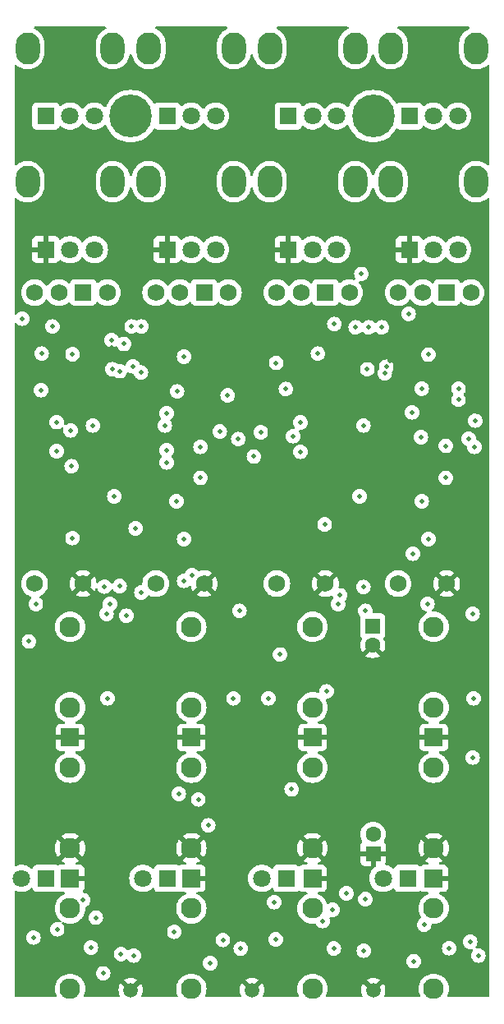
<source format=gbr>
%TF.GenerationSoftware,KiCad,Pcbnew,8.0.0*%
%TF.CreationDate,2024-08-29T00:26:00-07:00*%
%TF.ProjectId,veils_clone,7665696c-735f-4636-9c6f-6e652e6b6963,rev?*%
%TF.SameCoordinates,Original*%
%TF.FileFunction,Copper,L3,Inr*%
%TF.FilePolarity,Positive*%
%FSLAX46Y46*%
G04 Gerber Fmt 4.6, Leading zero omitted, Abs format (unit mm)*
G04 Created by KiCad (PCBNEW 8.0.0) date 2024-08-29 00:26:00*
%MOMM*%
%LPD*%
G01*
G04 APERTURE LIST*
%TA.AperFunction,ComponentPad*%
%ADD10R,1.750000X1.750000*%
%TD*%
%TA.AperFunction,ComponentPad*%
%ADD11C,1.750000*%
%TD*%
%TA.AperFunction,ComponentPad*%
%ADD12O,2.500000X3.300000*%
%TD*%
%TA.AperFunction,ComponentPad*%
%ADD13R,1.800000X1.800000*%
%TD*%
%TA.AperFunction,ComponentPad*%
%ADD14C,1.800000*%
%TD*%
%TA.AperFunction,ComponentPad*%
%ADD15C,2.130000*%
%TD*%
%TA.AperFunction,ComponentPad*%
%ADD16C,1.500000*%
%TD*%
%TA.AperFunction,ComponentPad*%
%ADD17R,1.930000X1.830000*%
%TD*%
%TA.AperFunction,ComponentPad*%
%ADD18C,4.400000*%
%TD*%
%TA.AperFunction,ComponentPad*%
%ADD19R,1.600000X1.600000*%
%TD*%
%TA.AperFunction,ComponentPad*%
%ADD20C,1.600000*%
%TD*%
%TA.AperFunction,ViaPad*%
%ADD21C,0.500000*%
%TD*%
G04 APERTURE END LIST*
D10*
%TO.N,Net-(U5B--)*%
%TO.C,RV8*%
X97580000Y-76900000D03*
D11*
%TO.N,Net-(R52-Pad2)*%
X100080000Y-76900000D03*
%TO.N,GND*%
X97580000Y-106900000D03*
%TO.N,N/C*%
X95080000Y-76900000D03*
%TO.N,Net-(D5-K)*%
X92580000Y-106900000D03*
%TO.N,Net-(D5-A)*%
X92580000Y-76900000D03*
%TD*%
D12*
%TO.N,*%
%TO.C,RV3*%
X66850000Y-51725000D03*
X75650000Y-51725000D03*
D13*
%TO.N,Net-(R10-Pad2)*%
X68750000Y-58725000D03*
D14*
%TO.N,Net-(U7B-CVB)*%
X71250000Y-58725000D03*
%TO.N,Net-(U7A-CVA)*%
X73750000Y-58725000D03*
%TD*%
D15*
%TO.N,Net-(J3-PadT)*%
%TO.C,J3*%
X71250000Y-140350000D03*
%TO.N,Net-(J3-PadTN)*%
X71250000Y-148650000D03*
%TD*%
D16*
%TO.N,GND*%
%TO.C,REF\u002A\u002A*%
X102500000Y-148750000D03*
%TD*%
D12*
%TO.N,*%
%TO.C,RV12*%
X104325000Y-51725000D03*
X113125000Y-51725000D03*
D13*
%TO.N,Net-(R81-Pad2)*%
X106225000Y-58725000D03*
D14*
%TO.N,Net-(U8D-CVD)*%
X108725000Y-58725000D03*
%TO.N,Net-(U8C-CVC)*%
X111225000Y-58725000D03*
%TD*%
D17*
%TO.N,GND*%
%TO.C,J2*%
X71250000Y-122750000D03*
D15*
%TO.N,Net-(J2-PadT)*%
X71250000Y-111350000D03*
%TO.N,Net-(J2-PadTN)*%
X71250000Y-119650000D03*
%TD*%
D12*
%TO.N,*%
%TO.C,RV9*%
X91850000Y-51725000D03*
X100650000Y-51725000D03*
D13*
%TO.N,Net-(R57-Pad2)*%
X93750000Y-58725000D03*
D14*
%TO.N,Net-(U8B-CVB)*%
X96250000Y-58725000D03*
%TO.N,Net-(U8A-CVA)*%
X98750000Y-58725000D03*
%TD*%
D13*
%TO.N,Net-(D4-KA)*%
%TO.C,D4*%
X81275000Y-137250000D03*
D14*
%TO.N,Net-(D4-AK)*%
X78735000Y-137250000D03*
%TD*%
D15*
%TO.N,Net-(J6-PadT)*%
%TO.C,J6*%
X83750000Y-140350000D03*
%TO.N,Net-(J6-PadTN)*%
X83750000Y-148650000D03*
%TD*%
D12*
%TO.N,*%
%TO.C,RV7*%
X91850000Y-65475000D03*
X100650000Y-65475000D03*
D13*
%TO.N,GND*%
X93750000Y-72475000D03*
D14*
%TO.N,Net-(C13-Pad1)*%
X96250000Y-72475000D03*
%TO.N,+10V_REF*%
X98750000Y-72475000D03*
%TD*%
D12*
%TO.N,*%
%TO.C,RV1*%
X66850000Y-65475000D03*
X75650000Y-65475000D03*
D13*
%TO.N,GND*%
X68750000Y-72475000D03*
D14*
%TO.N,Net-(C1-Pad1)*%
X71250000Y-72475000D03*
%TO.N,+10V_REF*%
X73750000Y-72475000D03*
%TD*%
D15*
%TO.N,Net-(J9-PadT)*%
%TO.C,J9*%
X96250000Y-140350000D03*
%TO.N,Net-(J9-PadTN)*%
X96250000Y-148650000D03*
%TD*%
D17*
%TO.N,GND*%
%TO.C,J10*%
X108750000Y-137250000D03*
D15*
%TO.N,Net-(J10-PadT)*%
X108750000Y-125850000D03*
%TO.N,GND*%
X108750000Y-134150000D03*
%TD*%
D12*
%TO.N,*%
%TO.C,RV4*%
X79350000Y-65475000D03*
X88150000Y-65475000D03*
D13*
%TO.N,GND*%
X81250000Y-72475000D03*
D14*
%TO.N,Net-(C7-Pad1)*%
X83750000Y-72475000D03*
%TO.N,+10V_REF*%
X86250000Y-72475000D03*
%TD*%
D12*
%TO.N,*%
%TO.C,RV6*%
X79350000Y-51725000D03*
X88150000Y-51725000D03*
D13*
%TO.N,Net-(R33-Pad2)*%
X81250000Y-58725000D03*
D14*
%TO.N,Net-(U7D-CVD)*%
X83750000Y-58725000D03*
%TO.N,Net-(U7C-CVC)*%
X86250000Y-58725000D03*
%TD*%
D15*
%TO.N,Net-(J12-PadT)*%
%TO.C,J12*%
X108750000Y-140350000D03*
%TO.N,unconnected-(J12-PadTN)*%
X108750000Y-148650000D03*
%TD*%
D17*
%TO.N,GND*%
%TO.C,J4*%
X83750000Y-137250000D03*
D15*
%TO.N,Net-(J4-PadT)*%
X83750000Y-125850000D03*
%TO.N,GND*%
X83750000Y-134150000D03*
%TD*%
D17*
%TO.N,GND*%
%TO.C,J8*%
X96250000Y-122750000D03*
D15*
%TO.N,Net-(J8-PadT)*%
X96250000Y-111350000D03*
%TO.N,Net-(J8-PadTN)*%
X96250000Y-119650000D03*
%TD*%
D18*
%TO.N,N/C*%
%TO.C,REF\u002A\u002A*%
X102500000Y-58725000D03*
%TD*%
D10*
%TO.N,Net-(U6B--)*%
%TO.C,RV11*%
X110080000Y-76900000D03*
D11*
%TO.N,Net-(R76-Pad2)*%
X112580000Y-76900000D03*
%TO.N,GND*%
X110080000Y-106900000D03*
%TO.N,N/C*%
X107580000Y-76900000D03*
%TO.N,Net-(D7-K)*%
X105080000Y-106900000D03*
%TO.N,Net-(D7-A)*%
X105080000Y-76900000D03*
%TD*%
D17*
%TO.N,GND*%
%TO.C,J1*%
X71250000Y-137250000D03*
D15*
%TO.N,Net-(J1-PadT)*%
X71250000Y-125850000D03*
%TO.N,GND*%
X71250000Y-134150000D03*
%TD*%
D13*
%TO.N,Net-(D8-KA)*%
%TO.C,D8*%
X106050000Y-137250000D03*
D14*
%TO.N,Net-(D8-AK)*%
X103510000Y-137250000D03*
%TD*%
D13*
%TO.N,Net-(D6-KA)*%
%TO.C,D6*%
X93550000Y-137250000D03*
D14*
%TO.N,Net-(D6-AK)*%
X91010000Y-137250000D03*
%TD*%
D17*
%TO.N,GND*%
%TO.C,J5*%
X83750000Y-122750000D03*
D15*
%TO.N,Net-(J5-PadT)*%
X83750000Y-111350000D03*
%TO.N,Net-(J5-PadTN)*%
X83750000Y-119650000D03*
%TD*%
D17*
%TO.N,GND*%
%TO.C,J11*%
X108750000Y-122750000D03*
D15*
%TO.N,Net-(J11-PadT)*%
X108750000Y-111350000D03*
%TO.N,Net-(J11-PadTN)*%
X108750000Y-119650000D03*
%TD*%
D12*
%TO.N,*%
%TO.C,RV10*%
X104325000Y-65475000D03*
X113125000Y-65475000D03*
D13*
%TO.N,GND*%
X106225000Y-72475000D03*
D14*
%TO.N,Net-(C19-Pad1)*%
X108725000Y-72475000D03*
%TO.N,+10V_REF*%
X111225000Y-72475000D03*
%TD*%
D17*
%TO.N,GND*%
%TO.C,J7*%
X96250000Y-137250000D03*
D15*
%TO.N,Net-(J7-PadT)*%
X96250000Y-125850000D03*
%TO.N,GND*%
X96250000Y-134150000D03*
%TD*%
D18*
%TO.N,N/C*%
%TO.C,REF\u002A\u002A*%
X77500000Y-58725000D03*
%TD*%
D13*
%TO.N,Net-(D2-KA)*%
%TO.C,D2*%
X68775000Y-137250000D03*
D14*
%TO.N,Net-(D2-AK)*%
X66235000Y-137250000D03*
%TD*%
D10*
%TO.N,Net-(U4B--)*%
%TO.C,RV5*%
X85080000Y-76900000D03*
D11*
%TO.N,Net-(R28-Pad2)*%
X87580000Y-76900000D03*
%TO.N,GND*%
X85080000Y-106900000D03*
%TO.N,N/C*%
X82580000Y-76900000D03*
%TO.N,Net-(D3-K)*%
X80080000Y-106900000D03*
%TO.N,Net-(D3-A)*%
X80080000Y-76900000D03*
%TD*%
D16*
%TO.N,GND*%
%TO.C,REF\u002A\u002A*%
X77500000Y-148750000D03*
%TD*%
%TO.N,GND*%
%TO.C,REF\u002A\u002A*%
X90000000Y-148750000D03*
%TD*%
D10*
%TO.N,Net-(U2B--)*%
%TO.C,RV2*%
X72580000Y-76900000D03*
D11*
%TO.N,Net-(R5-Pad2)*%
X75080000Y-76900000D03*
%TO.N,GND*%
X72580000Y-106900000D03*
%TO.N,N/C*%
X70080000Y-76900000D03*
%TO.N,Net-(D1-K)*%
X67580000Y-106900000D03*
%TO.N,Net-(D1-A)*%
X67580000Y-76900000D03*
%TD*%
D19*
%TO.N,+12V*%
%TO.C,C42*%
X102455112Y-111250000D03*
D20*
%TO.N,GND*%
X102455112Y-113250000D03*
%TD*%
D19*
%TO.N,GND*%
%TO.C,C41*%
X102500000Y-134705113D03*
D20*
%TO.N,-12V*%
X102500000Y-132705113D03*
%TD*%
D21*
%TO.N,GND*%
X84700000Y-88000000D03*
X69900000Y-98000000D03*
X69800000Y-144000000D03*
X110350000Y-143000000D03*
X84700000Y-84300000D03*
X75950000Y-139200000D03*
X75900000Y-143750000D03*
X87300000Y-88500000D03*
X70300000Y-62400000D03*
X104100000Y-103200000D03*
X69100000Y-82200000D03*
X100800000Y-83900000D03*
X98500000Y-87700000D03*
X81500000Y-140250000D03*
X109900000Y-103000000D03*
X107600000Y-62300000D03*
X90500000Y-128200000D03*
X87200000Y-95400000D03*
X82800000Y-62300000D03*
X100900000Y-101800000D03*
X102500000Y-120200000D03*
X92450000Y-144850000D03*
X113200000Y-94500000D03*
X84700000Y-103000000D03*
X99950000Y-140250000D03*
X95200000Y-82500000D03*
X100850000Y-143850000D03*
X106450000Y-140250000D03*
X99500000Y-130700000D03*
X95100000Y-101800000D03*
X100800000Y-82600000D03*
X89200000Y-128200000D03*
X99400000Y-114800000D03*
X75500000Y-82600000D03*
X104150000Y-145150000D03*
X67450000Y-144600000D03*
X104100000Y-101900000D03*
X110000000Y-84000000D03*
X110000000Y-97500000D03*
X75600000Y-103100000D03*
X75600000Y-101900000D03*
X102500000Y-122800000D03*
X84700000Y-97500000D03*
X113200000Y-89200000D03*
X110000000Y-87800000D03*
X78900000Y-101900000D03*
X95300000Y-98700000D03*
X85500000Y-142750000D03*
X94650000Y-144250000D03*
X78800000Y-83800000D03*
X78800000Y-82600000D03*
X104200000Y-83900000D03*
X102500000Y-125300000D03*
X78900000Y-103100000D03*
X95100000Y-62200000D03*
X73300000Y-87800000D03*
X104200000Y-82600000D03*
X69850000Y-101500000D03*
X75500000Y-83800000D03*
X100900000Y-103200000D03*
X79150000Y-145000000D03*
%TO.N,Net-(C1-Pad1)*%
X71300000Y-91100000D03*
%TO.N,Net-(C6-Pad2)*%
X67000000Y-112850000D03*
X68300000Y-83200000D03*
%TO.N,Net-(C7-Pad1)*%
X87500000Y-87500000D03*
%TO.N,Net-(U5C--)*%
X69414949Y-80406040D03*
X106150000Y-79100000D03*
%TO.N,Net-(C13-Pad1)*%
X94250000Y-91700000D03*
%TO.N,Net-(U8A-CVA)*%
X103692598Y-85232076D03*
X103400000Y-80500000D03*
%TO.N,Net-(C18-Pad2)*%
X92300000Y-139700000D03*
X92500000Y-84150000D03*
%TO.N,Net-(C19-Pad1)*%
X112950000Y-92800000D03*
X111300000Y-86800000D03*
%TO.N,Net-(D1-A)*%
X72600000Y-139500000D03*
X67700000Y-109000000D03*
%TO.N,Net-(D2-KA)*%
X74650000Y-147050000D03*
X73900000Y-141300000D03*
%TO.N,Net-(D3-A)*%
X75350000Y-109000000D03*
X85700000Y-146000000D03*
%TO.N,Net-(D5-A)*%
X97300000Y-141650000D03*
X92900000Y-114200000D03*
X88700000Y-109700000D03*
%TO.N,Net-(D7-A)*%
X112500000Y-143800000D03*
X108100000Y-109000000D03*
%TO.N,Net-(J3-PadTN)*%
X66300000Y-79600000D03*
%TO.N,/CH1/OUT*%
X74800000Y-107200000D03*
X75512499Y-81800031D03*
%TO.N,+10V_REF*%
X88100000Y-118700000D03*
X84459544Y-129114090D03*
X112850000Y-118700000D03*
X75100000Y-118700000D03*
X91700000Y-118700000D03*
%TO.N,-2V5_REF*%
X88850000Y-144500000D03*
X110000000Y-92700000D03*
X67450000Y-143350000D03*
X95000000Y-93300000D03*
X94100000Y-128087941D03*
X69850000Y-90250000D03*
X110000000Y-96000000D03*
X110350000Y-144450000D03*
X92450000Y-143550000D03*
X84700000Y-96000000D03*
X69850000Y-93250000D03*
X84700000Y-92800000D03*
X95000000Y-90300000D03*
%TO.N,Net-(U6B--)*%
X113050000Y-90100000D03*
X107425000Y-91800000D03*
X106600000Y-103800000D03*
%TO.N,Net-(U3D--)*%
X112350000Y-91950000D03*
X113350000Y-145200000D03*
X106687500Y-145787500D03*
%TO.N,/CH3/OUT*%
X100700000Y-80500000D03*
X101500000Y-107250000D03*
%TO.N,Net-(U8B-CVB)*%
X102050000Y-80500000D03*
X101493590Y-90593590D03*
%TO.N,Net-(U2B--)*%
X76350000Y-85000000D03*
X77700000Y-84500000D03*
%TO.N,Net-(U7A-CVA)*%
X78600000Y-80400000D03*
X78550000Y-85150000D03*
%TO.N,Net-(U2C--)*%
X75600000Y-84800000D03*
X76800000Y-82200000D03*
%TO.N,Net-(U7C-CVC)*%
X81005000Y-90595000D03*
X90900000Y-91300000D03*
X83000000Y-106600000D03*
X87000000Y-143600000D03*
%TO.N,Net-(U4B--)*%
X81200000Y-93135000D03*
X88600000Y-92000000D03*
X78000000Y-101200000D03*
%TO.N,Net-(U4C--)*%
X83800000Y-106000000D03*
X76350735Y-107150735D03*
%TO.N,Net-(U5B--)*%
X101300000Y-75000000D03*
X103850000Y-84550000D03*
X101900000Y-84800000D03*
%TO.N,+12V*%
X98437500Y-144487500D03*
X82200000Y-98400000D03*
X75800000Y-97900000D03*
X108200000Y-102300000D03*
X73375000Y-144375000D03*
X85500000Y-131800000D03*
X101100000Y-97900000D03*
X83000000Y-83500000D03*
X107500000Y-98400000D03*
X108200000Y-83300000D03*
X83000000Y-102300000D03*
%TO.N,-12V*%
X71500000Y-83250000D03*
X82000000Y-142750000D03*
X97500000Y-100800000D03*
X71500000Y-102200000D03*
X96800000Y-83200000D03*
X82275000Y-87100000D03*
X107750000Y-142050000D03*
X107500000Y-86800000D03*
%TO.N,Net-(J9-PadTN)*%
X98500000Y-80150000D03*
%TO.N,Net-(U7A-INA)*%
X78600000Y-107800000D03*
X77050000Y-110200000D03*
%TO.N,Net-(R5-Pad2)*%
X75000000Y-110000000D03*
%TO.N,Net-(U1B--)*%
X69900000Y-142500000D03*
X71400000Y-94800000D03*
%TO.N,Net-(U1A-+)*%
X76500000Y-145050000D03*
X68250000Y-86950000D03*
%TO.N,Net-(U7C-INC)*%
X86675000Y-91225000D03*
X81200000Y-89325000D03*
%TO.N,Net-(R40-Pad1)*%
X82450000Y-128550000D03*
X77800000Y-145200000D03*
%TO.N,Net-(R52-Pad2)*%
X98900000Y-109000000D03*
%TO.N,Net-(R64-Pad1)*%
X97700000Y-118000000D03*
X98300000Y-140500000D03*
%TO.N,Net-(U3A-+)*%
X93500000Y-86850000D03*
X101550000Y-144700000D03*
%TO.N,Net-(U8C-INC)*%
X111300000Y-87950000D03*
X112750000Y-124800000D03*
X106500000Y-89250000D03*
%TO.N,Net-(R76-Pad2)*%
X112750000Y-110000000D03*
%TO.N,Net-(R88-Pad1)*%
X101700000Y-109700000D03*
X101700000Y-139400000D03*
%TO.N,Net-(U3C-+)*%
X99750000Y-138800000D03*
X99100000Y-108100000D03*
%TO.N,Net-(U7B-CVB)*%
X77600000Y-80400000D03*
X73600000Y-90600000D03*
%TO.N,Net-(U7D-CVD)*%
X81200000Y-94400000D03*
X90200000Y-93800000D03*
%TD*%
%TA.AperFunction,Conductor*%
%TO.N,GND*%
G36*
X74924105Y-49520185D02*
G01*
X74969860Y-49572989D01*
X74979804Y-49642147D01*
X74950779Y-49705703D01*
X74904518Y-49739061D01*
X74874123Y-49751650D01*
X74874109Y-49751657D01*
X74675382Y-49866392D01*
X74493338Y-50006081D01*
X74331081Y-50168338D01*
X74191392Y-50350382D01*
X74076657Y-50549109D01*
X74076650Y-50549123D01*
X73988842Y-50761112D01*
X73929453Y-50982759D01*
X73929451Y-50982770D01*
X73899500Y-51210258D01*
X73899500Y-52239741D01*
X73918965Y-52387581D01*
X73929452Y-52467238D01*
X73988842Y-52688887D01*
X74076650Y-52900876D01*
X74076657Y-52900890D01*
X74191392Y-53099617D01*
X74331081Y-53281661D01*
X74331089Y-53281670D01*
X74493330Y-53443911D01*
X74493338Y-53443918D01*
X74493339Y-53443919D01*
X74540824Y-53480356D01*
X74675382Y-53583607D01*
X74675385Y-53583608D01*
X74675388Y-53583611D01*
X74874112Y-53698344D01*
X74874117Y-53698346D01*
X74874123Y-53698349D01*
X74965480Y-53736190D01*
X75086113Y-53786158D01*
X75307762Y-53845548D01*
X75535266Y-53875500D01*
X75535273Y-53875500D01*
X75764727Y-53875500D01*
X75764734Y-53875500D01*
X75992238Y-53845548D01*
X76213887Y-53786158D01*
X76425888Y-53698344D01*
X76624612Y-53583611D01*
X76806661Y-53443919D01*
X76806665Y-53443914D01*
X76806670Y-53443911D01*
X76968911Y-53281670D01*
X76968914Y-53281665D01*
X76968919Y-53281661D01*
X77108611Y-53099612D01*
X77223344Y-52900888D01*
X77311158Y-52688887D01*
X77370548Y-52467238D01*
X77377061Y-52417765D01*
X77405328Y-52353870D01*
X77463652Y-52315399D01*
X77533517Y-52314568D01*
X77592740Y-52351640D01*
X77622519Y-52414846D01*
X77622936Y-52417747D01*
X77629452Y-52467238D01*
X77688842Y-52688887D01*
X77776650Y-52900876D01*
X77776657Y-52900890D01*
X77891392Y-53099617D01*
X78031081Y-53281661D01*
X78031089Y-53281670D01*
X78193330Y-53443911D01*
X78193338Y-53443918D01*
X78193339Y-53443919D01*
X78240824Y-53480356D01*
X78375382Y-53583607D01*
X78375385Y-53583608D01*
X78375388Y-53583611D01*
X78574112Y-53698344D01*
X78574117Y-53698346D01*
X78574123Y-53698349D01*
X78665480Y-53736190D01*
X78786113Y-53786158D01*
X79007762Y-53845548D01*
X79235266Y-53875500D01*
X79235273Y-53875500D01*
X79464727Y-53875500D01*
X79464734Y-53875500D01*
X79692238Y-53845548D01*
X79913887Y-53786158D01*
X80125888Y-53698344D01*
X80324612Y-53583611D01*
X80506661Y-53443919D01*
X80506665Y-53443914D01*
X80506670Y-53443911D01*
X80668911Y-53281670D01*
X80668914Y-53281665D01*
X80668919Y-53281661D01*
X80808611Y-53099612D01*
X80923344Y-52900888D01*
X81011158Y-52688887D01*
X81070548Y-52467238D01*
X81100500Y-52239734D01*
X81100500Y-51210266D01*
X81070548Y-50982762D01*
X81011158Y-50761113D01*
X80923344Y-50549112D01*
X80808611Y-50350388D01*
X80808608Y-50350385D01*
X80808607Y-50350382D01*
X80668918Y-50168338D01*
X80668911Y-50168330D01*
X80506670Y-50006089D01*
X80506661Y-50006081D01*
X80324617Y-49866392D01*
X80125890Y-49751657D01*
X80125876Y-49751650D01*
X80095482Y-49739061D01*
X80041078Y-49695221D01*
X80019013Y-49628927D01*
X80036292Y-49561227D01*
X80087429Y-49513616D01*
X80142934Y-49500500D01*
X87357066Y-49500500D01*
X87424105Y-49520185D01*
X87469860Y-49572989D01*
X87479804Y-49642147D01*
X87450779Y-49705703D01*
X87404518Y-49739061D01*
X87374123Y-49751650D01*
X87374109Y-49751657D01*
X87175382Y-49866392D01*
X86993338Y-50006081D01*
X86831081Y-50168338D01*
X86691392Y-50350382D01*
X86576657Y-50549109D01*
X86576650Y-50549123D01*
X86488842Y-50761112D01*
X86429453Y-50982759D01*
X86429451Y-50982770D01*
X86399500Y-51210258D01*
X86399500Y-52239741D01*
X86418965Y-52387581D01*
X86429452Y-52467238D01*
X86488842Y-52688887D01*
X86576650Y-52900876D01*
X86576657Y-52900890D01*
X86691392Y-53099617D01*
X86831081Y-53281661D01*
X86831089Y-53281670D01*
X86993330Y-53443911D01*
X86993338Y-53443918D01*
X86993339Y-53443919D01*
X87040824Y-53480356D01*
X87175382Y-53583607D01*
X87175385Y-53583608D01*
X87175388Y-53583611D01*
X87374112Y-53698344D01*
X87374117Y-53698346D01*
X87374123Y-53698349D01*
X87465480Y-53736190D01*
X87586113Y-53786158D01*
X87807762Y-53845548D01*
X88035266Y-53875500D01*
X88035273Y-53875500D01*
X88264727Y-53875500D01*
X88264734Y-53875500D01*
X88492238Y-53845548D01*
X88713887Y-53786158D01*
X88925888Y-53698344D01*
X89124612Y-53583611D01*
X89306661Y-53443919D01*
X89306665Y-53443914D01*
X89306670Y-53443911D01*
X89468911Y-53281670D01*
X89468914Y-53281665D01*
X89468919Y-53281661D01*
X89608611Y-53099612D01*
X89723344Y-52900888D01*
X89811158Y-52688887D01*
X89870548Y-52467238D01*
X89877061Y-52417765D01*
X89905328Y-52353870D01*
X89963652Y-52315399D01*
X90033517Y-52314568D01*
X90092740Y-52351640D01*
X90122519Y-52414846D01*
X90122936Y-52417747D01*
X90129452Y-52467238D01*
X90188842Y-52688887D01*
X90276650Y-52900876D01*
X90276657Y-52900890D01*
X90391392Y-53099617D01*
X90531081Y-53281661D01*
X90531089Y-53281670D01*
X90693330Y-53443911D01*
X90693338Y-53443918D01*
X90693339Y-53443919D01*
X90740824Y-53480356D01*
X90875382Y-53583607D01*
X90875385Y-53583608D01*
X90875388Y-53583611D01*
X91074112Y-53698344D01*
X91074117Y-53698346D01*
X91074123Y-53698349D01*
X91165480Y-53736190D01*
X91286113Y-53786158D01*
X91507762Y-53845548D01*
X91735266Y-53875500D01*
X91735273Y-53875500D01*
X91964727Y-53875500D01*
X91964734Y-53875500D01*
X92192238Y-53845548D01*
X92413887Y-53786158D01*
X92625888Y-53698344D01*
X92824612Y-53583611D01*
X93006661Y-53443919D01*
X93006665Y-53443914D01*
X93006670Y-53443911D01*
X93168911Y-53281670D01*
X93168914Y-53281665D01*
X93168919Y-53281661D01*
X93308611Y-53099612D01*
X93423344Y-52900888D01*
X93511158Y-52688887D01*
X93570548Y-52467238D01*
X93600500Y-52239734D01*
X93600500Y-51210266D01*
X93570548Y-50982762D01*
X93511158Y-50761113D01*
X93423344Y-50549112D01*
X93308611Y-50350388D01*
X93308608Y-50350385D01*
X93308607Y-50350382D01*
X93168918Y-50168338D01*
X93168911Y-50168330D01*
X93006670Y-50006089D01*
X93006661Y-50006081D01*
X92824617Y-49866392D01*
X92625890Y-49751657D01*
X92625876Y-49751650D01*
X92595482Y-49739061D01*
X92541078Y-49695221D01*
X92519013Y-49628927D01*
X92536292Y-49561227D01*
X92587429Y-49513616D01*
X92642934Y-49500500D01*
X99857066Y-49500500D01*
X99924105Y-49520185D01*
X99969860Y-49572989D01*
X99979804Y-49642147D01*
X99950779Y-49705703D01*
X99904518Y-49739061D01*
X99874123Y-49751650D01*
X99874109Y-49751657D01*
X99675382Y-49866392D01*
X99493338Y-50006081D01*
X99331081Y-50168338D01*
X99191392Y-50350382D01*
X99076657Y-50549109D01*
X99076650Y-50549123D01*
X98988842Y-50761112D01*
X98929453Y-50982759D01*
X98929451Y-50982770D01*
X98899500Y-51210258D01*
X98899500Y-52239741D01*
X98918965Y-52387581D01*
X98929452Y-52467238D01*
X98988842Y-52688887D01*
X99076650Y-52900876D01*
X99076657Y-52900890D01*
X99191392Y-53099617D01*
X99331081Y-53281661D01*
X99331089Y-53281670D01*
X99493330Y-53443911D01*
X99493338Y-53443918D01*
X99493339Y-53443919D01*
X99540824Y-53480356D01*
X99675382Y-53583607D01*
X99675385Y-53583608D01*
X99675388Y-53583611D01*
X99874112Y-53698344D01*
X99874117Y-53698346D01*
X99874123Y-53698349D01*
X99965480Y-53736190D01*
X100086113Y-53786158D01*
X100307762Y-53845548D01*
X100535266Y-53875500D01*
X100535273Y-53875500D01*
X100764727Y-53875500D01*
X100764734Y-53875500D01*
X100992238Y-53845548D01*
X101213887Y-53786158D01*
X101425888Y-53698344D01*
X101624612Y-53583611D01*
X101806661Y-53443919D01*
X101806665Y-53443914D01*
X101806670Y-53443911D01*
X101968911Y-53281670D01*
X101968914Y-53281665D01*
X101968919Y-53281661D01*
X102108611Y-53099612D01*
X102223344Y-52900888D01*
X102311158Y-52688887D01*
X102367726Y-52477768D01*
X102404090Y-52418110D01*
X102466937Y-52387581D01*
X102536312Y-52395876D01*
X102590190Y-52440361D01*
X102607273Y-52477767D01*
X102663842Y-52688887D01*
X102751650Y-52900876D01*
X102751657Y-52900890D01*
X102866392Y-53099617D01*
X103006081Y-53281661D01*
X103006089Y-53281670D01*
X103168330Y-53443911D01*
X103168338Y-53443918D01*
X103168339Y-53443919D01*
X103215824Y-53480356D01*
X103350382Y-53583607D01*
X103350385Y-53583608D01*
X103350388Y-53583611D01*
X103549112Y-53698344D01*
X103549117Y-53698346D01*
X103549123Y-53698349D01*
X103640480Y-53736190D01*
X103761113Y-53786158D01*
X103982762Y-53845548D01*
X104210266Y-53875500D01*
X104210273Y-53875500D01*
X104439727Y-53875500D01*
X104439734Y-53875500D01*
X104667238Y-53845548D01*
X104888887Y-53786158D01*
X105100888Y-53698344D01*
X105299612Y-53583611D01*
X105481661Y-53443919D01*
X105481665Y-53443914D01*
X105481670Y-53443911D01*
X105643911Y-53281670D01*
X105643914Y-53281665D01*
X105643919Y-53281661D01*
X105783611Y-53099612D01*
X105898344Y-52900888D01*
X105986158Y-52688887D01*
X106045548Y-52467238D01*
X106075500Y-52239734D01*
X106075500Y-51210266D01*
X106045548Y-50982762D01*
X105986158Y-50761113D01*
X105898344Y-50549112D01*
X105783611Y-50350388D01*
X105783608Y-50350385D01*
X105783607Y-50350382D01*
X105643918Y-50168338D01*
X105643911Y-50168330D01*
X105481670Y-50006089D01*
X105481661Y-50006081D01*
X105299617Y-49866392D01*
X105100890Y-49751657D01*
X105100876Y-49751650D01*
X105070482Y-49739061D01*
X105016078Y-49695221D01*
X104994013Y-49628927D01*
X105011292Y-49561227D01*
X105062429Y-49513616D01*
X105117934Y-49500500D01*
X112332066Y-49500500D01*
X112399105Y-49520185D01*
X112444860Y-49572989D01*
X112454804Y-49642147D01*
X112425779Y-49705703D01*
X112379518Y-49739061D01*
X112349123Y-49751650D01*
X112349109Y-49751657D01*
X112150382Y-49866392D01*
X111968338Y-50006081D01*
X111806081Y-50168338D01*
X111666392Y-50350382D01*
X111551657Y-50549109D01*
X111551650Y-50549123D01*
X111463842Y-50761112D01*
X111404453Y-50982759D01*
X111404451Y-50982770D01*
X111374500Y-51210258D01*
X111374500Y-52239741D01*
X111393965Y-52387581D01*
X111404452Y-52467238D01*
X111463842Y-52688887D01*
X111551650Y-52900876D01*
X111551657Y-52900890D01*
X111666392Y-53099617D01*
X111806081Y-53281661D01*
X111806089Y-53281670D01*
X111968330Y-53443911D01*
X111968338Y-53443918D01*
X111968339Y-53443919D01*
X112015824Y-53480356D01*
X112150382Y-53583607D01*
X112150385Y-53583608D01*
X112150388Y-53583611D01*
X112349112Y-53698344D01*
X112349117Y-53698346D01*
X112349123Y-53698349D01*
X112440480Y-53736190D01*
X112561113Y-53786158D01*
X112782762Y-53845548D01*
X113010266Y-53875500D01*
X113010273Y-53875500D01*
X113239727Y-53875500D01*
X113239734Y-53875500D01*
X113467238Y-53845548D01*
X113688887Y-53786158D01*
X113900888Y-53698344D01*
X114099612Y-53583611D01*
X114281661Y-53443919D01*
X114281665Y-53443914D01*
X114281670Y-53443911D01*
X114287819Y-53437762D01*
X114349142Y-53404277D01*
X114418834Y-53409261D01*
X114474767Y-53451133D01*
X114499184Y-53516597D01*
X114499500Y-53525443D01*
X114499500Y-63674557D01*
X114479815Y-63741596D01*
X114427011Y-63787351D01*
X114357853Y-63797295D01*
X114294297Y-63768270D01*
X114287819Y-63762238D01*
X114281670Y-63756089D01*
X114281661Y-63756081D01*
X114099617Y-63616392D01*
X113900890Y-63501657D01*
X113900876Y-63501650D01*
X113688887Y-63413842D01*
X113467238Y-63354452D01*
X113429215Y-63349446D01*
X113239741Y-63324500D01*
X113239734Y-63324500D01*
X113010266Y-63324500D01*
X113010258Y-63324500D01*
X112793715Y-63353009D01*
X112782762Y-63354452D01*
X112689076Y-63379554D01*
X112561112Y-63413842D01*
X112349123Y-63501650D01*
X112349109Y-63501657D01*
X112150382Y-63616392D01*
X111968338Y-63756081D01*
X111806081Y-63918338D01*
X111666392Y-64100382D01*
X111551657Y-64299109D01*
X111551650Y-64299123D01*
X111463842Y-64511112D01*
X111404453Y-64732759D01*
X111404451Y-64732770D01*
X111374500Y-64960258D01*
X111374500Y-65989741D01*
X111393965Y-66137581D01*
X111404452Y-66217238D01*
X111463842Y-66438887D01*
X111551650Y-66650876D01*
X111551657Y-66650890D01*
X111666392Y-66849617D01*
X111806081Y-67031661D01*
X111806089Y-67031670D01*
X111968330Y-67193911D01*
X111968338Y-67193918D01*
X111968339Y-67193919D01*
X112015824Y-67230356D01*
X112150382Y-67333607D01*
X112150385Y-67333608D01*
X112150388Y-67333611D01*
X112349112Y-67448344D01*
X112349117Y-67448346D01*
X112349123Y-67448349D01*
X112440480Y-67486190D01*
X112561113Y-67536158D01*
X112782762Y-67595548D01*
X113010266Y-67625500D01*
X113010273Y-67625500D01*
X113239727Y-67625500D01*
X113239734Y-67625500D01*
X113467238Y-67595548D01*
X113688887Y-67536158D01*
X113900888Y-67448344D01*
X114099612Y-67333611D01*
X114281661Y-67193919D01*
X114281665Y-67193914D01*
X114281670Y-67193911D01*
X114287819Y-67187762D01*
X114349142Y-67154277D01*
X114418834Y-67159261D01*
X114474767Y-67201133D01*
X114499184Y-67266597D01*
X114499500Y-67275443D01*
X114499500Y-149375500D01*
X114479815Y-149442539D01*
X114427011Y-149488294D01*
X114375500Y-149499500D01*
X110278190Y-149499500D01*
X110211151Y-149479815D01*
X110165396Y-149427011D01*
X110155452Y-149357853D01*
X110163629Y-149328047D01*
X110243482Y-149135264D01*
X110243481Y-149135264D01*
X110243483Y-149135262D01*
X110301007Y-148895655D01*
X110320341Y-148650000D01*
X110301007Y-148404345D01*
X110243483Y-148164738D01*
X110226035Y-148122614D01*
X110149184Y-147937079D01*
X110020436Y-147726981D01*
X110020435Y-147726979D01*
X109966076Y-147663333D01*
X109860399Y-147539601D01*
X109736516Y-147433795D01*
X109673020Y-147379564D01*
X109673018Y-147379563D01*
X109462920Y-147250815D01*
X109235264Y-147156517D01*
X108995658Y-147098993D01*
X108750000Y-147079659D01*
X108504341Y-147098993D01*
X108264735Y-147156517D01*
X108037079Y-147250815D01*
X107826981Y-147379563D01*
X107826979Y-147379564D01*
X107639601Y-147539601D01*
X107479564Y-147726979D01*
X107479563Y-147726981D01*
X107350815Y-147937079D01*
X107256517Y-148164735D01*
X107198993Y-148404341D01*
X107179659Y-148650000D01*
X107198993Y-148895658D01*
X107256517Y-149135264D01*
X107336371Y-149328047D01*
X107343840Y-149397516D01*
X107312565Y-149459996D01*
X107252476Y-149495648D01*
X107221810Y-149499500D01*
X103724366Y-149499500D01*
X103657327Y-149479815D01*
X103611572Y-149427011D01*
X103601628Y-149357853D01*
X103611984Y-149323095D01*
X103679101Y-149179159D01*
X103679105Y-149179150D01*
X103735710Y-148967894D01*
X103735712Y-148967884D01*
X103754775Y-148750000D01*
X103754775Y-148749999D01*
X103735712Y-148532115D01*
X103735710Y-148532105D01*
X103679105Y-148320849D01*
X103679101Y-148320840D01*
X103586667Y-148122614D01*
X103586666Y-148122612D01*
X103543124Y-148060428D01*
X103543124Y-148060427D01*
X102850000Y-148753551D01*
X102850000Y-148703922D01*
X102826148Y-148614905D01*
X102780070Y-148535095D01*
X102714905Y-148469930D01*
X102635095Y-148423852D01*
X102546078Y-148400000D01*
X102453922Y-148400000D01*
X102364905Y-148423852D01*
X102285095Y-148469930D01*
X102219930Y-148535095D01*
X102173852Y-148614905D01*
X102150000Y-148703922D01*
X102150000Y-148753554D01*
X101456874Y-148060428D01*
X101413333Y-148122613D01*
X101320898Y-148320840D01*
X101320894Y-148320849D01*
X101264289Y-148532105D01*
X101264287Y-148532115D01*
X101245225Y-148749999D01*
X101245225Y-148750000D01*
X101264287Y-148967884D01*
X101264289Y-148967894D01*
X101320894Y-149179150D01*
X101320898Y-149179159D01*
X101388016Y-149323095D01*
X101398508Y-149392173D01*
X101369988Y-149455957D01*
X101311512Y-149494196D01*
X101275634Y-149499500D01*
X97778190Y-149499500D01*
X97711151Y-149479815D01*
X97665396Y-149427011D01*
X97655452Y-149357853D01*
X97663629Y-149328047D01*
X97743482Y-149135264D01*
X97743481Y-149135264D01*
X97743483Y-149135262D01*
X97801007Y-148895655D01*
X97820341Y-148650000D01*
X97801007Y-148404345D01*
X97743483Y-148164738D01*
X97726035Y-148122614D01*
X97649184Y-147937079D01*
X97520436Y-147726981D01*
X97520435Y-147726979D01*
X97503264Y-147706874D01*
X101810428Y-147706874D01*
X102500000Y-148396446D01*
X102500001Y-148396446D01*
X103189571Y-147706874D01*
X103127387Y-147663333D01*
X102929159Y-147570898D01*
X102929150Y-147570894D01*
X102717894Y-147514289D01*
X102717884Y-147514287D01*
X102500001Y-147495225D01*
X102499999Y-147495225D01*
X102282115Y-147514287D01*
X102282105Y-147514289D01*
X102070849Y-147570894D01*
X102070840Y-147570898D01*
X101872613Y-147663333D01*
X101810428Y-147706874D01*
X97503264Y-147706874D01*
X97466076Y-147663333D01*
X97360399Y-147539601D01*
X97236516Y-147433795D01*
X97173020Y-147379564D01*
X97173018Y-147379563D01*
X96962920Y-147250815D01*
X96735264Y-147156517D01*
X96495658Y-147098993D01*
X96250000Y-147079659D01*
X96004341Y-147098993D01*
X95764735Y-147156517D01*
X95537079Y-147250815D01*
X95326981Y-147379563D01*
X95326979Y-147379564D01*
X95139601Y-147539601D01*
X94979564Y-147726979D01*
X94979563Y-147726981D01*
X94850815Y-147937079D01*
X94756517Y-148164735D01*
X94698993Y-148404341D01*
X94679659Y-148650000D01*
X94698993Y-148895658D01*
X94756517Y-149135264D01*
X94836371Y-149328047D01*
X94843840Y-149397516D01*
X94812565Y-149459996D01*
X94752476Y-149495648D01*
X94721810Y-149499500D01*
X91224366Y-149499500D01*
X91157327Y-149479815D01*
X91111572Y-149427011D01*
X91101628Y-149357853D01*
X91111984Y-149323095D01*
X91179101Y-149179159D01*
X91179105Y-149179150D01*
X91235710Y-148967894D01*
X91235712Y-148967884D01*
X91254775Y-148750000D01*
X91254775Y-148749999D01*
X91235712Y-148532115D01*
X91235710Y-148532105D01*
X91179105Y-148320849D01*
X91179101Y-148320840D01*
X91086667Y-148122614D01*
X91086666Y-148122612D01*
X91043124Y-148060428D01*
X91043124Y-148060427D01*
X90350000Y-148753551D01*
X90350000Y-148703922D01*
X90326148Y-148614905D01*
X90280070Y-148535095D01*
X90214905Y-148469930D01*
X90135095Y-148423852D01*
X90046078Y-148400000D01*
X89953922Y-148400000D01*
X89864905Y-148423852D01*
X89785095Y-148469930D01*
X89719930Y-148535095D01*
X89673852Y-148614905D01*
X89650000Y-148703922D01*
X89650000Y-148753554D01*
X88956874Y-148060428D01*
X88913333Y-148122613D01*
X88820898Y-148320840D01*
X88820894Y-148320849D01*
X88764289Y-148532105D01*
X88764287Y-148532115D01*
X88745225Y-148749999D01*
X88745225Y-148750000D01*
X88764287Y-148967884D01*
X88764289Y-148967894D01*
X88820894Y-149179150D01*
X88820898Y-149179159D01*
X88888016Y-149323095D01*
X88898508Y-149392173D01*
X88869988Y-149455957D01*
X88811512Y-149494196D01*
X88775634Y-149499500D01*
X85278190Y-149499500D01*
X85211151Y-149479815D01*
X85165396Y-149427011D01*
X85155452Y-149357853D01*
X85163629Y-149328047D01*
X85243482Y-149135264D01*
X85243481Y-149135264D01*
X85243483Y-149135262D01*
X85301007Y-148895655D01*
X85320341Y-148650000D01*
X85301007Y-148404345D01*
X85243483Y-148164738D01*
X85226035Y-148122614D01*
X85149184Y-147937079D01*
X85020436Y-147726981D01*
X85020435Y-147726979D01*
X85003264Y-147706874D01*
X89310428Y-147706874D01*
X90000000Y-148396446D01*
X90000001Y-148396446D01*
X90689571Y-147706874D01*
X90627387Y-147663333D01*
X90429159Y-147570898D01*
X90429150Y-147570894D01*
X90217894Y-147514289D01*
X90217884Y-147514287D01*
X90000001Y-147495225D01*
X89999999Y-147495225D01*
X89782115Y-147514287D01*
X89782105Y-147514289D01*
X89570849Y-147570894D01*
X89570840Y-147570898D01*
X89372613Y-147663333D01*
X89310428Y-147706874D01*
X85003264Y-147706874D01*
X84966076Y-147663333D01*
X84860399Y-147539601D01*
X84736516Y-147433795D01*
X84673020Y-147379564D01*
X84673018Y-147379563D01*
X84462920Y-147250815D01*
X84235264Y-147156517D01*
X83995658Y-147098993D01*
X83750000Y-147079659D01*
X83504341Y-147098993D01*
X83264735Y-147156517D01*
X83037079Y-147250815D01*
X82826981Y-147379563D01*
X82826979Y-147379564D01*
X82639601Y-147539601D01*
X82479564Y-147726979D01*
X82479563Y-147726981D01*
X82350815Y-147937079D01*
X82256517Y-148164735D01*
X82198993Y-148404341D01*
X82179659Y-148650000D01*
X82198993Y-148895658D01*
X82256517Y-149135264D01*
X82336371Y-149328047D01*
X82343840Y-149397516D01*
X82312565Y-149459996D01*
X82252476Y-149495648D01*
X82221810Y-149499500D01*
X78724366Y-149499500D01*
X78657327Y-149479815D01*
X78611572Y-149427011D01*
X78601628Y-149357853D01*
X78611984Y-149323095D01*
X78679101Y-149179159D01*
X78679105Y-149179150D01*
X78735710Y-148967894D01*
X78735712Y-148967884D01*
X78754775Y-148750000D01*
X78754775Y-148749999D01*
X78735712Y-148532115D01*
X78735710Y-148532105D01*
X78679105Y-148320849D01*
X78679101Y-148320840D01*
X78586667Y-148122614D01*
X78586666Y-148122612D01*
X78543124Y-148060428D01*
X78543124Y-148060427D01*
X77850000Y-148753551D01*
X77850000Y-148703922D01*
X77826148Y-148614905D01*
X77780070Y-148535095D01*
X77714905Y-148469930D01*
X77635095Y-148423852D01*
X77546078Y-148400000D01*
X77453922Y-148400000D01*
X77364905Y-148423852D01*
X77285095Y-148469930D01*
X77219930Y-148535095D01*
X77173852Y-148614905D01*
X77150000Y-148703922D01*
X77150000Y-148753554D01*
X76456874Y-148060428D01*
X76413333Y-148122613D01*
X76320898Y-148320840D01*
X76320894Y-148320849D01*
X76264289Y-148532105D01*
X76264287Y-148532115D01*
X76245225Y-148749999D01*
X76245225Y-148750000D01*
X76264287Y-148967884D01*
X76264289Y-148967894D01*
X76320894Y-149179150D01*
X76320898Y-149179159D01*
X76388016Y-149323095D01*
X76398508Y-149392173D01*
X76369988Y-149455957D01*
X76311512Y-149494196D01*
X76275634Y-149499500D01*
X72778190Y-149499500D01*
X72711151Y-149479815D01*
X72665396Y-149427011D01*
X72655452Y-149357853D01*
X72663629Y-149328047D01*
X72743482Y-149135264D01*
X72743481Y-149135264D01*
X72743483Y-149135262D01*
X72801007Y-148895655D01*
X72820341Y-148650000D01*
X72801007Y-148404345D01*
X72743483Y-148164738D01*
X72726035Y-148122614D01*
X72649184Y-147937079D01*
X72520436Y-147726981D01*
X72520435Y-147726979D01*
X72466076Y-147663333D01*
X72360399Y-147539601D01*
X72236516Y-147433795D01*
X72173020Y-147379564D01*
X72173018Y-147379563D01*
X71962920Y-147250815D01*
X71735264Y-147156517D01*
X71495658Y-147098993D01*
X71250000Y-147079659D01*
X71004341Y-147098993D01*
X70764735Y-147156517D01*
X70537079Y-147250815D01*
X70326981Y-147379563D01*
X70326979Y-147379564D01*
X70139601Y-147539601D01*
X69979564Y-147726979D01*
X69979563Y-147726981D01*
X69850815Y-147937079D01*
X69756517Y-148164735D01*
X69698993Y-148404341D01*
X69679659Y-148650000D01*
X69698993Y-148895658D01*
X69756517Y-149135264D01*
X69836371Y-149328047D01*
X69843840Y-149397516D01*
X69812565Y-149459996D01*
X69752476Y-149495648D01*
X69721810Y-149499500D01*
X65624500Y-149499500D01*
X65557461Y-149479815D01*
X65511706Y-149427011D01*
X65500500Y-149375500D01*
X65500500Y-147050002D01*
X73894751Y-147050002D01*
X73913685Y-147218056D01*
X73969545Y-147377694D01*
X73969547Y-147377697D01*
X74059518Y-147520884D01*
X74059523Y-147520890D01*
X74179109Y-147640476D01*
X74179115Y-147640481D01*
X74322302Y-147730452D01*
X74322305Y-147730454D01*
X74322309Y-147730455D01*
X74322310Y-147730456D01*
X74394913Y-147755860D01*
X74481943Y-147786314D01*
X74649997Y-147805249D01*
X74650000Y-147805249D01*
X74650003Y-147805249D01*
X74818056Y-147786314D01*
X74818059Y-147786313D01*
X74977690Y-147730456D01*
X74977692Y-147730454D01*
X74977694Y-147730454D01*
X74977697Y-147730452D01*
X75015221Y-147706874D01*
X76810428Y-147706874D01*
X77500000Y-148396446D01*
X77500001Y-148396446D01*
X78189571Y-147706874D01*
X78127387Y-147663333D01*
X77929159Y-147570898D01*
X77929150Y-147570894D01*
X77717894Y-147514289D01*
X77717884Y-147514287D01*
X77500001Y-147495225D01*
X77499999Y-147495225D01*
X77282115Y-147514287D01*
X77282105Y-147514289D01*
X77070849Y-147570894D01*
X77070840Y-147570898D01*
X76872613Y-147663333D01*
X76810428Y-147706874D01*
X75015221Y-147706874D01*
X75120884Y-147640481D01*
X75120885Y-147640480D01*
X75120890Y-147640477D01*
X75240477Y-147520890D01*
X75244626Y-147514287D01*
X75330452Y-147377697D01*
X75330454Y-147377694D01*
X75330454Y-147377692D01*
X75330456Y-147377690D01*
X75386313Y-147218059D01*
X75386313Y-147218058D01*
X75386314Y-147218056D01*
X75405249Y-147050002D01*
X75405249Y-147049997D01*
X75386314Y-146881943D01*
X75330454Y-146722305D01*
X75330452Y-146722302D01*
X75240481Y-146579115D01*
X75240476Y-146579109D01*
X75120890Y-146459523D01*
X75120884Y-146459518D01*
X74977697Y-146369547D01*
X74977694Y-146369545D01*
X74818056Y-146313685D01*
X74650003Y-146294751D01*
X74649997Y-146294751D01*
X74481943Y-146313685D01*
X74322305Y-146369545D01*
X74322302Y-146369547D01*
X74179115Y-146459518D01*
X74179109Y-146459523D01*
X74059523Y-146579109D01*
X74059518Y-146579115D01*
X73969547Y-146722302D01*
X73969545Y-146722305D01*
X73913685Y-146881943D01*
X73894751Y-147049997D01*
X73894751Y-147050002D01*
X65500500Y-147050002D01*
X65500500Y-146000002D01*
X84944751Y-146000002D01*
X84963685Y-146168056D01*
X85019545Y-146327694D01*
X85019547Y-146327697D01*
X85109518Y-146470884D01*
X85109523Y-146470890D01*
X85229109Y-146590476D01*
X85229115Y-146590481D01*
X85372302Y-146680452D01*
X85372305Y-146680454D01*
X85372309Y-146680455D01*
X85372310Y-146680456D01*
X85444913Y-146705860D01*
X85531943Y-146736314D01*
X85699997Y-146755249D01*
X85700000Y-146755249D01*
X85700003Y-146755249D01*
X85868056Y-146736314D01*
X85908077Y-146722310D01*
X86027690Y-146680456D01*
X86027692Y-146680454D01*
X86027694Y-146680454D01*
X86027697Y-146680452D01*
X86170884Y-146590481D01*
X86170885Y-146590480D01*
X86170890Y-146590477D01*
X86290477Y-146470890D01*
X86292323Y-146467952D01*
X86380452Y-146327697D01*
X86380454Y-146327694D01*
X86380454Y-146327692D01*
X86380456Y-146327690D01*
X86436313Y-146168059D01*
X86436313Y-146168058D01*
X86436314Y-146168056D01*
X86455249Y-146000002D01*
X86455249Y-145999997D01*
X86436314Y-145831943D01*
X86420763Y-145787502D01*
X105932251Y-145787502D01*
X105951185Y-145955556D01*
X106007045Y-146115194D01*
X106007047Y-146115197D01*
X106097018Y-146258384D01*
X106097023Y-146258390D01*
X106216609Y-146377976D01*
X106216615Y-146377981D01*
X106359802Y-146467952D01*
X106359805Y-146467954D01*
X106359809Y-146467955D01*
X106359810Y-146467956D01*
X106432413Y-146493360D01*
X106519443Y-146523814D01*
X106687497Y-146542749D01*
X106687500Y-146542749D01*
X106687503Y-146542749D01*
X106855556Y-146523814D01*
X106855559Y-146523813D01*
X107015190Y-146467956D01*
X107015192Y-146467954D01*
X107015194Y-146467954D01*
X107015197Y-146467952D01*
X107158384Y-146377981D01*
X107158385Y-146377980D01*
X107158390Y-146377977D01*
X107277977Y-146258390D01*
X107367952Y-146115197D01*
X107367954Y-146115194D01*
X107367954Y-146115192D01*
X107367956Y-146115190D01*
X107423813Y-145955559D01*
X107423813Y-145955558D01*
X107423814Y-145955556D01*
X107442749Y-145787502D01*
X107442749Y-145787497D01*
X107423814Y-145619443D01*
X107391711Y-145527697D01*
X107367956Y-145459810D01*
X107367955Y-145459809D01*
X107367954Y-145459805D01*
X107367952Y-145459802D01*
X107277981Y-145316615D01*
X107277976Y-145316609D01*
X107158390Y-145197023D01*
X107158384Y-145197018D01*
X107015197Y-145107047D01*
X107015194Y-145107045D01*
X106855556Y-145051185D01*
X106687503Y-145032251D01*
X106687497Y-145032251D01*
X106519443Y-145051185D01*
X106359805Y-145107045D01*
X106359802Y-145107047D01*
X106216615Y-145197018D01*
X106216609Y-145197023D01*
X106097023Y-145316609D01*
X106097018Y-145316615D01*
X106007047Y-145459802D01*
X106007045Y-145459805D01*
X105951185Y-145619443D01*
X105932251Y-145787497D01*
X105932251Y-145787502D01*
X86420763Y-145787502D01*
X86380454Y-145672305D01*
X86380452Y-145672302D01*
X86290481Y-145529115D01*
X86290476Y-145529109D01*
X86170890Y-145409523D01*
X86170884Y-145409518D01*
X86027697Y-145319547D01*
X86027694Y-145319545D01*
X85868056Y-145263685D01*
X85700003Y-145244751D01*
X85699997Y-145244751D01*
X85531943Y-145263685D01*
X85372305Y-145319545D01*
X85372302Y-145319547D01*
X85229115Y-145409518D01*
X85229109Y-145409523D01*
X85109523Y-145529109D01*
X85109518Y-145529115D01*
X85019547Y-145672302D01*
X85019545Y-145672305D01*
X84963685Y-145831943D01*
X84944751Y-145999997D01*
X84944751Y-146000002D01*
X65500500Y-146000002D01*
X65500500Y-144375002D01*
X72619751Y-144375002D01*
X72638685Y-144543056D01*
X72694545Y-144702694D01*
X72694547Y-144702697D01*
X72784518Y-144845884D01*
X72784523Y-144845890D01*
X72904109Y-144965476D01*
X72904115Y-144965481D01*
X73047302Y-145055452D01*
X73047305Y-145055454D01*
X73047309Y-145055455D01*
X73047310Y-145055456D01*
X73111669Y-145077976D01*
X73206943Y-145111314D01*
X73374997Y-145130249D01*
X73375000Y-145130249D01*
X73375003Y-145130249D01*
X73543056Y-145111314D01*
X73543059Y-145111313D01*
X73702690Y-145055456D01*
X73702692Y-145055454D01*
X73702694Y-145055454D01*
X73702697Y-145055452D01*
X73711371Y-145050002D01*
X75744751Y-145050002D01*
X75763685Y-145218056D01*
X75819545Y-145377694D01*
X75819547Y-145377697D01*
X75909518Y-145520884D01*
X75909523Y-145520890D01*
X76029109Y-145640476D01*
X76029115Y-145640481D01*
X76172302Y-145730452D01*
X76172305Y-145730454D01*
X76172309Y-145730455D01*
X76172310Y-145730456D01*
X76244913Y-145755860D01*
X76331943Y-145786314D01*
X76499997Y-145805249D01*
X76500000Y-145805249D01*
X76500003Y-145805249D01*
X76668056Y-145786314D01*
X76668059Y-145786313D01*
X76827690Y-145730456D01*
X76827692Y-145730454D01*
X76827694Y-145730454D01*
X76827697Y-145730452D01*
X76970884Y-145640481D01*
X76970884Y-145640480D01*
X76970890Y-145640477D01*
X76995757Y-145615609D01*
X77057076Y-145582126D01*
X77126768Y-145587110D01*
X77182702Y-145628980D01*
X77188423Y-145637310D01*
X77190416Y-145640481D01*
X77209523Y-145670890D01*
X77329109Y-145790476D01*
X77329115Y-145790481D01*
X77472302Y-145880452D01*
X77472305Y-145880454D01*
X77472309Y-145880455D01*
X77472310Y-145880456D01*
X77544913Y-145905860D01*
X77631943Y-145936314D01*
X77799997Y-145955249D01*
X77800000Y-145955249D01*
X77800003Y-145955249D01*
X77968056Y-145936314D01*
X77968059Y-145936313D01*
X78127690Y-145880456D01*
X78127692Y-145880454D01*
X78127694Y-145880454D01*
X78127697Y-145880452D01*
X78270884Y-145790481D01*
X78270885Y-145790480D01*
X78270890Y-145790477D01*
X78390477Y-145670890D01*
X78390481Y-145670884D01*
X78480452Y-145527697D01*
X78480454Y-145527694D01*
X78480454Y-145527692D01*
X78480456Y-145527690D01*
X78536313Y-145368059D01*
X78536313Y-145368058D01*
X78536314Y-145368056D01*
X78555249Y-145200002D01*
X78555249Y-145199997D01*
X78536314Y-145031943D01*
X78497453Y-144920884D01*
X78480456Y-144872310D01*
X78480455Y-144872309D01*
X78480454Y-144872305D01*
X78480452Y-144872302D01*
X78390481Y-144729115D01*
X78390476Y-144729109D01*
X78270890Y-144609523D01*
X78270884Y-144609518D01*
X78127697Y-144519547D01*
X78127694Y-144519545D01*
X78071844Y-144500002D01*
X88094751Y-144500002D01*
X88113685Y-144668056D01*
X88169545Y-144827694D01*
X88169547Y-144827697D01*
X88259518Y-144970884D01*
X88259523Y-144970890D01*
X88379109Y-145090476D01*
X88379115Y-145090481D01*
X88522302Y-145180452D01*
X88522305Y-145180454D01*
X88522309Y-145180455D01*
X88522310Y-145180456D01*
X88569642Y-145197018D01*
X88681943Y-145236314D01*
X88849997Y-145255249D01*
X88850000Y-145255249D01*
X88850003Y-145255249D01*
X89018056Y-145236314D01*
X89070226Y-145218059D01*
X89177690Y-145180456D01*
X89177692Y-145180454D01*
X89177694Y-145180454D01*
X89177697Y-145180452D01*
X89320884Y-145090481D01*
X89320885Y-145090480D01*
X89320890Y-145090477D01*
X89440477Y-144970890D01*
X89443879Y-144965476D01*
X89530452Y-144827697D01*
X89530454Y-144827694D01*
X89530454Y-144827692D01*
X89530456Y-144827690D01*
X89586313Y-144668059D01*
X89586313Y-144668058D01*
X89586314Y-144668056D01*
X89605249Y-144500002D01*
X89605249Y-144499997D01*
X89603841Y-144487502D01*
X97682251Y-144487502D01*
X97701185Y-144655556D01*
X97757045Y-144815194D01*
X97757047Y-144815197D01*
X97847018Y-144958384D01*
X97847023Y-144958390D01*
X97966609Y-145077976D01*
X97966615Y-145077981D01*
X98109802Y-145167952D01*
X98109805Y-145167954D01*
X98109809Y-145167955D01*
X98109810Y-145167956D01*
X98182413Y-145193360D01*
X98269443Y-145223814D01*
X98437497Y-145242749D01*
X98437500Y-145242749D01*
X98437503Y-145242749D01*
X98605556Y-145223814D01*
X98622003Y-145218059D01*
X98765190Y-145167956D01*
X98765192Y-145167954D01*
X98765194Y-145167954D01*
X98765197Y-145167952D01*
X98908384Y-145077981D01*
X98908385Y-145077980D01*
X98908390Y-145077977D01*
X99027977Y-144958390D01*
X99076012Y-144881943D01*
X99117952Y-144815197D01*
X99117954Y-144815194D01*
X99117954Y-144815192D01*
X99117956Y-144815190D01*
X99158262Y-144700002D01*
X100794751Y-144700002D01*
X100813685Y-144868056D01*
X100869545Y-145027694D01*
X100869547Y-145027697D01*
X100959518Y-145170884D01*
X100959523Y-145170890D01*
X101079109Y-145290476D01*
X101079115Y-145290481D01*
X101222302Y-145380452D01*
X101222305Y-145380454D01*
X101222309Y-145380455D01*
X101222310Y-145380456D01*
X101294913Y-145405860D01*
X101381943Y-145436314D01*
X101549997Y-145455249D01*
X101550000Y-145455249D01*
X101550003Y-145455249D01*
X101718056Y-145436314D01*
X101718059Y-145436313D01*
X101877690Y-145380456D01*
X101877692Y-145380454D01*
X101877694Y-145380454D01*
X101877697Y-145380452D01*
X102020884Y-145290481D01*
X102020885Y-145290480D01*
X102020890Y-145290477D01*
X102140477Y-145170890D01*
X102166014Y-145130249D01*
X102230452Y-145027697D01*
X102230454Y-145027694D01*
X102230454Y-145027692D01*
X102230456Y-145027690D01*
X102286313Y-144868059D01*
X102286313Y-144868058D01*
X102286314Y-144868056D01*
X102305249Y-144700002D01*
X102305249Y-144699997D01*
X102286314Y-144531943D01*
X102257642Y-144450002D01*
X109594751Y-144450002D01*
X109613685Y-144618056D01*
X109669545Y-144777694D01*
X109669547Y-144777697D01*
X109759518Y-144920884D01*
X109759523Y-144920890D01*
X109879109Y-145040476D01*
X109879115Y-145040481D01*
X110022302Y-145130452D01*
X110022305Y-145130454D01*
X110022309Y-145130455D01*
X110022310Y-145130456D01*
X110094913Y-145155860D01*
X110181943Y-145186314D01*
X110349997Y-145205249D01*
X110350000Y-145205249D01*
X110350003Y-145205249D01*
X110518056Y-145186314D01*
X110534809Y-145180452D01*
X110677690Y-145130456D01*
X110677692Y-145130454D01*
X110677694Y-145130454D01*
X110677697Y-145130452D01*
X110820884Y-145040481D01*
X110820885Y-145040480D01*
X110820890Y-145040477D01*
X110940477Y-144920890D01*
X110964949Y-144881943D01*
X111030452Y-144777697D01*
X111030454Y-144777694D01*
X111030454Y-144777692D01*
X111030456Y-144777690D01*
X111086313Y-144618059D01*
X111086313Y-144618058D01*
X111086314Y-144618056D01*
X111105249Y-144450002D01*
X111105249Y-144449997D01*
X111086314Y-144281943D01*
X111036813Y-144140477D01*
X111030456Y-144122310D01*
X111030455Y-144122309D01*
X111030454Y-144122305D01*
X111030452Y-144122302D01*
X110940481Y-143979115D01*
X110940476Y-143979109D01*
X110820890Y-143859523D01*
X110820884Y-143859518D01*
X110726166Y-143800002D01*
X111744751Y-143800002D01*
X111763685Y-143968056D01*
X111819545Y-144127694D01*
X111819547Y-144127697D01*
X111909518Y-144270884D01*
X111909523Y-144270890D01*
X112029109Y-144390476D01*
X112029115Y-144390481D01*
X112172302Y-144480452D01*
X112172305Y-144480454D01*
X112172309Y-144480455D01*
X112172310Y-144480456D01*
X112228155Y-144499997D01*
X112331943Y-144536314D01*
X112499997Y-144555249D01*
X112500000Y-144555249D01*
X112500003Y-144555249D01*
X112640993Y-144539363D01*
X112709815Y-144551417D01*
X112761195Y-144598766D01*
X112778819Y-144666377D01*
X112759871Y-144728555D01*
X112669545Y-144872307D01*
X112613685Y-145031943D01*
X112594751Y-145199997D01*
X112594751Y-145200002D01*
X112613685Y-145368056D01*
X112669545Y-145527694D01*
X112669547Y-145527697D01*
X112759518Y-145670884D01*
X112759523Y-145670890D01*
X112879109Y-145790476D01*
X112879115Y-145790481D01*
X113022302Y-145880452D01*
X113022305Y-145880454D01*
X113022309Y-145880455D01*
X113022310Y-145880456D01*
X113094913Y-145905860D01*
X113181943Y-145936314D01*
X113349997Y-145955249D01*
X113350000Y-145955249D01*
X113350003Y-145955249D01*
X113518056Y-145936314D01*
X113518059Y-145936313D01*
X113677690Y-145880456D01*
X113677692Y-145880454D01*
X113677694Y-145880454D01*
X113677697Y-145880452D01*
X113820884Y-145790481D01*
X113820885Y-145790480D01*
X113820890Y-145790477D01*
X113940477Y-145670890D01*
X113940481Y-145670884D01*
X114030452Y-145527697D01*
X114030454Y-145527694D01*
X114030454Y-145527692D01*
X114030456Y-145527690D01*
X114086313Y-145368059D01*
X114086313Y-145368058D01*
X114086314Y-145368056D01*
X114105249Y-145200002D01*
X114105249Y-145199997D01*
X114086314Y-145031943D01*
X114047453Y-144920884D01*
X114030456Y-144872310D01*
X114030455Y-144872309D01*
X114030454Y-144872305D01*
X114030452Y-144872302D01*
X113940481Y-144729115D01*
X113940476Y-144729109D01*
X113820890Y-144609523D01*
X113820884Y-144609518D01*
X113677697Y-144519547D01*
X113677694Y-144519545D01*
X113518056Y-144463685D01*
X113350003Y-144444751D01*
X113349996Y-144444751D01*
X113209005Y-144460636D01*
X113140183Y-144448581D01*
X113088804Y-144401232D01*
X113071180Y-144333621D01*
X113090129Y-144271443D01*
X113090475Y-144270891D01*
X113090477Y-144270890D01*
X113180456Y-144127690D01*
X113236313Y-143968059D01*
X113236313Y-143968058D01*
X113236314Y-143968056D01*
X113255249Y-143800002D01*
X113255249Y-143799997D01*
X113236314Y-143631943D01*
X113180454Y-143472305D01*
X113180452Y-143472302D01*
X113090481Y-143329115D01*
X113090476Y-143329109D01*
X112970890Y-143209523D01*
X112970884Y-143209518D01*
X112827697Y-143119547D01*
X112827694Y-143119545D01*
X112668056Y-143063685D01*
X112500003Y-143044751D01*
X112499997Y-143044751D01*
X112331943Y-143063685D01*
X112172305Y-143119545D01*
X112172302Y-143119547D01*
X112029115Y-143209518D01*
X112029109Y-143209523D01*
X111909523Y-143329109D01*
X111909518Y-143329115D01*
X111819547Y-143472302D01*
X111819545Y-143472305D01*
X111763685Y-143631943D01*
X111744751Y-143799997D01*
X111744751Y-143800002D01*
X110726166Y-143800002D01*
X110677697Y-143769547D01*
X110677694Y-143769545D01*
X110518056Y-143713685D01*
X110350003Y-143694751D01*
X110349997Y-143694751D01*
X110181943Y-143713685D01*
X110022305Y-143769545D01*
X110022302Y-143769547D01*
X109879115Y-143859518D01*
X109879109Y-143859523D01*
X109759523Y-143979109D01*
X109759518Y-143979115D01*
X109669547Y-144122302D01*
X109669545Y-144122305D01*
X109613685Y-144281943D01*
X109594751Y-144449997D01*
X109594751Y-144450002D01*
X102257642Y-144450002D01*
X102236813Y-144390477D01*
X102230456Y-144372310D01*
X102230455Y-144372309D01*
X102230454Y-144372305D01*
X102230452Y-144372302D01*
X102140481Y-144229115D01*
X102140476Y-144229109D01*
X102020890Y-144109523D01*
X102020884Y-144109518D01*
X101877697Y-144019547D01*
X101877694Y-144019545D01*
X101718056Y-143963685D01*
X101550003Y-143944751D01*
X101549997Y-143944751D01*
X101381943Y-143963685D01*
X101222305Y-144019545D01*
X101222302Y-144019547D01*
X101079115Y-144109518D01*
X101079109Y-144109523D01*
X100959523Y-144229109D01*
X100959518Y-144229115D01*
X100869547Y-144372302D01*
X100869545Y-144372305D01*
X100813685Y-144531943D01*
X100794751Y-144699997D01*
X100794751Y-144700002D01*
X99158262Y-144700002D01*
X99173813Y-144655559D01*
X99173813Y-144655558D01*
X99173814Y-144655556D01*
X99192749Y-144487502D01*
X99192749Y-144487497D01*
X99173814Y-144319443D01*
X99117954Y-144159805D01*
X99117952Y-144159802D01*
X99027981Y-144016615D01*
X99027976Y-144016609D01*
X98908390Y-143897023D01*
X98908384Y-143897018D01*
X98765197Y-143807047D01*
X98765194Y-143807045D01*
X98605556Y-143751185D01*
X98437503Y-143732251D01*
X98437497Y-143732251D01*
X98269443Y-143751185D01*
X98109805Y-143807045D01*
X98109802Y-143807047D01*
X97966615Y-143897018D01*
X97966609Y-143897023D01*
X97847023Y-144016609D01*
X97847018Y-144016615D01*
X97757047Y-144159802D01*
X97757045Y-144159805D01*
X97701185Y-144319443D01*
X97682251Y-144487497D01*
X97682251Y-144487502D01*
X89603841Y-144487502D01*
X89586314Y-144331943D01*
X89550331Y-144229109D01*
X89530456Y-144172310D01*
X89530455Y-144172309D01*
X89530454Y-144172305D01*
X89530452Y-144172302D01*
X89440481Y-144029115D01*
X89440476Y-144029109D01*
X89320890Y-143909523D01*
X89320884Y-143909518D01*
X89177697Y-143819547D01*
X89177694Y-143819545D01*
X89018056Y-143763685D01*
X88850003Y-143744751D01*
X88849997Y-143744751D01*
X88681943Y-143763685D01*
X88522305Y-143819545D01*
X88522302Y-143819547D01*
X88379115Y-143909518D01*
X88379109Y-143909523D01*
X88259523Y-144029109D01*
X88259518Y-144029115D01*
X88169547Y-144172302D01*
X88169545Y-144172305D01*
X88113685Y-144331943D01*
X88094751Y-144499997D01*
X88094751Y-144500002D01*
X78071844Y-144500002D01*
X77968056Y-144463685D01*
X77800003Y-144444751D01*
X77799997Y-144444751D01*
X77631943Y-144463685D01*
X77472305Y-144519545D01*
X77472302Y-144519547D01*
X77329115Y-144609518D01*
X77329107Y-144609525D01*
X77304241Y-144634390D01*
X77242917Y-144667873D01*
X77173226Y-144662886D01*
X77117293Y-144621013D01*
X77111569Y-144612678D01*
X77109587Y-144609523D01*
X77090477Y-144579110D01*
X76970890Y-144459523D01*
X76970884Y-144459518D01*
X76827697Y-144369547D01*
X76827694Y-144369545D01*
X76668056Y-144313685D01*
X76500003Y-144294751D01*
X76499997Y-144294751D01*
X76331943Y-144313685D01*
X76172305Y-144369545D01*
X76172302Y-144369547D01*
X76029115Y-144459518D01*
X76029109Y-144459523D01*
X75909523Y-144579109D01*
X75909518Y-144579115D01*
X75819547Y-144722302D01*
X75819545Y-144722305D01*
X75763685Y-144881943D01*
X75744751Y-145049997D01*
X75744751Y-145050002D01*
X73711371Y-145050002D01*
X73845884Y-144965481D01*
X73845885Y-144965480D01*
X73845890Y-144965477D01*
X73965477Y-144845890D01*
X73965481Y-144845884D01*
X74055452Y-144702697D01*
X74055454Y-144702694D01*
X74055454Y-144702692D01*
X74055456Y-144702690D01*
X74111313Y-144543059D01*
X74111313Y-144543058D01*
X74111314Y-144543056D01*
X74130249Y-144375002D01*
X74130249Y-144374997D01*
X74111314Y-144206943D01*
X74055454Y-144047305D01*
X74055452Y-144047302D01*
X73965481Y-143904115D01*
X73965476Y-143904109D01*
X73845890Y-143784523D01*
X73845884Y-143784518D01*
X73702697Y-143694547D01*
X73702694Y-143694545D01*
X73543056Y-143638685D01*
X73375003Y-143619751D01*
X73374997Y-143619751D01*
X73206943Y-143638685D01*
X73047305Y-143694545D01*
X73047302Y-143694547D01*
X72904115Y-143784518D01*
X72904109Y-143784523D01*
X72784523Y-143904109D01*
X72784518Y-143904115D01*
X72694547Y-144047302D01*
X72694545Y-144047305D01*
X72638685Y-144206943D01*
X72619751Y-144374997D01*
X72619751Y-144375002D01*
X65500500Y-144375002D01*
X65500500Y-143350002D01*
X66694751Y-143350002D01*
X66713685Y-143518056D01*
X66769545Y-143677694D01*
X66769547Y-143677697D01*
X66859518Y-143820884D01*
X66859523Y-143820890D01*
X66979109Y-143940476D01*
X66979115Y-143940481D01*
X67122302Y-144030452D01*
X67122305Y-144030454D01*
X67122309Y-144030455D01*
X67122310Y-144030456D01*
X67170462Y-144047305D01*
X67281943Y-144086314D01*
X67449997Y-144105249D01*
X67450000Y-144105249D01*
X67450003Y-144105249D01*
X67618056Y-144086314D01*
X67618059Y-144086313D01*
X67777690Y-144030456D01*
X67777692Y-144030454D01*
X67777694Y-144030454D01*
X67777697Y-144030452D01*
X67920884Y-143940481D01*
X67920885Y-143940480D01*
X67920890Y-143940477D01*
X68040477Y-143820890D01*
X68049175Y-143807047D01*
X68130452Y-143677697D01*
X68130454Y-143677694D01*
X68130454Y-143677692D01*
X68130456Y-143677690D01*
X68157640Y-143600002D01*
X86244751Y-143600002D01*
X86263685Y-143768056D01*
X86319545Y-143927694D01*
X86319547Y-143927697D01*
X86409518Y-144070884D01*
X86409523Y-144070890D01*
X86529109Y-144190476D01*
X86529115Y-144190481D01*
X86672302Y-144280452D01*
X86672305Y-144280454D01*
X86672309Y-144280455D01*
X86672310Y-144280456D01*
X86713163Y-144294751D01*
X86831943Y-144336314D01*
X86999997Y-144355249D01*
X87000000Y-144355249D01*
X87000003Y-144355249D01*
X87168056Y-144336314D01*
X87180548Y-144331943D01*
X87327690Y-144280456D01*
X87327692Y-144280454D01*
X87327694Y-144280454D01*
X87327697Y-144280452D01*
X87470884Y-144190481D01*
X87470885Y-144190480D01*
X87470890Y-144190477D01*
X87590477Y-144070890D01*
X87590481Y-144070884D01*
X87680452Y-143927697D01*
X87680454Y-143927694D01*
X87680454Y-143927692D01*
X87680456Y-143927690D01*
X87736313Y-143768059D01*
X87736313Y-143768058D01*
X87736314Y-143768056D01*
X87755249Y-143600002D01*
X87755249Y-143599997D01*
X87749616Y-143550002D01*
X91694751Y-143550002D01*
X91713685Y-143718056D01*
X91769545Y-143877694D01*
X91769547Y-143877697D01*
X91859518Y-144020884D01*
X91859523Y-144020890D01*
X91979109Y-144140476D01*
X91979115Y-144140481D01*
X92122302Y-144230452D01*
X92122305Y-144230454D01*
X92122309Y-144230455D01*
X92122310Y-144230456D01*
X92194913Y-144255860D01*
X92281943Y-144286314D01*
X92449997Y-144305249D01*
X92450000Y-144305249D01*
X92450003Y-144305249D01*
X92618056Y-144286314D01*
X92630548Y-144281943D01*
X92777690Y-144230456D01*
X92777692Y-144230454D01*
X92777694Y-144230454D01*
X92777697Y-144230452D01*
X92920884Y-144140481D01*
X92920885Y-144140480D01*
X92920890Y-144140477D01*
X93040477Y-144020890D01*
X93043163Y-144016615D01*
X93130452Y-143877697D01*
X93130454Y-143877694D01*
X93130454Y-143877692D01*
X93130456Y-143877690D01*
X93186313Y-143718059D01*
X93186313Y-143718058D01*
X93186314Y-143718056D01*
X93205249Y-143550002D01*
X93205249Y-143549997D01*
X93186314Y-143381943D01*
X93130454Y-143222305D01*
X93130452Y-143222302D01*
X93040481Y-143079115D01*
X93040476Y-143079109D01*
X92920890Y-142959523D01*
X92920884Y-142959518D01*
X92777697Y-142869547D01*
X92777694Y-142869545D01*
X92618056Y-142813685D01*
X92450003Y-142794751D01*
X92449997Y-142794751D01*
X92281943Y-142813685D01*
X92122305Y-142869545D01*
X92122302Y-142869547D01*
X91979115Y-142959518D01*
X91979109Y-142959523D01*
X91859523Y-143079109D01*
X91859518Y-143079115D01*
X91769547Y-143222302D01*
X91769545Y-143222305D01*
X91713685Y-143381943D01*
X91694751Y-143549997D01*
X91694751Y-143550002D01*
X87749616Y-143550002D01*
X87736314Y-143431943D01*
X87680454Y-143272305D01*
X87680452Y-143272302D01*
X87590481Y-143129115D01*
X87590476Y-143129109D01*
X87470890Y-143009523D01*
X87470884Y-143009518D01*
X87327697Y-142919547D01*
X87327694Y-142919545D01*
X87168056Y-142863685D01*
X87000003Y-142844751D01*
X86999997Y-142844751D01*
X86831943Y-142863685D01*
X86672305Y-142919545D01*
X86672302Y-142919547D01*
X86529115Y-143009518D01*
X86529109Y-143009523D01*
X86409523Y-143129109D01*
X86409518Y-143129115D01*
X86319547Y-143272302D01*
X86319545Y-143272305D01*
X86263685Y-143431943D01*
X86244751Y-143599997D01*
X86244751Y-143600002D01*
X68157640Y-143600002D01*
X68186313Y-143518059D01*
X68186313Y-143518058D01*
X68186314Y-143518056D01*
X68205249Y-143350002D01*
X68205249Y-143349997D01*
X68186314Y-143181943D01*
X68130454Y-143022305D01*
X68130452Y-143022302D01*
X68040481Y-142879115D01*
X68040476Y-142879109D01*
X67920890Y-142759523D01*
X67920884Y-142759518D01*
X67777697Y-142669547D01*
X67777694Y-142669545D01*
X67618056Y-142613685D01*
X67450003Y-142594751D01*
X67449997Y-142594751D01*
X67281943Y-142613685D01*
X67122305Y-142669545D01*
X67122302Y-142669547D01*
X66979115Y-142759518D01*
X66979109Y-142759523D01*
X66859523Y-142879109D01*
X66859518Y-142879115D01*
X66769547Y-143022302D01*
X66769545Y-143022305D01*
X66713685Y-143181943D01*
X66694751Y-143349997D01*
X66694751Y-143350002D01*
X65500500Y-143350002D01*
X65500500Y-138652164D01*
X65520185Y-138585125D01*
X65572989Y-138539370D01*
X65642147Y-138529426D01*
X65665373Y-138536064D01*
X65665646Y-138535271D01*
X65890015Y-138612297D01*
X65890017Y-138612297D01*
X65890019Y-138612298D01*
X66118951Y-138650500D01*
X66118952Y-138650500D01*
X66351048Y-138650500D01*
X66351049Y-138650500D01*
X66579981Y-138612298D01*
X66799503Y-138536936D01*
X67003626Y-138426470D01*
X67186784Y-138283913D01*
X67195130Y-138274846D01*
X67255010Y-138238854D01*
X67324849Y-138240949D01*
X67382468Y-138280469D01*
X67402544Y-138315491D01*
X67431203Y-138392330D01*
X67431206Y-138392335D01*
X67517452Y-138507544D01*
X67517455Y-138507547D01*
X67632664Y-138593793D01*
X67632671Y-138593797D01*
X67767517Y-138644091D01*
X67767516Y-138644091D01*
X67773656Y-138644751D01*
X67827127Y-138650500D01*
X69722872Y-138650499D01*
X69782483Y-138644091D01*
X69917331Y-138593796D01*
X69917335Y-138593792D01*
X69924729Y-138591035D01*
X69994421Y-138586051D01*
X70034887Y-138604533D01*
X70035124Y-138604101D01*
X70041171Y-138607402D01*
X70042380Y-138607955D01*
X70042909Y-138608351D01*
X70177623Y-138658597D01*
X70177627Y-138658598D01*
X70237155Y-138664999D01*
X70237172Y-138665000D01*
X70603709Y-138665000D01*
X70670748Y-138684685D01*
X70716503Y-138737489D01*
X70726447Y-138806647D01*
X70697422Y-138870203D01*
X70651162Y-138903561D01*
X70537079Y-138950815D01*
X70326981Y-139079563D01*
X70326979Y-139079564D01*
X70139601Y-139239601D01*
X69979564Y-139426979D01*
X69979563Y-139426981D01*
X69850815Y-139637079D01*
X69756517Y-139864735D01*
X69698993Y-140104341D01*
X69679659Y-140350000D01*
X69698993Y-140595658D01*
X69756517Y-140835264D01*
X69850815Y-141062920D01*
X69979563Y-141273018D01*
X69979564Y-141273020D01*
X70002609Y-141300002D01*
X70139601Y-141460399D01*
X70278593Y-141579109D01*
X70287330Y-141586571D01*
X70325523Y-141645078D01*
X70326022Y-141714945D01*
X70288668Y-141773992D01*
X70225321Y-141803470D01*
X70165843Y-141797903D01*
X70068056Y-141763685D01*
X69900003Y-141744751D01*
X69899997Y-141744751D01*
X69731943Y-141763685D01*
X69572305Y-141819545D01*
X69572302Y-141819547D01*
X69429115Y-141909518D01*
X69429109Y-141909523D01*
X69309523Y-142029109D01*
X69309518Y-142029115D01*
X69219547Y-142172302D01*
X69219545Y-142172305D01*
X69163685Y-142331943D01*
X69144751Y-142499997D01*
X69144751Y-142500002D01*
X69163685Y-142668056D01*
X69219545Y-142827694D01*
X69219547Y-142827697D01*
X69309518Y-142970884D01*
X69309523Y-142970890D01*
X69429109Y-143090476D01*
X69429115Y-143090481D01*
X69572302Y-143180452D01*
X69572305Y-143180454D01*
X69572309Y-143180455D01*
X69572310Y-143180456D01*
X69576560Y-143181943D01*
X69731943Y-143236314D01*
X69899997Y-143255249D01*
X69900000Y-143255249D01*
X69900003Y-143255249D01*
X70068056Y-143236314D01*
X70108077Y-143222310D01*
X70227690Y-143180456D01*
X70227692Y-143180454D01*
X70227694Y-143180454D01*
X70227697Y-143180452D01*
X70370884Y-143090481D01*
X70370885Y-143090480D01*
X70370890Y-143090477D01*
X70490477Y-142970890D01*
X70490481Y-142970884D01*
X70580452Y-142827697D01*
X70580454Y-142827694D01*
X70580454Y-142827692D01*
X70580456Y-142827690D01*
X70607640Y-142750002D01*
X81244751Y-142750002D01*
X81263685Y-142918056D01*
X81319545Y-143077694D01*
X81319547Y-143077697D01*
X81409518Y-143220884D01*
X81409523Y-143220890D01*
X81529109Y-143340476D01*
X81529115Y-143340481D01*
X81672302Y-143430452D01*
X81672305Y-143430454D01*
X81672309Y-143430455D01*
X81672310Y-143430456D01*
X81676560Y-143431943D01*
X81831943Y-143486314D01*
X81999997Y-143505249D01*
X82000000Y-143505249D01*
X82000003Y-143505249D01*
X82168056Y-143486314D01*
X82208077Y-143472310D01*
X82327690Y-143430456D01*
X82327692Y-143430454D01*
X82327694Y-143430454D01*
X82327697Y-143430452D01*
X82470884Y-143340481D01*
X82470885Y-143340480D01*
X82470890Y-143340477D01*
X82590477Y-143220890D01*
X82590481Y-143220884D01*
X82680452Y-143077697D01*
X82680454Y-143077694D01*
X82680454Y-143077692D01*
X82680456Y-143077690D01*
X82736313Y-142918059D01*
X82736313Y-142918058D01*
X82736314Y-142918056D01*
X82755249Y-142750002D01*
X82755249Y-142749997D01*
X82736314Y-142581943D01*
X82680454Y-142422305D01*
X82680452Y-142422302D01*
X82590481Y-142279115D01*
X82590476Y-142279109D01*
X82470890Y-142159523D01*
X82470884Y-142159518D01*
X82327697Y-142069547D01*
X82327694Y-142069545D01*
X82168056Y-142013685D01*
X82000003Y-141994751D01*
X81999997Y-141994751D01*
X81831943Y-142013685D01*
X81672305Y-142069545D01*
X81672302Y-142069547D01*
X81529115Y-142159518D01*
X81529109Y-142159523D01*
X81409523Y-142279109D01*
X81409518Y-142279115D01*
X81319547Y-142422302D01*
X81319545Y-142422305D01*
X81263685Y-142581943D01*
X81244751Y-142749997D01*
X81244751Y-142750002D01*
X70607640Y-142750002D01*
X70636313Y-142668059D01*
X70636313Y-142668058D01*
X70636314Y-142668056D01*
X70655249Y-142500002D01*
X70655249Y-142499997D01*
X70636314Y-142331943D01*
X70580454Y-142172305D01*
X70580452Y-142172302D01*
X70490481Y-142029115D01*
X70490476Y-142029109D01*
X70420463Y-141959096D01*
X70386978Y-141897773D01*
X70391962Y-141828081D01*
X70433834Y-141772148D01*
X70499298Y-141747731D01*
X70555597Y-141756854D01*
X70764735Y-141843482D01*
X70764736Y-141843482D01*
X70764738Y-141843483D01*
X71004345Y-141901007D01*
X71250000Y-141920341D01*
X71495655Y-141901007D01*
X71735262Y-141843483D01*
X71962920Y-141749184D01*
X72173023Y-141620433D01*
X72360399Y-141460399D01*
X72497391Y-141300002D01*
X73144751Y-141300002D01*
X73163685Y-141468056D01*
X73219545Y-141627694D01*
X73219547Y-141627697D01*
X73309518Y-141770884D01*
X73309523Y-141770890D01*
X73429109Y-141890476D01*
X73429115Y-141890481D01*
X73572302Y-141980452D01*
X73572305Y-141980454D01*
X73572309Y-141980455D01*
X73572310Y-141980456D01*
X73613163Y-141994751D01*
X73731943Y-142036314D01*
X73899997Y-142055249D01*
X73900000Y-142055249D01*
X73900003Y-142055249D01*
X74068056Y-142036314D01*
X74068059Y-142036313D01*
X74227690Y-141980456D01*
X74227692Y-141980454D01*
X74227694Y-141980454D01*
X74227697Y-141980452D01*
X74370884Y-141890481D01*
X74370885Y-141890480D01*
X74370890Y-141890477D01*
X74490477Y-141770890D01*
X74495004Y-141763685D01*
X74580452Y-141627697D01*
X74580454Y-141627694D01*
X74580454Y-141627692D01*
X74580456Y-141627690D01*
X74636313Y-141468059D01*
X74636313Y-141468058D01*
X74636314Y-141468056D01*
X74655249Y-141300002D01*
X74655249Y-141299997D01*
X74636314Y-141131943D01*
X74605860Y-141044913D01*
X74580456Y-140972310D01*
X74580455Y-140972309D01*
X74580454Y-140972305D01*
X74580452Y-140972302D01*
X74490481Y-140829115D01*
X74490476Y-140829109D01*
X74370890Y-140709523D01*
X74370884Y-140709518D01*
X74227697Y-140619547D01*
X74227694Y-140619545D01*
X74068056Y-140563685D01*
X73900003Y-140544751D01*
X73899997Y-140544751D01*
X73731943Y-140563685D01*
X73572305Y-140619545D01*
X73572302Y-140619547D01*
X73429115Y-140709518D01*
X73429109Y-140709523D01*
X73309523Y-140829109D01*
X73309518Y-140829115D01*
X73219547Y-140972302D01*
X73219545Y-140972305D01*
X73163685Y-141131943D01*
X73144751Y-141299997D01*
X73144751Y-141300002D01*
X72497391Y-141300002D01*
X72520433Y-141273023D01*
X72649184Y-141062920D01*
X72743483Y-140835262D01*
X72801007Y-140595655D01*
X72820341Y-140350000D01*
X72817726Y-140316779D01*
X72832090Y-140248402D01*
X72881141Y-140198645D01*
X72900391Y-140190008D01*
X72927690Y-140180456D01*
X72927697Y-140180452D01*
X73070884Y-140090481D01*
X73070885Y-140090480D01*
X73070890Y-140090477D01*
X73190477Y-139970890D01*
X73245176Y-139883838D01*
X73280452Y-139827697D01*
X73280454Y-139827694D01*
X73280454Y-139827692D01*
X73280456Y-139827690D01*
X73336313Y-139668059D01*
X73336313Y-139668058D01*
X73336314Y-139668056D01*
X73355249Y-139500002D01*
X73355249Y-139499997D01*
X73336314Y-139331943D01*
X73280454Y-139172305D01*
X73280452Y-139172302D01*
X73190481Y-139029115D01*
X73190476Y-139029109D01*
X73070890Y-138909523D01*
X73070884Y-138909518D01*
X72927697Y-138819547D01*
X72927694Y-138819545D01*
X72768055Y-138763685D01*
X72628262Y-138747935D01*
X72563848Y-138720869D01*
X72524292Y-138663274D01*
X72522155Y-138593437D01*
X72558113Y-138533530D01*
X72567837Y-138525446D01*
X72572191Y-138522186D01*
X72658350Y-138407093D01*
X72658354Y-138407086D01*
X72708596Y-138272379D01*
X72708598Y-138272372D01*
X72714999Y-138212844D01*
X72715000Y-138212827D01*
X72715000Y-137500000D01*
X71806706Y-137500000D01*
X71836558Y-137427931D01*
X71860000Y-137310080D01*
X71860000Y-137250006D01*
X77329700Y-137250006D01*
X77348864Y-137481297D01*
X77348866Y-137481308D01*
X77405842Y-137706300D01*
X77499075Y-137918848D01*
X77626016Y-138113147D01*
X77626019Y-138113151D01*
X77626021Y-138113153D01*
X77783216Y-138283913D01*
X77783219Y-138283915D01*
X77783222Y-138283918D01*
X77966365Y-138426464D01*
X77966371Y-138426468D01*
X77966374Y-138426470D01*
X78170497Y-138536936D01*
X78284487Y-138576068D01*
X78390015Y-138612297D01*
X78390017Y-138612297D01*
X78390019Y-138612298D01*
X78618951Y-138650500D01*
X78618952Y-138650500D01*
X78851048Y-138650500D01*
X78851049Y-138650500D01*
X79079981Y-138612298D01*
X79299503Y-138536936D01*
X79503626Y-138426470D01*
X79686784Y-138283913D01*
X79695130Y-138274846D01*
X79755010Y-138238854D01*
X79824849Y-138240949D01*
X79882468Y-138280469D01*
X79902544Y-138315491D01*
X79931203Y-138392330D01*
X79931206Y-138392335D01*
X80017452Y-138507544D01*
X80017455Y-138507547D01*
X80132664Y-138593793D01*
X80132671Y-138593797D01*
X80267517Y-138644091D01*
X80267516Y-138644091D01*
X80273656Y-138644751D01*
X80327127Y-138650500D01*
X82222872Y-138650499D01*
X82282483Y-138644091D01*
X82417331Y-138593796D01*
X82417335Y-138593792D01*
X82424729Y-138591035D01*
X82494421Y-138586051D01*
X82534887Y-138604533D01*
X82535124Y-138604101D01*
X82541171Y-138607402D01*
X82542380Y-138607955D01*
X82542909Y-138608351D01*
X82677623Y-138658597D01*
X82677627Y-138658598D01*
X82737155Y-138664999D01*
X82737172Y-138665000D01*
X83103709Y-138665000D01*
X83170748Y-138684685D01*
X83216503Y-138737489D01*
X83226447Y-138806647D01*
X83197422Y-138870203D01*
X83151162Y-138903561D01*
X83037079Y-138950815D01*
X82826981Y-139079563D01*
X82826979Y-139079564D01*
X82639601Y-139239601D01*
X82479564Y-139426979D01*
X82479563Y-139426981D01*
X82350815Y-139637079D01*
X82256517Y-139864735D01*
X82198993Y-140104341D01*
X82179659Y-140350000D01*
X82198993Y-140595658D01*
X82256517Y-140835264D01*
X82350815Y-141062920D01*
X82479563Y-141273018D01*
X82479564Y-141273020D01*
X82502609Y-141300002D01*
X82639601Y-141460399D01*
X82778593Y-141579109D01*
X82826979Y-141620435D01*
X82826981Y-141620436D01*
X83037079Y-141749184D01*
X83264735Y-141843482D01*
X83264736Y-141843482D01*
X83264738Y-141843483D01*
X83504345Y-141901007D01*
X83750000Y-141920341D01*
X83995655Y-141901007D01*
X84235262Y-141843483D01*
X84462920Y-141749184D01*
X84673023Y-141620433D01*
X84860399Y-141460399D01*
X85020433Y-141273023D01*
X85149184Y-141062920D01*
X85243483Y-140835262D01*
X85301007Y-140595655D01*
X85320341Y-140350000D01*
X85301007Y-140104345D01*
X85243483Y-139864738D01*
X85228137Y-139827690D01*
X85175247Y-139700002D01*
X91544751Y-139700002D01*
X91563685Y-139868056D01*
X91619545Y-140027694D01*
X91619547Y-140027697D01*
X91709518Y-140170884D01*
X91709523Y-140170890D01*
X91829109Y-140290476D01*
X91829115Y-140290481D01*
X91972302Y-140380452D01*
X91972305Y-140380454D01*
X91972309Y-140380455D01*
X91972310Y-140380456D01*
X92044913Y-140405860D01*
X92131943Y-140436314D01*
X92299997Y-140455249D01*
X92300000Y-140455249D01*
X92300003Y-140455249D01*
X92468056Y-140436314D01*
X92468059Y-140436313D01*
X92627690Y-140380456D01*
X92627692Y-140380454D01*
X92627694Y-140380454D01*
X92627697Y-140380452D01*
X92770884Y-140290481D01*
X92770885Y-140290480D01*
X92770890Y-140290477D01*
X92890477Y-140170890D01*
X92912203Y-140136314D01*
X92980452Y-140027697D01*
X92980454Y-140027694D01*
X92980454Y-140027692D01*
X92980456Y-140027690D01*
X93036313Y-139868059D01*
X93036313Y-139868058D01*
X93036314Y-139868056D01*
X93055249Y-139700002D01*
X93055249Y-139699997D01*
X93036314Y-139531943D01*
X92986813Y-139390477D01*
X92980456Y-139372310D01*
X92980455Y-139372309D01*
X92980454Y-139372305D01*
X92980452Y-139372302D01*
X92890481Y-139229115D01*
X92890476Y-139229109D01*
X92770890Y-139109523D01*
X92770884Y-139109518D01*
X92627697Y-139019547D01*
X92627694Y-139019545D01*
X92468056Y-138963685D01*
X92300003Y-138944751D01*
X92299997Y-138944751D01*
X92131943Y-138963685D01*
X91972305Y-139019545D01*
X91972302Y-139019547D01*
X91829115Y-139109518D01*
X91829109Y-139109523D01*
X91709523Y-139229109D01*
X91709518Y-139229115D01*
X91619547Y-139372302D01*
X91619545Y-139372305D01*
X91563685Y-139531943D01*
X91544751Y-139699997D01*
X91544751Y-139700002D01*
X85175247Y-139700002D01*
X85149184Y-139637079D01*
X85020436Y-139426981D01*
X85020435Y-139426979D01*
X84939266Y-139331943D01*
X84860399Y-139239601D01*
X84708091Y-139109518D01*
X84673020Y-139079564D01*
X84673018Y-139079563D01*
X84462919Y-138950815D01*
X84462920Y-138950815D01*
X84348838Y-138903561D01*
X84294435Y-138859720D01*
X84272370Y-138793426D01*
X84289649Y-138725726D01*
X84340787Y-138678116D01*
X84396291Y-138665000D01*
X84762828Y-138665000D01*
X84762844Y-138664999D01*
X84822372Y-138658598D01*
X84822379Y-138658596D01*
X84957086Y-138608354D01*
X84957093Y-138608350D01*
X85072187Y-138522190D01*
X85072190Y-138522187D01*
X85158350Y-138407093D01*
X85158354Y-138407086D01*
X85208596Y-138272379D01*
X85208598Y-138272372D01*
X85214999Y-138212844D01*
X85215000Y-138212827D01*
X85215000Y-137500000D01*
X84306706Y-137500000D01*
X84336558Y-137427931D01*
X84360000Y-137310080D01*
X84360000Y-137250006D01*
X89604700Y-137250006D01*
X89623864Y-137481297D01*
X89623866Y-137481308D01*
X89680842Y-137706300D01*
X89774075Y-137918848D01*
X89901016Y-138113147D01*
X89901019Y-138113151D01*
X89901021Y-138113153D01*
X90058216Y-138283913D01*
X90058219Y-138283915D01*
X90058222Y-138283918D01*
X90241365Y-138426464D01*
X90241371Y-138426468D01*
X90241374Y-138426470D01*
X90445497Y-138536936D01*
X90559487Y-138576068D01*
X90665015Y-138612297D01*
X90665017Y-138612297D01*
X90665019Y-138612298D01*
X90893951Y-138650500D01*
X90893952Y-138650500D01*
X91126048Y-138650500D01*
X91126049Y-138650500D01*
X91354981Y-138612298D01*
X91574503Y-138536936D01*
X91778626Y-138426470D01*
X91961784Y-138283913D01*
X91970130Y-138274846D01*
X92030010Y-138238854D01*
X92099849Y-138240949D01*
X92157468Y-138280469D01*
X92177544Y-138315491D01*
X92206203Y-138392330D01*
X92206206Y-138392335D01*
X92292452Y-138507544D01*
X92292455Y-138507547D01*
X92407664Y-138593793D01*
X92407671Y-138593797D01*
X92542517Y-138644091D01*
X92542516Y-138644091D01*
X92548656Y-138644751D01*
X92602127Y-138650500D01*
X94497872Y-138650499D01*
X94557483Y-138644091D01*
X94692331Y-138593796D01*
X94765035Y-138539370D01*
X94783587Y-138525482D01*
X94849051Y-138501064D01*
X94917324Y-138515915D01*
X94932209Y-138525482D01*
X95042906Y-138608350D01*
X95042913Y-138608354D01*
X95177620Y-138658596D01*
X95177627Y-138658598D01*
X95237155Y-138664999D01*
X95237172Y-138665000D01*
X95603709Y-138665000D01*
X95670748Y-138684685D01*
X95716503Y-138737489D01*
X95726447Y-138806647D01*
X95697422Y-138870203D01*
X95651162Y-138903561D01*
X95537079Y-138950815D01*
X95326981Y-139079563D01*
X95326979Y-139079564D01*
X95139601Y-139239601D01*
X94979564Y-139426979D01*
X94979563Y-139426981D01*
X94850815Y-139637079D01*
X94756517Y-139864735D01*
X94698993Y-140104341D01*
X94679659Y-140350000D01*
X94698993Y-140595658D01*
X94756517Y-140835264D01*
X94850815Y-141062920D01*
X94979563Y-141273018D01*
X94979564Y-141273020D01*
X95002609Y-141300002D01*
X95139601Y-141460399D01*
X95278593Y-141579109D01*
X95326979Y-141620435D01*
X95326981Y-141620436D01*
X95537079Y-141749184D01*
X95764735Y-141843482D01*
X95764736Y-141843482D01*
X95764738Y-141843483D01*
X96004345Y-141901007D01*
X96250000Y-141920341D01*
X96494890Y-141901067D01*
X96563263Y-141915430D01*
X96613020Y-141964481D01*
X96616204Y-141971570D01*
X96616523Y-141971417D01*
X96619547Y-141977697D01*
X96709518Y-142120884D01*
X96709523Y-142120890D01*
X96829109Y-142240476D01*
X96829115Y-142240481D01*
X96972302Y-142330452D01*
X96972305Y-142330454D01*
X96972309Y-142330455D01*
X96972310Y-142330456D01*
X96976560Y-142331943D01*
X97131943Y-142386314D01*
X97299997Y-142405249D01*
X97300000Y-142405249D01*
X97300003Y-142405249D01*
X97468056Y-142386314D01*
X97492682Y-142377697D01*
X97627690Y-142330456D01*
X97627692Y-142330454D01*
X97627694Y-142330454D01*
X97627697Y-142330452D01*
X97770884Y-142240481D01*
X97770885Y-142240480D01*
X97770890Y-142240477D01*
X97890477Y-142120890D01*
X97922738Y-142069547D01*
X97980452Y-141977697D01*
X97980454Y-141977694D01*
X97980454Y-141977692D01*
X97980456Y-141977690D01*
X98036313Y-141818059D01*
X98036313Y-141818058D01*
X98036314Y-141818056D01*
X98055249Y-141650002D01*
X98055249Y-141649997D01*
X98036313Y-141481940D01*
X98036313Y-141481938D01*
X98008091Y-141401285D01*
X98004529Y-141331506D01*
X98039257Y-141270879D01*
X98101251Y-141238651D01*
X98139014Y-141237110D01*
X98209068Y-141245003D01*
X98299998Y-141255249D01*
X98300000Y-141255249D01*
X98300003Y-141255249D01*
X98468056Y-141236314D01*
X98468059Y-141236313D01*
X98627690Y-141180456D01*
X98627692Y-141180454D01*
X98627694Y-141180454D01*
X98627697Y-141180452D01*
X98770884Y-141090481D01*
X98770885Y-141090480D01*
X98770890Y-141090477D01*
X98890477Y-140970890D01*
X98890481Y-140970884D01*
X98980452Y-140827697D01*
X98980454Y-140827694D01*
X98980454Y-140827692D01*
X98980456Y-140827690D01*
X99036313Y-140668059D01*
X99036313Y-140668058D01*
X99036314Y-140668056D01*
X99055249Y-140500002D01*
X99055249Y-140499997D01*
X99036314Y-140331943D01*
X98980454Y-140172305D01*
X98980452Y-140172302D01*
X98890481Y-140029115D01*
X98890476Y-140029109D01*
X98770890Y-139909523D01*
X98770884Y-139909518D01*
X98627697Y-139819547D01*
X98627694Y-139819545D01*
X98468056Y-139763685D01*
X98300003Y-139744751D01*
X98299997Y-139744751D01*
X98131943Y-139763685D01*
X97972305Y-139819545D01*
X97972304Y-139819546D01*
X97900222Y-139864838D01*
X97832985Y-139883838D01*
X97766150Y-139863470D01*
X97720937Y-139810201D01*
X97719690Y-139807296D01*
X97649186Y-139637083D01*
X97649184Y-139637080D01*
X97520436Y-139426981D01*
X97520435Y-139426979D01*
X97439266Y-139331943D01*
X97360399Y-139239601D01*
X97208091Y-139109518D01*
X97173020Y-139079564D01*
X97173018Y-139079563D01*
X96962919Y-138950815D01*
X96962920Y-138950815D01*
X96848838Y-138903561D01*
X96794435Y-138859720D01*
X96774559Y-138800002D01*
X98994751Y-138800002D01*
X99013685Y-138968056D01*
X99069545Y-139127694D01*
X99069547Y-139127697D01*
X99159518Y-139270884D01*
X99159523Y-139270890D01*
X99279109Y-139390476D01*
X99279115Y-139390481D01*
X99422302Y-139480452D01*
X99422305Y-139480454D01*
X99422309Y-139480455D01*
X99422310Y-139480456D01*
X99478155Y-139499997D01*
X99581943Y-139536314D01*
X99749997Y-139555249D01*
X99750000Y-139555249D01*
X99750003Y-139555249D01*
X99918056Y-139536314D01*
X99930548Y-139531943D01*
X100077690Y-139480456D01*
X100077692Y-139480454D01*
X100077694Y-139480454D01*
X100077697Y-139480452D01*
X100205732Y-139400002D01*
X100944751Y-139400002D01*
X100963685Y-139568056D01*
X101019545Y-139727694D01*
X101019547Y-139727697D01*
X101109518Y-139870884D01*
X101109523Y-139870890D01*
X101229109Y-139990476D01*
X101229115Y-139990481D01*
X101372302Y-140080452D01*
X101372305Y-140080454D01*
X101372309Y-140080455D01*
X101372310Y-140080456D01*
X101400946Y-140090476D01*
X101531943Y-140136314D01*
X101699997Y-140155249D01*
X101700000Y-140155249D01*
X101700003Y-140155249D01*
X101868056Y-140136314D01*
X101868059Y-140136313D01*
X102027690Y-140080456D01*
X102027692Y-140080454D01*
X102027694Y-140080454D01*
X102027697Y-140080452D01*
X102170884Y-139990481D01*
X102170885Y-139990480D01*
X102170890Y-139990477D01*
X102290477Y-139870890D01*
X102294343Y-139864738D01*
X102380452Y-139727697D01*
X102380454Y-139727694D01*
X102380454Y-139727692D01*
X102380456Y-139727690D01*
X102436313Y-139568059D01*
X102436313Y-139568058D01*
X102436314Y-139568056D01*
X102455249Y-139400002D01*
X102455249Y-139399997D01*
X102436314Y-139231943D01*
X102393477Y-139109523D01*
X102380456Y-139072310D01*
X102380455Y-139072309D01*
X102380454Y-139072305D01*
X102380452Y-139072302D01*
X102290481Y-138929115D01*
X102290476Y-138929109D01*
X102170890Y-138809523D01*
X102170884Y-138809518D01*
X102027697Y-138719547D01*
X102027694Y-138719545D01*
X101868056Y-138663685D01*
X101700003Y-138644751D01*
X101699997Y-138644751D01*
X101531943Y-138663685D01*
X101372305Y-138719545D01*
X101372302Y-138719547D01*
X101229115Y-138809518D01*
X101229109Y-138809523D01*
X101109523Y-138929109D01*
X101109518Y-138929115D01*
X101019547Y-139072302D01*
X101019545Y-139072305D01*
X100963685Y-139231943D01*
X100944751Y-139399997D01*
X100944751Y-139400002D01*
X100205732Y-139400002D01*
X100220884Y-139390481D01*
X100220885Y-139390480D01*
X100220890Y-139390477D01*
X100340477Y-139270890D01*
X100340481Y-139270884D01*
X100430452Y-139127697D01*
X100430454Y-139127694D01*
X100430454Y-139127692D01*
X100430456Y-139127690D01*
X100486313Y-138968059D01*
X100486313Y-138968058D01*
X100486314Y-138968056D01*
X100505249Y-138800002D01*
X100505249Y-138799997D01*
X100486314Y-138631943D01*
X100442786Y-138507547D01*
X100430456Y-138472310D01*
X100430455Y-138472309D01*
X100430454Y-138472305D01*
X100430452Y-138472302D01*
X100340481Y-138329115D01*
X100340476Y-138329109D01*
X100220890Y-138209523D01*
X100220884Y-138209518D01*
X100077697Y-138119547D01*
X100077694Y-138119545D01*
X99918056Y-138063685D01*
X99750003Y-138044751D01*
X99749997Y-138044751D01*
X99581943Y-138063685D01*
X99422305Y-138119545D01*
X99422302Y-138119547D01*
X99279115Y-138209518D01*
X99279109Y-138209523D01*
X99159523Y-138329109D01*
X99159518Y-138329115D01*
X99069547Y-138472302D01*
X99069545Y-138472305D01*
X99013685Y-138631943D01*
X98994751Y-138799997D01*
X98994751Y-138800002D01*
X96774559Y-138800002D01*
X96772370Y-138793426D01*
X96789649Y-138725726D01*
X96840787Y-138678116D01*
X96896291Y-138665000D01*
X97262828Y-138665000D01*
X97262844Y-138664999D01*
X97322372Y-138658598D01*
X97322379Y-138658596D01*
X97457086Y-138608354D01*
X97457093Y-138608350D01*
X97572187Y-138522190D01*
X97572190Y-138522187D01*
X97658350Y-138407093D01*
X97658354Y-138407086D01*
X97708596Y-138272379D01*
X97708598Y-138272372D01*
X97714999Y-138212844D01*
X97715000Y-138212827D01*
X97715000Y-137500000D01*
X96806706Y-137500000D01*
X96836558Y-137427931D01*
X96860000Y-137310080D01*
X96860000Y-137189920D01*
X96836558Y-137072069D01*
X96806706Y-137000000D01*
X97715000Y-137000000D01*
X97715000Y-136287172D01*
X97714999Y-136287155D01*
X97708598Y-136227627D01*
X97708596Y-136227620D01*
X97658354Y-136092913D01*
X97658350Y-136092906D01*
X97572190Y-135977812D01*
X97572187Y-135977809D01*
X97457093Y-135891649D01*
X97457086Y-135891645D01*
X97322379Y-135841403D01*
X97322372Y-135841401D01*
X97262844Y-135835000D01*
X96894982Y-135835000D01*
X96827943Y-135815315D01*
X96782188Y-135762511D01*
X96772244Y-135693353D01*
X96801269Y-135629797D01*
X96847530Y-135596439D01*
X96962686Y-135548739D01*
X97168849Y-135422401D01*
X96543410Y-134796963D01*
X96586311Y-134779193D01*
X96702598Y-134701493D01*
X96801493Y-134602598D01*
X96879193Y-134486311D01*
X96896962Y-134443410D01*
X97522401Y-135068849D01*
X97648738Y-134862689D01*
X97743007Y-134635102D01*
X97800512Y-134395574D01*
X97819838Y-134150000D01*
X97800512Y-133904425D01*
X97743007Y-133664897D01*
X97648737Y-133437307D01*
X97522401Y-133231149D01*
X96896962Y-133856588D01*
X96879193Y-133813689D01*
X96801493Y-133697402D01*
X96702598Y-133598507D01*
X96586311Y-133520807D01*
X96543410Y-133503036D01*
X97168849Y-132877597D01*
X97168849Y-132877596D01*
X96962692Y-132751262D01*
X96851280Y-132705114D01*
X101194532Y-132705114D01*
X101214364Y-132931799D01*
X101214366Y-132931810D01*
X101273258Y-133151601D01*
X101273261Y-133151610D01*
X101369431Y-133357845D01*
X101369435Y-133357851D01*
X101378698Y-133371081D01*
X101401025Y-133437287D01*
X101384013Y-133505054D01*
X101351435Y-133541467D01*
X101342816Y-133547919D01*
X101342808Y-133547927D01*
X101256649Y-133663019D01*
X101256645Y-133663026D01*
X101206403Y-133797733D01*
X101206401Y-133797740D01*
X101200000Y-133857268D01*
X101200000Y-134455113D01*
X102184314Y-134455113D01*
X102179920Y-134459507D01*
X102127259Y-134550719D01*
X102100000Y-134652452D01*
X102100000Y-134757774D01*
X102127259Y-134859507D01*
X102179920Y-134950719D01*
X102184314Y-134955113D01*
X101200000Y-134955113D01*
X101200000Y-135552957D01*
X101206401Y-135612485D01*
X101206403Y-135612492D01*
X101256645Y-135747199D01*
X101256649Y-135747206D01*
X101342809Y-135862300D01*
X101342812Y-135862303D01*
X101457906Y-135948463D01*
X101457913Y-135948467D01*
X101592620Y-135998709D01*
X101592627Y-135998711D01*
X101652155Y-136005112D01*
X101652172Y-136005113D01*
X102250000Y-136005113D01*
X102250000Y-135020799D01*
X102254394Y-135025193D01*
X102345606Y-135077854D01*
X102447339Y-135105113D01*
X102552661Y-135105113D01*
X102654394Y-135077854D01*
X102745606Y-135025193D01*
X102750000Y-135020799D01*
X102750000Y-136006195D01*
X102730315Y-136073234D01*
X102702163Y-136104048D01*
X102558218Y-136216085D01*
X102558216Y-136216086D01*
X102558216Y-136216087D01*
X102513319Y-136264858D01*
X102401016Y-136386852D01*
X102274075Y-136581151D01*
X102180842Y-136793699D01*
X102123866Y-137018691D01*
X102123864Y-137018702D01*
X102104700Y-137249993D01*
X102104700Y-137250006D01*
X102123864Y-137481297D01*
X102123866Y-137481308D01*
X102180842Y-137706300D01*
X102274075Y-137918848D01*
X102401016Y-138113147D01*
X102401019Y-138113151D01*
X102401021Y-138113153D01*
X102558216Y-138283913D01*
X102558219Y-138283915D01*
X102558222Y-138283918D01*
X102741365Y-138426464D01*
X102741371Y-138426468D01*
X102741374Y-138426470D01*
X102945497Y-138536936D01*
X103059487Y-138576068D01*
X103165015Y-138612297D01*
X103165017Y-138612297D01*
X103165019Y-138612298D01*
X103393951Y-138650500D01*
X103393952Y-138650500D01*
X103626048Y-138650500D01*
X103626049Y-138650500D01*
X103854981Y-138612298D01*
X104074503Y-138536936D01*
X104278626Y-138426470D01*
X104461784Y-138283913D01*
X104470130Y-138274846D01*
X104530010Y-138238854D01*
X104599849Y-138240949D01*
X104657468Y-138280469D01*
X104677544Y-138315491D01*
X104706203Y-138392330D01*
X104706206Y-138392335D01*
X104792452Y-138507544D01*
X104792455Y-138507547D01*
X104907664Y-138593793D01*
X104907671Y-138593797D01*
X105042517Y-138644091D01*
X105042516Y-138644091D01*
X105048656Y-138644751D01*
X105102127Y-138650500D01*
X106997872Y-138650499D01*
X107057483Y-138644091D01*
X107192331Y-138593796D01*
X107265035Y-138539370D01*
X107283587Y-138525482D01*
X107349051Y-138501064D01*
X107417324Y-138515915D01*
X107432209Y-138525482D01*
X107542906Y-138608350D01*
X107542913Y-138608354D01*
X107677620Y-138658596D01*
X107677627Y-138658598D01*
X107737155Y-138664999D01*
X107737172Y-138665000D01*
X108103709Y-138665000D01*
X108170748Y-138684685D01*
X108216503Y-138737489D01*
X108226447Y-138806647D01*
X108197422Y-138870203D01*
X108151162Y-138903561D01*
X108037079Y-138950815D01*
X107826981Y-139079563D01*
X107826979Y-139079564D01*
X107639601Y-139239601D01*
X107479564Y-139426979D01*
X107479563Y-139426981D01*
X107350815Y-139637079D01*
X107256517Y-139864735D01*
X107198993Y-140104341D01*
X107179659Y-140350000D01*
X107198993Y-140595658D01*
X107256517Y-140835264D01*
X107350813Y-141062915D01*
X107442287Y-141212187D01*
X107460531Y-141279633D01*
X107439414Y-141346236D01*
X107402532Y-141381970D01*
X107279112Y-141459521D01*
X107279109Y-141459523D01*
X107159523Y-141579109D01*
X107159518Y-141579115D01*
X107069547Y-141722302D01*
X107069545Y-141722305D01*
X107013685Y-141881943D01*
X106994751Y-142049997D01*
X106994751Y-142050002D01*
X107013685Y-142218056D01*
X107069545Y-142377694D01*
X107069547Y-142377697D01*
X107159518Y-142520884D01*
X107159523Y-142520890D01*
X107279109Y-142640476D01*
X107279115Y-142640481D01*
X107422302Y-142730452D01*
X107422305Y-142730454D01*
X107422309Y-142730455D01*
X107422310Y-142730456D01*
X107478155Y-142749997D01*
X107581943Y-142786314D01*
X107749997Y-142805249D01*
X107750000Y-142805249D01*
X107750003Y-142805249D01*
X107918056Y-142786314D01*
X107918059Y-142786313D01*
X108077690Y-142730456D01*
X108077692Y-142730454D01*
X108077694Y-142730454D01*
X108077697Y-142730452D01*
X108220884Y-142640481D01*
X108220885Y-142640480D01*
X108220890Y-142640477D01*
X108340477Y-142520890D01*
X108353605Y-142499997D01*
X108430452Y-142377697D01*
X108430454Y-142377694D01*
X108430454Y-142377692D01*
X108430456Y-142377690D01*
X108486313Y-142218059D01*
X108486313Y-142218058D01*
X108486314Y-142218056D01*
X108497722Y-142116794D01*
X108505249Y-142050000D01*
X108505140Y-142049037D01*
X108505249Y-142048418D01*
X108505249Y-142043036D01*
X108506191Y-142043036D01*
X108517191Y-141980218D01*
X108564537Y-141928836D01*
X108632147Y-141911208D01*
X108638038Y-141911529D01*
X108750000Y-141920341D01*
X108995655Y-141901007D01*
X109235262Y-141843483D01*
X109462920Y-141749184D01*
X109673023Y-141620433D01*
X109860399Y-141460399D01*
X110020433Y-141273023D01*
X110149184Y-141062920D01*
X110243483Y-140835262D01*
X110301007Y-140595655D01*
X110320341Y-140350000D01*
X110301007Y-140104345D01*
X110243483Y-139864738D01*
X110228137Y-139827690D01*
X110149184Y-139637079D01*
X110020436Y-139426981D01*
X110020435Y-139426979D01*
X109939266Y-139331943D01*
X109860399Y-139239601D01*
X109708091Y-139109518D01*
X109673020Y-139079564D01*
X109673018Y-139079563D01*
X109462919Y-138950815D01*
X109462920Y-138950815D01*
X109348838Y-138903561D01*
X109294435Y-138859720D01*
X109272370Y-138793426D01*
X109289649Y-138725726D01*
X109340787Y-138678116D01*
X109396291Y-138665000D01*
X109762828Y-138665000D01*
X109762844Y-138664999D01*
X109822372Y-138658598D01*
X109822379Y-138658596D01*
X109957086Y-138608354D01*
X109957093Y-138608350D01*
X110072187Y-138522190D01*
X110072190Y-138522187D01*
X110158350Y-138407093D01*
X110158354Y-138407086D01*
X110208596Y-138272379D01*
X110208598Y-138272372D01*
X110214999Y-138212844D01*
X110215000Y-138212827D01*
X110215000Y-137500000D01*
X109306706Y-137500000D01*
X109336558Y-137427931D01*
X109360000Y-137310080D01*
X109360000Y-137189920D01*
X109336558Y-137072069D01*
X109306706Y-137000000D01*
X110215000Y-137000000D01*
X110215000Y-136287172D01*
X110214999Y-136287155D01*
X110208598Y-136227627D01*
X110208596Y-136227620D01*
X110158354Y-136092913D01*
X110158350Y-136092906D01*
X110072190Y-135977812D01*
X110072187Y-135977809D01*
X109957093Y-135891649D01*
X109957086Y-135891645D01*
X109822379Y-135841403D01*
X109822372Y-135841401D01*
X109762844Y-135835000D01*
X109394982Y-135835000D01*
X109327943Y-135815315D01*
X109282188Y-135762511D01*
X109272244Y-135693353D01*
X109301269Y-135629797D01*
X109347530Y-135596439D01*
X109462686Y-135548739D01*
X109668849Y-135422401D01*
X109043410Y-134796963D01*
X109086311Y-134779193D01*
X109202598Y-134701493D01*
X109301493Y-134602598D01*
X109379193Y-134486311D01*
X109396963Y-134443410D01*
X110022401Y-135068849D01*
X110148738Y-134862689D01*
X110243007Y-134635102D01*
X110300512Y-134395574D01*
X110319838Y-134150000D01*
X110300512Y-133904425D01*
X110243007Y-133664897D01*
X110148737Y-133437307D01*
X110022401Y-133231149D01*
X109396962Y-133856588D01*
X109379193Y-133813689D01*
X109301493Y-133697402D01*
X109202598Y-133598507D01*
X109086311Y-133520807D01*
X109043410Y-133503036D01*
X109668849Y-132877597D01*
X109668849Y-132877596D01*
X109462692Y-132751262D01*
X109235102Y-132656992D01*
X108995573Y-132599487D01*
X108995574Y-132599487D01*
X108750000Y-132580161D01*
X108504425Y-132599487D01*
X108264897Y-132656992D01*
X108037307Y-132751262D01*
X107831149Y-132877597D01*
X108456589Y-133503036D01*
X108413689Y-133520807D01*
X108297402Y-133598507D01*
X108198507Y-133697402D01*
X108120807Y-133813689D01*
X108103037Y-133856589D01*
X107477597Y-133231149D01*
X107351262Y-133437307D01*
X107256992Y-133664897D01*
X107199487Y-133904425D01*
X107180161Y-134150000D01*
X107199487Y-134395574D01*
X107256992Y-134635102D01*
X107351262Y-134862692D01*
X107477597Y-135068849D01*
X108103036Y-134443410D01*
X108120807Y-134486311D01*
X108198507Y-134602598D01*
X108297402Y-134701493D01*
X108413689Y-134779193D01*
X108456589Y-134796962D01*
X107831149Y-135422401D01*
X107831149Y-135422402D01*
X108037308Y-135548737D01*
X108037311Y-135548739D01*
X108152470Y-135596439D01*
X108206874Y-135640280D01*
X108228939Y-135706574D01*
X108211660Y-135774273D01*
X108160523Y-135821884D01*
X108105018Y-135835000D01*
X107737155Y-135835000D01*
X107677627Y-135841401D01*
X107677620Y-135841403D01*
X107542913Y-135891645D01*
X107542910Y-135891647D01*
X107432209Y-135974518D01*
X107366744Y-135998935D01*
X107298471Y-135984083D01*
X107283587Y-135974518D01*
X107192331Y-135906204D01*
X107192328Y-135906202D01*
X107057482Y-135855908D01*
X107057483Y-135855908D01*
X106997883Y-135849501D01*
X106997881Y-135849500D01*
X106997873Y-135849500D01*
X106997864Y-135849500D01*
X105102129Y-135849500D01*
X105102123Y-135849501D01*
X105042516Y-135855908D01*
X104907671Y-135906202D01*
X104907664Y-135906206D01*
X104792455Y-135992452D01*
X104792452Y-135992455D01*
X104706206Y-136107664D01*
X104706203Y-136107670D01*
X104677544Y-136184508D01*
X104635672Y-136240441D01*
X104570208Y-136264858D01*
X104501935Y-136250006D01*
X104470135Y-136225158D01*
X104461784Y-136216087D01*
X104461778Y-136216082D01*
X104461777Y-136216081D01*
X104278634Y-136073535D01*
X104278628Y-136073531D01*
X104074504Y-135963064D01*
X104074495Y-135963061D01*
X103854978Y-135887700D01*
X103848872Y-135886681D01*
X103785989Y-135856226D01*
X103749554Y-135796608D01*
X103751135Y-135726756D01*
X103753110Y-135721039D01*
X103793596Y-135612493D01*
X103793598Y-135612485D01*
X103799999Y-135552957D01*
X103800000Y-135552940D01*
X103800000Y-134955113D01*
X102815686Y-134955113D01*
X102820080Y-134950719D01*
X102872741Y-134859507D01*
X102900000Y-134757774D01*
X102900000Y-134652452D01*
X102872741Y-134550719D01*
X102820080Y-134459507D01*
X102815686Y-134455113D01*
X103800000Y-134455113D01*
X103800000Y-133857285D01*
X103799999Y-133857268D01*
X103793598Y-133797740D01*
X103793596Y-133797733D01*
X103743354Y-133663026D01*
X103743350Y-133663019D01*
X103657191Y-133547927D01*
X103657184Y-133547919D01*
X103648567Y-133541469D01*
X103606695Y-133485536D01*
X103601711Y-133415844D01*
X103621302Y-133371079D01*
X103630568Y-133357847D01*
X103726739Y-133151609D01*
X103785635Y-132931805D01*
X103805468Y-132705113D01*
X103785635Y-132478421D01*
X103726739Y-132258617D01*
X103630568Y-132052379D01*
X103500047Y-131865974D01*
X103500045Y-131865971D01*
X103339141Y-131705067D01*
X103152734Y-131574545D01*
X103152732Y-131574544D01*
X102946497Y-131478374D01*
X102946488Y-131478371D01*
X102726697Y-131419479D01*
X102726693Y-131419478D01*
X102726692Y-131419478D01*
X102726691Y-131419477D01*
X102726686Y-131419477D01*
X102500002Y-131399645D01*
X102499998Y-131399645D01*
X102273313Y-131419477D01*
X102273302Y-131419479D01*
X102053511Y-131478371D01*
X102053502Y-131478374D01*
X101847267Y-131574544D01*
X101847265Y-131574545D01*
X101660858Y-131705067D01*
X101499954Y-131865971D01*
X101369432Y-132052378D01*
X101369431Y-132052380D01*
X101273261Y-132258615D01*
X101273258Y-132258624D01*
X101214366Y-132478415D01*
X101214364Y-132478426D01*
X101194532Y-132705111D01*
X101194532Y-132705114D01*
X96851280Y-132705114D01*
X96735102Y-132656992D01*
X96495573Y-132599487D01*
X96495574Y-132599487D01*
X96250000Y-132580161D01*
X96004425Y-132599487D01*
X95764897Y-132656992D01*
X95537307Y-132751262D01*
X95331149Y-132877597D01*
X95956589Y-133503036D01*
X95913689Y-133520807D01*
X95797402Y-133598507D01*
X95698507Y-133697402D01*
X95620807Y-133813689D01*
X95603037Y-133856589D01*
X94977597Y-133231149D01*
X94851262Y-133437307D01*
X94756992Y-133664897D01*
X94699487Y-133904425D01*
X94680161Y-134150000D01*
X94699487Y-134395574D01*
X94756992Y-134635102D01*
X94851262Y-134862692D01*
X94977597Y-135068849D01*
X95603036Y-134443410D01*
X95620807Y-134486311D01*
X95698507Y-134602598D01*
X95797402Y-134701493D01*
X95913689Y-134779193D01*
X95956589Y-134796962D01*
X95331149Y-135422401D01*
X95331149Y-135422402D01*
X95537308Y-135548737D01*
X95537311Y-135548739D01*
X95652470Y-135596439D01*
X95706874Y-135640280D01*
X95728939Y-135706574D01*
X95711660Y-135774273D01*
X95660523Y-135821884D01*
X95605018Y-135835000D01*
X95237155Y-135835000D01*
X95177627Y-135841401D01*
X95177620Y-135841403D01*
X95042913Y-135891645D01*
X95042910Y-135891647D01*
X94932209Y-135974518D01*
X94866744Y-135998935D01*
X94798471Y-135984083D01*
X94783587Y-135974518D01*
X94692331Y-135906204D01*
X94692328Y-135906202D01*
X94557482Y-135855908D01*
X94557483Y-135855908D01*
X94497883Y-135849501D01*
X94497881Y-135849500D01*
X94497873Y-135849500D01*
X94497864Y-135849500D01*
X92602129Y-135849500D01*
X92602123Y-135849501D01*
X92542516Y-135855908D01*
X92407671Y-135906202D01*
X92407664Y-135906206D01*
X92292455Y-135992452D01*
X92292452Y-135992455D01*
X92206206Y-136107664D01*
X92206203Y-136107670D01*
X92177544Y-136184508D01*
X92135672Y-136240441D01*
X92070208Y-136264858D01*
X92001935Y-136250006D01*
X91970135Y-136225158D01*
X91961784Y-136216087D01*
X91961778Y-136216082D01*
X91961777Y-136216081D01*
X91778634Y-136073535D01*
X91778628Y-136073531D01*
X91574504Y-135963064D01*
X91574495Y-135963061D01*
X91354984Y-135887702D01*
X91183282Y-135859050D01*
X91126049Y-135849500D01*
X90893951Y-135849500D01*
X90855550Y-135855908D01*
X90665015Y-135887702D01*
X90445504Y-135963061D01*
X90445495Y-135963064D01*
X90241371Y-136073531D01*
X90241365Y-136073535D01*
X90058222Y-136216081D01*
X90058219Y-136216084D01*
X90058216Y-136216086D01*
X90058216Y-136216087D01*
X90013319Y-136264858D01*
X89901016Y-136386852D01*
X89774075Y-136581151D01*
X89680842Y-136793699D01*
X89623866Y-137018691D01*
X89623864Y-137018702D01*
X89604700Y-137249993D01*
X89604700Y-137250006D01*
X84360000Y-137250006D01*
X84360000Y-137189920D01*
X84336558Y-137072069D01*
X84306706Y-137000000D01*
X85215000Y-137000000D01*
X85215000Y-136287172D01*
X85214999Y-136287155D01*
X85208598Y-136227627D01*
X85208596Y-136227620D01*
X85158354Y-136092913D01*
X85158350Y-136092906D01*
X85072190Y-135977812D01*
X85072187Y-135977809D01*
X84957093Y-135891649D01*
X84957086Y-135891645D01*
X84822379Y-135841403D01*
X84822372Y-135841401D01*
X84762844Y-135835000D01*
X84394982Y-135835000D01*
X84327943Y-135815315D01*
X84282188Y-135762511D01*
X84272244Y-135693353D01*
X84301269Y-135629797D01*
X84347530Y-135596439D01*
X84462686Y-135548739D01*
X84668849Y-135422401D01*
X84043410Y-134796963D01*
X84086311Y-134779193D01*
X84202598Y-134701493D01*
X84301493Y-134602598D01*
X84379193Y-134486311D01*
X84396962Y-134443410D01*
X85022401Y-135068849D01*
X85148738Y-134862689D01*
X85243007Y-134635102D01*
X85300512Y-134395574D01*
X85319838Y-134150000D01*
X85300512Y-133904425D01*
X85243007Y-133664897D01*
X85148737Y-133437307D01*
X85022401Y-133231149D01*
X84396962Y-133856588D01*
X84379193Y-133813689D01*
X84301493Y-133697402D01*
X84202598Y-133598507D01*
X84086311Y-133520807D01*
X84043410Y-133503036D01*
X84668849Y-132877597D01*
X84668849Y-132877596D01*
X84462692Y-132751262D01*
X84235102Y-132656992D01*
X83995573Y-132599487D01*
X83995574Y-132599487D01*
X83750000Y-132580161D01*
X83504425Y-132599487D01*
X83264897Y-132656992D01*
X83037307Y-132751262D01*
X82831149Y-132877597D01*
X83456589Y-133503036D01*
X83413689Y-133520807D01*
X83297402Y-133598507D01*
X83198507Y-133697402D01*
X83120807Y-133813689D01*
X83103037Y-133856589D01*
X82477597Y-133231149D01*
X82351262Y-133437307D01*
X82256992Y-133664897D01*
X82199487Y-133904425D01*
X82180161Y-134150000D01*
X82199487Y-134395574D01*
X82256992Y-134635102D01*
X82351262Y-134862692D01*
X82477597Y-135068849D01*
X83103036Y-134443410D01*
X83120807Y-134486311D01*
X83198507Y-134602598D01*
X83297402Y-134701493D01*
X83413689Y-134779193D01*
X83456589Y-134796962D01*
X82831149Y-135422401D01*
X82831149Y-135422402D01*
X83037308Y-135548737D01*
X83037311Y-135548739D01*
X83152470Y-135596439D01*
X83206874Y-135640280D01*
X83228939Y-135706574D01*
X83211660Y-135774273D01*
X83160523Y-135821884D01*
X83105018Y-135835000D01*
X82737155Y-135835000D01*
X82677627Y-135841401D01*
X82677620Y-135841403D01*
X82542913Y-135891645D01*
X82542902Y-135891651D01*
X82542365Y-135892054D01*
X82541736Y-135892288D01*
X82535128Y-135895897D01*
X82534608Y-135894946D01*
X82476899Y-135916466D01*
X82424730Y-135908963D01*
X82282482Y-135855908D01*
X82282483Y-135855908D01*
X82222883Y-135849501D01*
X82222881Y-135849500D01*
X82222873Y-135849500D01*
X82222864Y-135849500D01*
X80327129Y-135849500D01*
X80327123Y-135849501D01*
X80267516Y-135855908D01*
X80132671Y-135906202D01*
X80132664Y-135906206D01*
X80017455Y-135992452D01*
X80017452Y-135992455D01*
X79931206Y-136107664D01*
X79931203Y-136107670D01*
X79902544Y-136184508D01*
X79860672Y-136240441D01*
X79795208Y-136264858D01*
X79726935Y-136250006D01*
X79695135Y-136225158D01*
X79686784Y-136216087D01*
X79686778Y-136216082D01*
X79686777Y-136216081D01*
X79503634Y-136073535D01*
X79503628Y-136073531D01*
X79299504Y-135963064D01*
X79299495Y-135963061D01*
X79079984Y-135887702D01*
X78908282Y-135859050D01*
X78851049Y-135849500D01*
X78618951Y-135849500D01*
X78580550Y-135855908D01*
X78390015Y-135887702D01*
X78170504Y-135963061D01*
X78170495Y-135963064D01*
X77966371Y-136073531D01*
X77966365Y-136073535D01*
X77783222Y-136216081D01*
X77783219Y-136216084D01*
X77783216Y-136216086D01*
X77783216Y-136216087D01*
X77738319Y-136264858D01*
X77626016Y-136386852D01*
X77499075Y-136581151D01*
X77405842Y-136793699D01*
X77348866Y-137018691D01*
X77348864Y-137018702D01*
X77329700Y-137249993D01*
X77329700Y-137250006D01*
X71860000Y-137250006D01*
X71860000Y-137189920D01*
X71836558Y-137072069D01*
X71806706Y-137000000D01*
X72715000Y-137000000D01*
X72715000Y-136287172D01*
X72714999Y-136287155D01*
X72708598Y-136227627D01*
X72708596Y-136227620D01*
X72658354Y-136092913D01*
X72658350Y-136092906D01*
X72572190Y-135977812D01*
X72572187Y-135977809D01*
X72457093Y-135891649D01*
X72457086Y-135891645D01*
X72322379Y-135841403D01*
X72322372Y-135841401D01*
X72262844Y-135835000D01*
X71894982Y-135835000D01*
X71827943Y-135815315D01*
X71782188Y-135762511D01*
X71772244Y-135693353D01*
X71801269Y-135629797D01*
X71847530Y-135596439D01*
X71962686Y-135548739D01*
X72168849Y-135422401D01*
X71543410Y-134796963D01*
X71586311Y-134779193D01*
X71702598Y-134701493D01*
X71801493Y-134602598D01*
X71879193Y-134486311D01*
X71896962Y-134443410D01*
X72522401Y-135068849D01*
X72648738Y-134862689D01*
X72743007Y-134635102D01*
X72800512Y-134395574D01*
X72819838Y-134150000D01*
X72800512Y-133904425D01*
X72743007Y-133664897D01*
X72648737Y-133437307D01*
X72522401Y-133231149D01*
X71896962Y-133856588D01*
X71879193Y-133813689D01*
X71801493Y-133697402D01*
X71702598Y-133598507D01*
X71586311Y-133520807D01*
X71543410Y-133503036D01*
X72168849Y-132877597D01*
X72168849Y-132877596D01*
X71962692Y-132751262D01*
X71735102Y-132656992D01*
X71495573Y-132599487D01*
X71495574Y-132599487D01*
X71250000Y-132580161D01*
X71004425Y-132599487D01*
X70764897Y-132656992D01*
X70537307Y-132751262D01*
X70331149Y-132877597D01*
X70956589Y-133503036D01*
X70913689Y-133520807D01*
X70797402Y-133598507D01*
X70698507Y-133697402D01*
X70620807Y-133813689D01*
X70603037Y-133856589D01*
X69977597Y-133231149D01*
X69851262Y-133437307D01*
X69756992Y-133664897D01*
X69699487Y-133904425D01*
X69680161Y-134150000D01*
X69699487Y-134395574D01*
X69756992Y-134635102D01*
X69851262Y-134862692D01*
X69977597Y-135068849D01*
X70603036Y-134443410D01*
X70620807Y-134486311D01*
X70698507Y-134602598D01*
X70797402Y-134701493D01*
X70913689Y-134779193D01*
X70956589Y-134796962D01*
X70331149Y-135422401D01*
X70331149Y-135422402D01*
X70537308Y-135548737D01*
X70537311Y-135548739D01*
X70652470Y-135596439D01*
X70706874Y-135640280D01*
X70728939Y-135706574D01*
X70711660Y-135774273D01*
X70660523Y-135821884D01*
X70605018Y-135835000D01*
X70237155Y-135835000D01*
X70177627Y-135841401D01*
X70177620Y-135841403D01*
X70042913Y-135891645D01*
X70042902Y-135891651D01*
X70042365Y-135892054D01*
X70041736Y-135892288D01*
X70035128Y-135895897D01*
X70034608Y-135894946D01*
X69976899Y-135916466D01*
X69924730Y-135908963D01*
X69782482Y-135855908D01*
X69782483Y-135855908D01*
X69722883Y-135849501D01*
X69722881Y-135849500D01*
X69722873Y-135849500D01*
X69722864Y-135849500D01*
X67827129Y-135849500D01*
X67827123Y-135849501D01*
X67767516Y-135855908D01*
X67632671Y-135906202D01*
X67632664Y-135906206D01*
X67517455Y-135992452D01*
X67517452Y-135992455D01*
X67431206Y-136107664D01*
X67431203Y-136107670D01*
X67402544Y-136184508D01*
X67360672Y-136240441D01*
X67295208Y-136264858D01*
X67226935Y-136250006D01*
X67195135Y-136225158D01*
X67186784Y-136216087D01*
X67186778Y-136216082D01*
X67186777Y-136216081D01*
X67003634Y-136073535D01*
X67003628Y-136073531D01*
X66799504Y-135963064D01*
X66799495Y-135963061D01*
X66579984Y-135887702D01*
X66408282Y-135859050D01*
X66351049Y-135849500D01*
X66118951Y-135849500D01*
X66080550Y-135855908D01*
X65890015Y-135887702D01*
X65665647Y-135964729D01*
X65664921Y-135962615D01*
X65604922Y-135970280D01*
X65541831Y-135940257D01*
X65504987Y-135880892D01*
X65500500Y-135847835D01*
X65500500Y-131800002D01*
X84744751Y-131800002D01*
X84763685Y-131968056D01*
X84819545Y-132127694D01*
X84819547Y-132127697D01*
X84909518Y-132270884D01*
X84909523Y-132270890D01*
X85029109Y-132390476D01*
X85029115Y-132390481D01*
X85172302Y-132480452D01*
X85172305Y-132480454D01*
X85172309Y-132480455D01*
X85172310Y-132480456D01*
X85244913Y-132505860D01*
X85331943Y-132536314D01*
X85499997Y-132555249D01*
X85500000Y-132555249D01*
X85500003Y-132555249D01*
X85668056Y-132536314D01*
X85668059Y-132536313D01*
X85827690Y-132480456D01*
X85827692Y-132480454D01*
X85827694Y-132480454D01*
X85827697Y-132480452D01*
X85970884Y-132390481D01*
X85970885Y-132390480D01*
X85970890Y-132390477D01*
X86090477Y-132270890D01*
X86090481Y-132270884D01*
X86180452Y-132127697D01*
X86180454Y-132127694D01*
X86180454Y-132127692D01*
X86180456Y-132127690D01*
X86236313Y-131968059D01*
X86236313Y-131968058D01*
X86236314Y-131968056D01*
X86255249Y-131800002D01*
X86255249Y-131799997D01*
X86236314Y-131631943D01*
X86180454Y-131472305D01*
X86180452Y-131472302D01*
X86090481Y-131329115D01*
X86090476Y-131329109D01*
X85970890Y-131209523D01*
X85970884Y-131209518D01*
X85827697Y-131119547D01*
X85827694Y-131119545D01*
X85668056Y-131063685D01*
X85500003Y-131044751D01*
X85499997Y-131044751D01*
X85331943Y-131063685D01*
X85172305Y-131119545D01*
X85172302Y-131119547D01*
X85029115Y-131209518D01*
X85029109Y-131209523D01*
X84909523Y-131329109D01*
X84909518Y-131329115D01*
X84819547Y-131472302D01*
X84819545Y-131472305D01*
X84763685Y-131631943D01*
X84744751Y-131799997D01*
X84744751Y-131800002D01*
X65500500Y-131800002D01*
X65500500Y-128550002D01*
X81694751Y-128550002D01*
X81713685Y-128718056D01*
X81769545Y-128877694D01*
X81769547Y-128877697D01*
X81859518Y-129020884D01*
X81859523Y-129020890D01*
X81979109Y-129140476D01*
X81979115Y-129140481D01*
X82122302Y-129230452D01*
X82122305Y-129230454D01*
X82122309Y-129230455D01*
X82122310Y-129230456D01*
X82194913Y-129255860D01*
X82281943Y-129286314D01*
X82449997Y-129305249D01*
X82450000Y-129305249D01*
X82450003Y-129305249D01*
X82618056Y-129286314D01*
X82629959Y-129282149D01*
X82777690Y-129230456D01*
X82777692Y-129230454D01*
X82777694Y-129230454D01*
X82777697Y-129230452D01*
X82920884Y-129140481D01*
X82920885Y-129140480D01*
X82920890Y-129140477D01*
X82947275Y-129114092D01*
X83704295Y-129114092D01*
X83723229Y-129282146D01*
X83779089Y-129441784D01*
X83779091Y-129441787D01*
X83869062Y-129584974D01*
X83869067Y-129584980D01*
X83988653Y-129704566D01*
X83988659Y-129704571D01*
X84131846Y-129794542D01*
X84131849Y-129794544D01*
X84131853Y-129794545D01*
X84131854Y-129794546D01*
X84204457Y-129819950D01*
X84291487Y-129850404D01*
X84459541Y-129869339D01*
X84459544Y-129869339D01*
X84459547Y-129869339D01*
X84627600Y-129850404D01*
X84627603Y-129850403D01*
X84787234Y-129794546D01*
X84787236Y-129794544D01*
X84787238Y-129794544D01*
X84787241Y-129794542D01*
X84930428Y-129704571D01*
X84930429Y-129704570D01*
X84930434Y-129704567D01*
X85050021Y-129584980D01*
X85139996Y-129441787D01*
X85139998Y-129441784D01*
X85139998Y-129441782D01*
X85140000Y-129441780D01*
X85195857Y-129282149D01*
X85195857Y-129282148D01*
X85195858Y-129282146D01*
X85214793Y-129114092D01*
X85214793Y-129114087D01*
X85195858Y-128946033D01*
X85153246Y-128824255D01*
X85140000Y-128786400D01*
X85139999Y-128786399D01*
X85139998Y-128786395D01*
X85139996Y-128786392D01*
X85050025Y-128643205D01*
X85050020Y-128643199D01*
X84930434Y-128523613D01*
X84930428Y-128523608D01*
X84787241Y-128433637D01*
X84787238Y-128433635D01*
X84627600Y-128377775D01*
X84459547Y-128358841D01*
X84459541Y-128358841D01*
X84291487Y-128377775D01*
X84131849Y-128433635D01*
X84131846Y-128433637D01*
X83988659Y-128523608D01*
X83988653Y-128523613D01*
X83869067Y-128643199D01*
X83869062Y-128643205D01*
X83779091Y-128786392D01*
X83779089Y-128786395D01*
X83723229Y-128946033D01*
X83704295Y-129114087D01*
X83704295Y-129114092D01*
X82947275Y-129114092D01*
X83040477Y-129020890D01*
X83087513Y-128946033D01*
X83130452Y-128877697D01*
X83130454Y-128877694D01*
X83130454Y-128877692D01*
X83130456Y-128877690D01*
X83186313Y-128718059D01*
X83186313Y-128718058D01*
X83186314Y-128718056D01*
X83205249Y-128550002D01*
X83205249Y-128549997D01*
X83186314Y-128381943D01*
X83155860Y-128294913D01*
X83130456Y-128222310D01*
X83130455Y-128222309D01*
X83130454Y-128222305D01*
X83130452Y-128222302D01*
X83046028Y-128087943D01*
X93344751Y-128087943D01*
X93363685Y-128255997D01*
X93419545Y-128415635D01*
X93419547Y-128415638D01*
X93509518Y-128558825D01*
X93509523Y-128558831D01*
X93629109Y-128678417D01*
X93629115Y-128678422D01*
X93772302Y-128768393D01*
X93772305Y-128768395D01*
X93772309Y-128768396D01*
X93772310Y-128768397D01*
X93823737Y-128786392D01*
X93931943Y-128824255D01*
X94099997Y-128843190D01*
X94100000Y-128843190D01*
X94100003Y-128843190D01*
X94268056Y-128824255D01*
X94268059Y-128824254D01*
X94427690Y-128768397D01*
X94427692Y-128768395D01*
X94427694Y-128768395D01*
X94427697Y-128768393D01*
X94570884Y-128678422D01*
X94570885Y-128678421D01*
X94570890Y-128678418D01*
X94690477Y-128558831D01*
X94769142Y-128433637D01*
X94780452Y-128415638D01*
X94780454Y-128415635D01*
X94780454Y-128415633D01*
X94780456Y-128415631D01*
X94836313Y-128256000D01*
X94836313Y-128255999D01*
X94836314Y-128255997D01*
X94855249Y-128087943D01*
X94855249Y-128087938D01*
X94836314Y-127919884D01*
X94780454Y-127760246D01*
X94780452Y-127760243D01*
X94690481Y-127617056D01*
X94690476Y-127617050D01*
X94570890Y-127497464D01*
X94570884Y-127497459D01*
X94427697Y-127407488D01*
X94427694Y-127407486D01*
X94268056Y-127351626D01*
X94100003Y-127332692D01*
X94099997Y-127332692D01*
X93931943Y-127351626D01*
X93772305Y-127407486D01*
X93772302Y-127407488D01*
X93629115Y-127497459D01*
X93629109Y-127497464D01*
X93509523Y-127617050D01*
X93509518Y-127617056D01*
X93419547Y-127760243D01*
X93419545Y-127760246D01*
X93363685Y-127919884D01*
X93344751Y-128087938D01*
X93344751Y-128087943D01*
X83046028Y-128087943D01*
X83040481Y-128079115D01*
X83040476Y-128079109D01*
X82920890Y-127959523D01*
X82920884Y-127959518D01*
X82777697Y-127869547D01*
X82777694Y-127869545D01*
X82618056Y-127813685D01*
X82450003Y-127794751D01*
X82449997Y-127794751D01*
X82281943Y-127813685D01*
X82122305Y-127869545D01*
X82122302Y-127869547D01*
X81979115Y-127959518D01*
X81979109Y-127959523D01*
X81859523Y-128079109D01*
X81859518Y-128079115D01*
X81769547Y-128222302D01*
X81769545Y-128222305D01*
X81713685Y-128381943D01*
X81694751Y-128549997D01*
X81694751Y-128550002D01*
X65500500Y-128550002D01*
X65500500Y-125850000D01*
X69679659Y-125850000D01*
X69698993Y-126095658D01*
X69756517Y-126335264D01*
X69850815Y-126562920D01*
X69979563Y-126773018D01*
X69979564Y-126773020D01*
X69979567Y-126773023D01*
X70139601Y-126960399D01*
X70284648Y-127084280D01*
X70326979Y-127120435D01*
X70326981Y-127120436D01*
X70537079Y-127249184D01*
X70764735Y-127343482D01*
X70764736Y-127343482D01*
X70764738Y-127343483D01*
X71004345Y-127401007D01*
X71250000Y-127420341D01*
X71495655Y-127401007D01*
X71735262Y-127343483D01*
X71962920Y-127249184D01*
X72173023Y-127120433D01*
X72360399Y-126960399D01*
X72520433Y-126773023D01*
X72649184Y-126562920D01*
X72743483Y-126335262D01*
X72801007Y-126095655D01*
X72820341Y-125850000D01*
X82179659Y-125850000D01*
X82198993Y-126095658D01*
X82256517Y-126335264D01*
X82350815Y-126562920D01*
X82479563Y-126773018D01*
X82479564Y-126773020D01*
X82479567Y-126773023D01*
X82639601Y-126960399D01*
X82784648Y-127084280D01*
X82826979Y-127120435D01*
X82826981Y-127120436D01*
X83037079Y-127249184D01*
X83264735Y-127343482D01*
X83264736Y-127343482D01*
X83264738Y-127343483D01*
X83504345Y-127401007D01*
X83750000Y-127420341D01*
X83995655Y-127401007D01*
X84235262Y-127343483D01*
X84462920Y-127249184D01*
X84673023Y-127120433D01*
X84860399Y-126960399D01*
X85020433Y-126773023D01*
X85149184Y-126562920D01*
X85243483Y-126335262D01*
X85301007Y-126095655D01*
X85320341Y-125850000D01*
X94679659Y-125850000D01*
X94698993Y-126095658D01*
X94756517Y-126335264D01*
X94850815Y-126562920D01*
X94979563Y-126773018D01*
X94979564Y-126773020D01*
X94979567Y-126773023D01*
X95139601Y-126960399D01*
X95284648Y-127084280D01*
X95326979Y-127120435D01*
X95326981Y-127120436D01*
X95537079Y-127249184D01*
X95764735Y-127343482D01*
X95764736Y-127343482D01*
X95764738Y-127343483D01*
X96004345Y-127401007D01*
X96250000Y-127420341D01*
X96495655Y-127401007D01*
X96735262Y-127343483D01*
X96962920Y-127249184D01*
X97173023Y-127120433D01*
X97360399Y-126960399D01*
X97520433Y-126773023D01*
X97649184Y-126562920D01*
X97743483Y-126335262D01*
X97801007Y-126095655D01*
X97820341Y-125850000D01*
X107179659Y-125850000D01*
X107198993Y-126095658D01*
X107256517Y-126335264D01*
X107350815Y-126562920D01*
X107479563Y-126773018D01*
X107479564Y-126773020D01*
X107479567Y-126773023D01*
X107639601Y-126960399D01*
X107784648Y-127084280D01*
X107826979Y-127120435D01*
X107826981Y-127120436D01*
X108037079Y-127249184D01*
X108264735Y-127343482D01*
X108264736Y-127343482D01*
X108264738Y-127343483D01*
X108504345Y-127401007D01*
X108750000Y-127420341D01*
X108995655Y-127401007D01*
X109235262Y-127343483D01*
X109462920Y-127249184D01*
X109673023Y-127120433D01*
X109860399Y-126960399D01*
X110020433Y-126773023D01*
X110149184Y-126562920D01*
X110243483Y-126335262D01*
X110301007Y-126095655D01*
X110320341Y-125850000D01*
X110301007Y-125604345D01*
X110243483Y-125364738D01*
X110204610Y-125270890D01*
X110149184Y-125137079D01*
X110020436Y-124926981D01*
X110020435Y-124926979D01*
X109911986Y-124800002D01*
X111994751Y-124800002D01*
X112013685Y-124968056D01*
X112069545Y-125127694D01*
X112069547Y-125127697D01*
X112159518Y-125270884D01*
X112159523Y-125270890D01*
X112279109Y-125390476D01*
X112279115Y-125390481D01*
X112422302Y-125480452D01*
X112422305Y-125480454D01*
X112422309Y-125480455D01*
X112422310Y-125480456D01*
X112494913Y-125505860D01*
X112581943Y-125536314D01*
X112749997Y-125555249D01*
X112750000Y-125555249D01*
X112750003Y-125555249D01*
X112918056Y-125536314D01*
X112918059Y-125536313D01*
X113077690Y-125480456D01*
X113077692Y-125480454D01*
X113077694Y-125480454D01*
X113077697Y-125480452D01*
X113220884Y-125390481D01*
X113220885Y-125390480D01*
X113220890Y-125390477D01*
X113340477Y-125270890D01*
X113424556Y-125137080D01*
X113430452Y-125127697D01*
X113430454Y-125127694D01*
X113430454Y-125127692D01*
X113430456Y-125127690D01*
X113486313Y-124968059D01*
X113486313Y-124968058D01*
X113486314Y-124968056D01*
X113505249Y-124800002D01*
X113505249Y-124799997D01*
X113486314Y-124631943D01*
X113430454Y-124472305D01*
X113430452Y-124472302D01*
X113340481Y-124329115D01*
X113340476Y-124329109D01*
X113220890Y-124209523D01*
X113220884Y-124209518D01*
X113077697Y-124119547D01*
X113077694Y-124119545D01*
X112918056Y-124063685D01*
X112750003Y-124044751D01*
X112749997Y-124044751D01*
X112581943Y-124063685D01*
X112422305Y-124119545D01*
X112422302Y-124119547D01*
X112279115Y-124209518D01*
X112279109Y-124209523D01*
X112159523Y-124329109D01*
X112159518Y-124329115D01*
X112069547Y-124472302D01*
X112069545Y-124472305D01*
X112013685Y-124631943D01*
X111994751Y-124799997D01*
X111994751Y-124800002D01*
X109911986Y-124800002D01*
X109860399Y-124739601D01*
X109734345Y-124631941D01*
X109673020Y-124579564D01*
X109673018Y-124579563D01*
X109462919Y-124450815D01*
X109462920Y-124450815D01*
X109348838Y-124403561D01*
X109294435Y-124359720D01*
X109272370Y-124293426D01*
X109289649Y-124225726D01*
X109340787Y-124178116D01*
X109396291Y-124165000D01*
X109762828Y-124165000D01*
X109762844Y-124164999D01*
X109822372Y-124158598D01*
X109822379Y-124158596D01*
X109957086Y-124108354D01*
X109957093Y-124108350D01*
X110072187Y-124022190D01*
X110072190Y-124022187D01*
X110158350Y-123907093D01*
X110158354Y-123907086D01*
X110208596Y-123772379D01*
X110208598Y-123772372D01*
X110214999Y-123712844D01*
X110215000Y-123712827D01*
X110215000Y-123000000D01*
X109306706Y-123000000D01*
X109336558Y-122927931D01*
X109360000Y-122810080D01*
X109360000Y-122689920D01*
X109336558Y-122572069D01*
X109306706Y-122500000D01*
X110215000Y-122500000D01*
X110215000Y-121787172D01*
X110214999Y-121787155D01*
X110208598Y-121727627D01*
X110208596Y-121727620D01*
X110158354Y-121592913D01*
X110158350Y-121592906D01*
X110072190Y-121477812D01*
X110072187Y-121477809D01*
X109957093Y-121391649D01*
X109957086Y-121391645D01*
X109822379Y-121341403D01*
X109822372Y-121341401D01*
X109762844Y-121335000D01*
X109396291Y-121335000D01*
X109329252Y-121315315D01*
X109283497Y-121262511D01*
X109273553Y-121193353D01*
X109302578Y-121129797D01*
X109348838Y-121096439D01*
X109462920Y-121049184D01*
X109673018Y-120920436D01*
X109673020Y-120920435D01*
X109673020Y-120920434D01*
X109673023Y-120920433D01*
X109860399Y-120760399D01*
X110020433Y-120573023D01*
X110149184Y-120362920D01*
X110243483Y-120135262D01*
X110301007Y-119895655D01*
X110320341Y-119650000D01*
X110301007Y-119404345D01*
X110243483Y-119164738D01*
X110149184Y-118937080D01*
X110149184Y-118937079D01*
X110020436Y-118726981D01*
X110020435Y-118726979D01*
X109997394Y-118700002D01*
X112094751Y-118700002D01*
X112113685Y-118868056D01*
X112169545Y-119027694D01*
X112169547Y-119027697D01*
X112259518Y-119170884D01*
X112259523Y-119170890D01*
X112379109Y-119290476D01*
X112379115Y-119290481D01*
X112522302Y-119380452D01*
X112522305Y-119380454D01*
X112522309Y-119380455D01*
X112522310Y-119380456D01*
X112590570Y-119404341D01*
X112681943Y-119436314D01*
X112849997Y-119455249D01*
X112850000Y-119455249D01*
X112850003Y-119455249D01*
X113018056Y-119436314D01*
X113018059Y-119436313D01*
X113177690Y-119380456D01*
X113177692Y-119380454D01*
X113177694Y-119380454D01*
X113177697Y-119380452D01*
X113320884Y-119290481D01*
X113320885Y-119290480D01*
X113320890Y-119290477D01*
X113440477Y-119170890D01*
X113444343Y-119164738D01*
X113530452Y-119027697D01*
X113530454Y-119027694D01*
X113530454Y-119027692D01*
X113530456Y-119027690D01*
X113586313Y-118868059D01*
X113586313Y-118868058D01*
X113586314Y-118868056D01*
X113605249Y-118700002D01*
X113605249Y-118699997D01*
X113586314Y-118531943D01*
X113530454Y-118372305D01*
X113530452Y-118372302D01*
X113440481Y-118229115D01*
X113440476Y-118229109D01*
X113320890Y-118109523D01*
X113320884Y-118109518D01*
X113177697Y-118019547D01*
X113177694Y-118019545D01*
X113018056Y-117963685D01*
X112850003Y-117944751D01*
X112849997Y-117944751D01*
X112681943Y-117963685D01*
X112522305Y-118019545D01*
X112522302Y-118019547D01*
X112379115Y-118109518D01*
X112379109Y-118109523D01*
X112259523Y-118229109D01*
X112259518Y-118229115D01*
X112169547Y-118372302D01*
X112169545Y-118372305D01*
X112113685Y-118531943D01*
X112094751Y-118699997D01*
X112094751Y-118700002D01*
X109997394Y-118700002D01*
X109980697Y-118680452D01*
X109860399Y-118539601D01*
X109736516Y-118433795D01*
X109673020Y-118379564D01*
X109673018Y-118379563D01*
X109462920Y-118250815D01*
X109235264Y-118156517D01*
X108995658Y-118098993D01*
X108750000Y-118079659D01*
X108504341Y-118098993D01*
X108264735Y-118156517D01*
X108037079Y-118250815D01*
X107826981Y-118379563D01*
X107826979Y-118379564D01*
X107639601Y-118539601D01*
X107479564Y-118726979D01*
X107479563Y-118726981D01*
X107350815Y-118937079D01*
X107256517Y-119164735D01*
X107198993Y-119404341D01*
X107179659Y-119650000D01*
X107198993Y-119895658D01*
X107256517Y-120135264D01*
X107350815Y-120362920D01*
X107479563Y-120573018D01*
X107479564Y-120573020D01*
X107479567Y-120573023D01*
X107639601Y-120760399D01*
X107784648Y-120884280D01*
X107826979Y-120920435D01*
X107826981Y-120920436D01*
X108037080Y-121049184D01*
X108037079Y-121049184D01*
X108151162Y-121096439D01*
X108205565Y-121140280D01*
X108227630Y-121206574D01*
X108210351Y-121274274D01*
X108159213Y-121321884D01*
X108103709Y-121335000D01*
X107737155Y-121335000D01*
X107677627Y-121341401D01*
X107677620Y-121341403D01*
X107542913Y-121391645D01*
X107542906Y-121391649D01*
X107427812Y-121477809D01*
X107427809Y-121477812D01*
X107341649Y-121592906D01*
X107341645Y-121592913D01*
X107291403Y-121727620D01*
X107291401Y-121727627D01*
X107285000Y-121787155D01*
X107285000Y-122500000D01*
X108193294Y-122500000D01*
X108163442Y-122572069D01*
X108140000Y-122689920D01*
X108140000Y-122810080D01*
X108163442Y-122927931D01*
X108193294Y-123000000D01*
X107285000Y-123000000D01*
X107285000Y-123712844D01*
X107291401Y-123772372D01*
X107291403Y-123772379D01*
X107341645Y-123907086D01*
X107341649Y-123907093D01*
X107427809Y-124022187D01*
X107427812Y-124022190D01*
X107542906Y-124108350D01*
X107542913Y-124108354D01*
X107677620Y-124158596D01*
X107677627Y-124158598D01*
X107737155Y-124164999D01*
X107737172Y-124165000D01*
X108103709Y-124165000D01*
X108170748Y-124184685D01*
X108216503Y-124237489D01*
X108226447Y-124306647D01*
X108197422Y-124370203D01*
X108151162Y-124403561D01*
X108037079Y-124450815D01*
X107826981Y-124579563D01*
X107826979Y-124579564D01*
X107639601Y-124739601D01*
X107479564Y-124926979D01*
X107479563Y-124926981D01*
X107350815Y-125137079D01*
X107256517Y-125364735D01*
X107198993Y-125604341D01*
X107179659Y-125850000D01*
X97820341Y-125850000D01*
X97801007Y-125604345D01*
X97743483Y-125364738D01*
X97704610Y-125270890D01*
X97649184Y-125137079D01*
X97520436Y-124926981D01*
X97520435Y-124926979D01*
X97411986Y-124800002D01*
X97360399Y-124739601D01*
X97234345Y-124631941D01*
X97173020Y-124579564D01*
X97173018Y-124579563D01*
X96962919Y-124450815D01*
X96962920Y-124450815D01*
X96848838Y-124403561D01*
X96794435Y-124359720D01*
X96772370Y-124293426D01*
X96789649Y-124225726D01*
X96840787Y-124178116D01*
X96896291Y-124165000D01*
X97262828Y-124165000D01*
X97262844Y-124164999D01*
X97322372Y-124158598D01*
X97322379Y-124158596D01*
X97457086Y-124108354D01*
X97457093Y-124108350D01*
X97572187Y-124022190D01*
X97572190Y-124022187D01*
X97658350Y-123907093D01*
X97658354Y-123907086D01*
X97708596Y-123772379D01*
X97708598Y-123772372D01*
X97714999Y-123712844D01*
X97715000Y-123712827D01*
X97715000Y-123000000D01*
X96806706Y-123000000D01*
X96836558Y-122927931D01*
X96860000Y-122810080D01*
X96860000Y-122689920D01*
X96836558Y-122572069D01*
X96806706Y-122500000D01*
X97715000Y-122500000D01*
X97715000Y-121787172D01*
X97714999Y-121787155D01*
X97708598Y-121727627D01*
X97708596Y-121727620D01*
X97658354Y-121592913D01*
X97658350Y-121592906D01*
X97572190Y-121477812D01*
X97572187Y-121477809D01*
X97457093Y-121391649D01*
X97457086Y-121391645D01*
X97322379Y-121341403D01*
X97322372Y-121341401D01*
X97262844Y-121335000D01*
X96896291Y-121335000D01*
X96829252Y-121315315D01*
X96783497Y-121262511D01*
X96773553Y-121193353D01*
X96802578Y-121129797D01*
X96848838Y-121096439D01*
X96962920Y-121049184D01*
X97173018Y-120920436D01*
X97173020Y-120920435D01*
X97173020Y-120920434D01*
X97173023Y-120920433D01*
X97360399Y-120760399D01*
X97520433Y-120573023D01*
X97649184Y-120362920D01*
X97743483Y-120135262D01*
X97801007Y-119895655D01*
X97820341Y-119650000D01*
X97801007Y-119404345D01*
X97743483Y-119164738D01*
X97649184Y-118937080D01*
X97649181Y-118937075D01*
X97646974Y-118932742D01*
X97648326Y-118932052D01*
X97631831Y-118871112D01*
X97652935Y-118804506D01*
X97706699Y-118759883D01*
X97741920Y-118750526D01*
X97868055Y-118736314D01*
X97868057Y-118736313D01*
X97868059Y-118736313D01*
X98027690Y-118680456D01*
X98027692Y-118680454D01*
X98027694Y-118680454D01*
X98027697Y-118680452D01*
X98170884Y-118590481D01*
X98170885Y-118590480D01*
X98170890Y-118590477D01*
X98290477Y-118470890D01*
X98290481Y-118470884D01*
X98380452Y-118327697D01*
X98380454Y-118327694D01*
X98380454Y-118327692D01*
X98380456Y-118327690D01*
X98436313Y-118168059D01*
X98436313Y-118168058D01*
X98436314Y-118168056D01*
X98455249Y-118000002D01*
X98455249Y-117999997D01*
X98436314Y-117831943D01*
X98380454Y-117672305D01*
X98380452Y-117672302D01*
X98290481Y-117529115D01*
X98290476Y-117529109D01*
X98170890Y-117409523D01*
X98170884Y-117409518D01*
X98027697Y-117319547D01*
X98027694Y-117319545D01*
X97868056Y-117263685D01*
X97700003Y-117244751D01*
X97699997Y-117244751D01*
X97531943Y-117263685D01*
X97372305Y-117319545D01*
X97372302Y-117319547D01*
X97229115Y-117409518D01*
X97229109Y-117409523D01*
X97109523Y-117529109D01*
X97109518Y-117529115D01*
X97019547Y-117672302D01*
X97019545Y-117672305D01*
X96963685Y-117831943D01*
X96944751Y-117999997D01*
X96944751Y-118000005D01*
X96949968Y-118046312D01*
X96937913Y-118115134D01*
X96890563Y-118166512D01*
X96822953Y-118184136D01*
X96779296Y-118174755D01*
X96735266Y-118156517D01*
X96495658Y-118098993D01*
X96250000Y-118079659D01*
X96004341Y-118098993D01*
X95764735Y-118156517D01*
X95537079Y-118250815D01*
X95326981Y-118379563D01*
X95326979Y-118379564D01*
X95139601Y-118539601D01*
X94979564Y-118726979D01*
X94979563Y-118726981D01*
X94850815Y-118937079D01*
X94756517Y-119164735D01*
X94698993Y-119404341D01*
X94679659Y-119650000D01*
X94698993Y-119895658D01*
X94756517Y-120135264D01*
X94850815Y-120362920D01*
X94979563Y-120573018D01*
X94979564Y-120573020D01*
X94979567Y-120573023D01*
X95139601Y-120760399D01*
X95284648Y-120884280D01*
X95326979Y-120920435D01*
X95326981Y-120920436D01*
X95537080Y-121049184D01*
X95537079Y-121049184D01*
X95651162Y-121096439D01*
X95705565Y-121140280D01*
X95727630Y-121206574D01*
X95710351Y-121274274D01*
X95659213Y-121321884D01*
X95603709Y-121335000D01*
X95237155Y-121335000D01*
X95177627Y-121341401D01*
X95177620Y-121341403D01*
X95042913Y-121391645D01*
X95042906Y-121391649D01*
X94927812Y-121477809D01*
X94927809Y-121477812D01*
X94841649Y-121592906D01*
X94841645Y-121592913D01*
X94791403Y-121727620D01*
X94791401Y-121727627D01*
X94785000Y-121787155D01*
X94785000Y-122500000D01*
X95693294Y-122500000D01*
X95663442Y-122572069D01*
X95640000Y-122689920D01*
X95640000Y-122810080D01*
X95663442Y-122927931D01*
X95693294Y-123000000D01*
X94785000Y-123000000D01*
X94785000Y-123712844D01*
X94791401Y-123772372D01*
X94791403Y-123772379D01*
X94841645Y-123907086D01*
X94841649Y-123907093D01*
X94927809Y-124022187D01*
X94927812Y-124022190D01*
X95042906Y-124108350D01*
X95042913Y-124108354D01*
X95177620Y-124158596D01*
X95177627Y-124158598D01*
X95237155Y-124164999D01*
X95237172Y-124165000D01*
X95603709Y-124165000D01*
X95670748Y-124184685D01*
X95716503Y-124237489D01*
X95726447Y-124306647D01*
X95697422Y-124370203D01*
X95651162Y-124403561D01*
X95537079Y-124450815D01*
X95326981Y-124579563D01*
X95326979Y-124579564D01*
X95139601Y-124739601D01*
X94979564Y-124926979D01*
X94979563Y-124926981D01*
X94850815Y-125137079D01*
X94756517Y-125364735D01*
X94698993Y-125604341D01*
X94679659Y-125850000D01*
X85320341Y-125850000D01*
X85301007Y-125604345D01*
X85243483Y-125364738D01*
X85204610Y-125270890D01*
X85149184Y-125137079D01*
X85020436Y-124926981D01*
X85020435Y-124926979D01*
X84911986Y-124800002D01*
X84860399Y-124739601D01*
X84734345Y-124631941D01*
X84673020Y-124579564D01*
X84673018Y-124579563D01*
X84462919Y-124450815D01*
X84462920Y-124450815D01*
X84348838Y-124403561D01*
X84294435Y-124359720D01*
X84272370Y-124293426D01*
X84289649Y-124225726D01*
X84340787Y-124178116D01*
X84396291Y-124165000D01*
X84762828Y-124165000D01*
X84762844Y-124164999D01*
X84822372Y-124158598D01*
X84822379Y-124158596D01*
X84957086Y-124108354D01*
X84957093Y-124108350D01*
X85072187Y-124022190D01*
X85072190Y-124022187D01*
X85158350Y-123907093D01*
X85158354Y-123907086D01*
X85208596Y-123772379D01*
X85208598Y-123772372D01*
X85214999Y-123712844D01*
X85215000Y-123712827D01*
X85215000Y-123000000D01*
X84306706Y-123000000D01*
X84336558Y-122927931D01*
X84360000Y-122810080D01*
X84360000Y-122689920D01*
X84336558Y-122572069D01*
X84306706Y-122500000D01*
X85215000Y-122500000D01*
X85215000Y-121787172D01*
X85214999Y-121787155D01*
X85208598Y-121727627D01*
X85208596Y-121727620D01*
X85158354Y-121592913D01*
X85158350Y-121592906D01*
X85072190Y-121477812D01*
X85072187Y-121477809D01*
X84957093Y-121391649D01*
X84957086Y-121391645D01*
X84822379Y-121341403D01*
X84822372Y-121341401D01*
X84762844Y-121335000D01*
X84396291Y-121335000D01*
X84329252Y-121315315D01*
X84283497Y-121262511D01*
X84273553Y-121193353D01*
X84302578Y-121129797D01*
X84348838Y-121096439D01*
X84462920Y-121049184D01*
X84673018Y-120920436D01*
X84673020Y-120920435D01*
X84673020Y-120920434D01*
X84673023Y-120920433D01*
X84860399Y-120760399D01*
X85020433Y-120573023D01*
X85149184Y-120362920D01*
X85243483Y-120135262D01*
X85301007Y-119895655D01*
X85320341Y-119650000D01*
X85301007Y-119404345D01*
X85243483Y-119164738D01*
X85149184Y-118937080D01*
X85149184Y-118937079D01*
X85020436Y-118726981D01*
X85020435Y-118726979D01*
X84997394Y-118700002D01*
X87344751Y-118700002D01*
X87363685Y-118868056D01*
X87419545Y-119027694D01*
X87419547Y-119027697D01*
X87509518Y-119170884D01*
X87509523Y-119170890D01*
X87629109Y-119290476D01*
X87629115Y-119290481D01*
X87772302Y-119380452D01*
X87772305Y-119380454D01*
X87772309Y-119380455D01*
X87772310Y-119380456D01*
X87840570Y-119404341D01*
X87931943Y-119436314D01*
X88099997Y-119455249D01*
X88100000Y-119455249D01*
X88100003Y-119455249D01*
X88268056Y-119436314D01*
X88268059Y-119436313D01*
X88427690Y-119380456D01*
X88427692Y-119380454D01*
X88427694Y-119380454D01*
X88427697Y-119380452D01*
X88570884Y-119290481D01*
X88570885Y-119290480D01*
X88570890Y-119290477D01*
X88690477Y-119170890D01*
X88694343Y-119164738D01*
X88780452Y-119027697D01*
X88780454Y-119027694D01*
X88780454Y-119027692D01*
X88780456Y-119027690D01*
X88836313Y-118868059D01*
X88836313Y-118868058D01*
X88836314Y-118868056D01*
X88855249Y-118700002D01*
X90944751Y-118700002D01*
X90963685Y-118868056D01*
X91019545Y-119027694D01*
X91019547Y-119027697D01*
X91109518Y-119170884D01*
X91109523Y-119170890D01*
X91229109Y-119290476D01*
X91229115Y-119290481D01*
X91372302Y-119380452D01*
X91372305Y-119380454D01*
X91372309Y-119380455D01*
X91372310Y-119380456D01*
X91440570Y-119404341D01*
X91531943Y-119436314D01*
X91699997Y-119455249D01*
X91700000Y-119455249D01*
X91700003Y-119455249D01*
X91868056Y-119436314D01*
X91868059Y-119436313D01*
X92027690Y-119380456D01*
X92027692Y-119380454D01*
X92027694Y-119380454D01*
X92027697Y-119380452D01*
X92170884Y-119290481D01*
X92170885Y-119290480D01*
X92170890Y-119290477D01*
X92290477Y-119170890D01*
X92294343Y-119164738D01*
X92380452Y-119027697D01*
X92380454Y-119027694D01*
X92380454Y-119027692D01*
X92380456Y-119027690D01*
X92436313Y-118868059D01*
X92436313Y-118868058D01*
X92436314Y-118868056D01*
X92455249Y-118700002D01*
X92455249Y-118699997D01*
X92436314Y-118531943D01*
X92380454Y-118372305D01*
X92380452Y-118372302D01*
X92290481Y-118229115D01*
X92290476Y-118229109D01*
X92170890Y-118109523D01*
X92170884Y-118109518D01*
X92027697Y-118019547D01*
X92027694Y-118019545D01*
X91868056Y-117963685D01*
X91700003Y-117944751D01*
X91699997Y-117944751D01*
X91531943Y-117963685D01*
X91372305Y-118019545D01*
X91372302Y-118019547D01*
X91229115Y-118109518D01*
X91229109Y-118109523D01*
X91109523Y-118229109D01*
X91109518Y-118229115D01*
X91019547Y-118372302D01*
X91019545Y-118372305D01*
X90963685Y-118531943D01*
X90944751Y-118699997D01*
X90944751Y-118700002D01*
X88855249Y-118700002D01*
X88855249Y-118699997D01*
X88836314Y-118531943D01*
X88780454Y-118372305D01*
X88780452Y-118372302D01*
X88690481Y-118229115D01*
X88690476Y-118229109D01*
X88570890Y-118109523D01*
X88570884Y-118109518D01*
X88427697Y-118019547D01*
X88427694Y-118019545D01*
X88268056Y-117963685D01*
X88100003Y-117944751D01*
X88099997Y-117944751D01*
X87931943Y-117963685D01*
X87772305Y-118019545D01*
X87772302Y-118019547D01*
X87629115Y-118109518D01*
X87629109Y-118109523D01*
X87509523Y-118229109D01*
X87509518Y-118229115D01*
X87419547Y-118372302D01*
X87419545Y-118372305D01*
X87363685Y-118531943D01*
X87344751Y-118699997D01*
X87344751Y-118700002D01*
X84997394Y-118700002D01*
X84980697Y-118680452D01*
X84860399Y-118539601D01*
X84736516Y-118433795D01*
X84673020Y-118379564D01*
X84673018Y-118379563D01*
X84462920Y-118250815D01*
X84235264Y-118156517D01*
X83995658Y-118098993D01*
X83750000Y-118079659D01*
X83504341Y-118098993D01*
X83264735Y-118156517D01*
X83037079Y-118250815D01*
X82826981Y-118379563D01*
X82826979Y-118379564D01*
X82639601Y-118539601D01*
X82479564Y-118726979D01*
X82479563Y-118726981D01*
X82350815Y-118937079D01*
X82256517Y-119164735D01*
X82198993Y-119404341D01*
X82179659Y-119650000D01*
X82198993Y-119895658D01*
X82256517Y-120135264D01*
X82350815Y-120362920D01*
X82479563Y-120573018D01*
X82479564Y-120573020D01*
X82479567Y-120573023D01*
X82639601Y-120760399D01*
X82784648Y-120884280D01*
X82826979Y-120920435D01*
X82826981Y-120920436D01*
X83037080Y-121049184D01*
X83037079Y-121049184D01*
X83151162Y-121096439D01*
X83205565Y-121140280D01*
X83227630Y-121206574D01*
X83210351Y-121274274D01*
X83159213Y-121321884D01*
X83103709Y-121335000D01*
X82737155Y-121335000D01*
X82677627Y-121341401D01*
X82677620Y-121341403D01*
X82542913Y-121391645D01*
X82542906Y-121391649D01*
X82427812Y-121477809D01*
X82427809Y-121477812D01*
X82341649Y-121592906D01*
X82341645Y-121592913D01*
X82291403Y-121727620D01*
X82291401Y-121727627D01*
X82285000Y-121787155D01*
X82285000Y-122500000D01*
X83193294Y-122500000D01*
X83163442Y-122572069D01*
X83140000Y-122689920D01*
X83140000Y-122810080D01*
X83163442Y-122927931D01*
X83193294Y-123000000D01*
X82285000Y-123000000D01*
X82285000Y-123712844D01*
X82291401Y-123772372D01*
X82291403Y-123772379D01*
X82341645Y-123907086D01*
X82341649Y-123907093D01*
X82427809Y-124022187D01*
X82427812Y-124022190D01*
X82542906Y-124108350D01*
X82542913Y-124108354D01*
X82677620Y-124158596D01*
X82677627Y-124158598D01*
X82737155Y-124164999D01*
X82737172Y-124165000D01*
X83103709Y-124165000D01*
X83170748Y-124184685D01*
X83216503Y-124237489D01*
X83226447Y-124306647D01*
X83197422Y-124370203D01*
X83151162Y-124403561D01*
X83037079Y-124450815D01*
X82826981Y-124579563D01*
X82826979Y-124579564D01*
X82639601Y-124739601D01*
X82479564Y-124926979D01*
X82479563Y-124926981D01*
X82350815Y-125137079D01*
X82256517Y-125364735D01*
X82198993Y-125604341D01*
X82179659Y-125850000D01*
X72820341Y-125850000D01*
X72801007Y-125604345D01*
X72743483Y-125364738D01*
X72704610Y-125270890D01*
X72649184Y-125137079D01*
X72520436Y-124926981D01*
X72520435Y-124926979D01*
X72411986Y-124800002D01*
X72360399Y-124739601D01*
X72234345Y-124631941D01*
X72173020Y-124579564D01*
X72173018Y-124579563D01*
X71962919Y-124450815D01*
X71962920Y-124450815D01*
X71848838Y-124403561D01*
X71794435Y-124359720D01*
X71772370Y-124293426D01*
X71789649Y-124225726D01*
X71840787Y-124178116D01*
X71896291Y-124165000D01*
X72262828Y-124165000D01*
X72262844Y-124164999D01*
X72322372Y-124158598D01*
X72322379Y-124158596D01*
X72457086Y-124108354D01*
X72457093Y-124108350D01*
X72572187Y-124022190D01*
X72572190Y-124022187D01*
X72658350Y-123907093D01*
X72658354Y-123907086D01*
X72708596Y-123772379D01*
X72708598Y-123772372D01*
X72714999Y-123712844D01*
X72715000Y-123712827D01*
X72715000Y-123000000D01*
X71806706Y-123000000D01*
X71836558Y-122927931D01*
X71860000Y-122810080D01*
X71860000Y-122689920D01*
X71836558Y-122572069D01*
X71806706Y-122500000D01*
X72715000Y-122500000D01*
X72715000Y-121787172D01*
X72714999Y-121787155D01*
X72708598Y-121727627D01*
X72708596Y-121727620D01*
X72658354Y-121592913D01*
X72658350Y-121592906D01*
X72572190Y-121477812D01*
X72572187Y-121477809D01*
X72457093Y-121391649D01*
X72457086Y-121391645D01*
X72322379Y-121341403D01*
X72322372Y-121341401D01*
X72262844Y-121335000D01*
X71896291Y-121335000D01*
X71829252Y-121315315D01*
X71783497Y-121262511D01*
X71773553Y-121193353D01*
X71802578Y-121129797D01*
X71848838Y-121096439D01*
X71962920Y-121049184D01*
X72173018Y-120920436D01*
X72173020Y-120920435D01*
X72173020Y-120920434D01*
X72173023Y-120920433D01*
X72360399Y-120760399D01*
X72520433Y-120573023D01*
X72649184Y-120362920D01*
X72743483Y-120135262D01*
X72801007Y-119895655D01*
X72820341Y-119650000D01*
X72801007Y-119404345D01*
X72743483Y-119164738D01*
X72649184Y-118937080D01*
X72649184Y-118937079D01*
X72520436Y-118726981D01*
X72520435Y-118726979D01*
X72497394Y-118700002D01*
X74344751Y-118700002D01*
X74363685Y-118868056D01*
X74419545Y-119027694D01*
X74419547Y-119027697D01*
X74509518Y-119170884D01*
X74509523Y-119170890D01*
X74629109Y-119290476D01*
X74629115Y-119290481D01*
X74772302Y-119380452D01*
X74772305Y-119380454D01*
X74772309Y-119380455D01*
X74772310Y-119380456D01*
X74840570Y-119404341D01*
X74931943Y-119436314D01*
X75099997Y-119455249D01*
X75100000Y-119455249D01*
X75100003Y-119455249D01*
X75268056Y-119436314D01*
X75268059Y-119436313D01*
X75427690Y-119380456D01*
X75427692Y-119380454D01*
X75427694Y-119380454D01*
X75427697Y-119380452D01*
X75570884Y-119290481D01*
X75570885Y-119290480D01*
X75570890Y-119290477D01*
X75690477Y-119170890D01*
X75694343Y-119164738D01*
X75780452Y-119027697D01*
X75780454Y-119027694D01*
X75780454Y-119027692D01*
X75780456Y-119027690D01*
X75836313Y-118868059D01*
X75836313Y-118868058D01*
X75836314Y-118868056D01*
X75855249Y-118700002D01*
X75855249Y-118699997D01*
X75836314Y-118531943D01*
X75780454Y-118372305D01*
X75780452Y-118372302D01*
X75690481Y-118229115D01*
X75690476Y-118229109D01*
X75570890Y-118109523D01*
X75570884Y-118109518D01*
X75427697Y-118019547D01*
X75427694Y-118019545D01*
X75268056Y-117963685D01*
X75100003Y-117944751D01*
X75099997Y-117944751D01*
X74931943Y-117963685D01*
X74772305Y-118019545D01*
X74772302Y-118019547D01*
X74629115Y-118109518D01*
X74629109Y-118109523D01*
X74509523Y-118229109D01*
X74509518Y-118229115D01*
X74419547Y-118372302D01*
X74419545Y-118372305D01*
X74363685Y-118531943D01*
X74344751Y-118699997D01*
X74344751Y-118700002D01*
X72497394Y-118700002D01*
X72480697Y-118680452D01*
X72360399Y-118539601D01*
X72236516Y-118433795D01*
X72173020Y-118379564D01*
X72173018Y-118379563D01*
X71962920Y-118250815D01*
X71735264Y-118156517D01*
X71495658Y-118098993D01*
X71250000Y-118079659D01*
X71004341Y-118098993D01*
X70764735Y-118156517D01*
X70537079Y-118250815D01*
X70326981Y-118379563D01*
X70326979Y-118379564D01*
X70139601Y-118539601D01*
X69979564Y-118726979D01*
X69979563Y-118726981D01*
X69850815Y-118937079D01*
X69756517Y-119164735D01*
X69698993Y-119404341D01*
X69679659Y-119650000D01*
X69698993Y-119895658D01*
X69756517Y-120135264D01*
X69850815Y-120362920D01*
X69979563Y-120573018D01*
X69979564Y-120573020D01*
X69979567Y-120573023D01*
X70139601Y-120760399D01*
X70284648Y-120884280D01*
X70326979Y-120920435D01*
X70326981Y-120920436D01*
X70537080Y-121049184D01*
X70537079Y-121049184D01*
X70651162Y-121096439D01*
X70705565Y-121140280D01*
X70727630Y-121206574D01*
X70710351Y-121274274D01*
X70659213Y-121321884D01*
X70603709Y-121335000D01*
X70237155Y-121335000D01*
X70177627Y-121341401D01*
X70177620Y-121341403D01*
X70042913Y-121391645D01*
X70042906Y-121391649D01*
X69927812Y-121477809D01*
X69927809Y-121477812D01*
X69841649Y-121592906D01*
X69841645Y-121592913D01*
X69791403Y-121727620D01*
X69791401Y-121727627D01*
X69785000Y-121787155D01*
X69785000Y-122500000D01*
X70693294Y-122500000D01*
X70663442Y-122572069D01*
X70640000Y-122689920D01*
X70640000Y-122810080D01*
X70663442Y-122927931D01*
X70693294Y-123000000D01*
X69785000Y-123000000D01*
X69785000Y-123712844D01*
X69791401Y-123772372D01*
X69791403Y-123772379D01*
X69841645Y-123907086D01*
X69841649Y-123907093D01*
X69927809Y-124022187D01*
X69927812Y-124022190D01*
X70042906Y-124108350D01*
X70042913Y-124108354D01*
X70177620Y-124158596D01*
X70177627Y-124158598D01*
X70237155Y-124164999D01*
X70237172Y-124165000D01*
X70603709Y-124165000D01*
X70670748Y-124184685D01*
X70716503Y-124237489D01*
X70726447Y-124306647D01*
X70697422Y-124370203D01*
X70651162Y-124403561D01*
X70537079Y-124450815D01*
X70326981Y-124579563D01*
X70326979Y-124579564D01*
X70139601Y-124739601D01*
X69979564Y-124926979D01*
X69979563Y-124926981D01*
X69850815Y-125137079D01*
X69756517Y-125364735D01*
X69698993Y-125604341D01*
X69679659Y-125850000D01*
X65500500Y-125850000D01*
X65500500Y-114200002D01*
X92144751Y-114200002D01*
X92163685Y-114368056D01*
X92219545Y-114527694D01*
X92219547Y-114527697D01*
X92309518Y-114670884D01*
X92309523Y-114670890D01*
X92429109Y-114790476D01*
X92429115Y-114790481D01*
X92572302Y-114880452D01*
X92572305Y-114880454D01*
X92572309Y-114880455D01*
X92572310Y-114880456D01*
X92644913Y-114905860D01*
X92731943Y-114936314D01*
X92899997Y-114955249D01*
X92900000Y-114955249D01*
X92900003Y-114955249D01*
X93068056Y-114936314D01*
X93068059Y-114936313D01*
X93227690Y-114880456D01*
X93227692Y-114880454D01*
X93227694Y-114880454D01*
X93227697Y-114880452D01*
X93370884Y-114790481D01*
X93370885Y-114790480D01*
X93370890Y-114790477D01*
X93490477Y-114670890D01*
X93490481Y-114670884D01*
X93580452Y-114527697D01*
X93580454Y-114527694D01*
X93580454Y-114527692D01*
X93580456Y-114527690D01*
X93636313Y-114368059D01*
X93636313Y-114368058D01*
X93636314Y-114368056D01*
X93655249Y-114200002D01*
X93655249Y-114199997D01*
X93636314Y-114031943D01*
X93580454Y-113872305D01*
X93580452Y-113872302D01*
X93490481Y-113729115D01*
X93490476Y-113729109D01*
X93370890Y-113609523D01*
X93370884Y-113609518D01*
X93227697Y-113519547D01*
X93227694Y-113519545D01*
X93068056Y-113463685D01*
X92900003Y-113444751D01*
X92899997Y-113444751D01*
X92731943Y-113463685D01*
X92572305Y-113519545D01*
X92572302Y-113519547D01*
X92429115Y-113609518D01*
X92429109Y-113609523D01*
X92309523Y-113729109D01*
X92309518Y-113729115D01*
X92219547Y-113872302D01*
X92219545Y-113872305D01*
X92163685Y-114031943D01*
X92144751Y-114199997D01*
X92144751Y-114200002D01*
X65500500Y-114200002D01*
X65500500Y-112850002D01*
X66244751Y-112850002D01*
X66263685Y-113018056D01*
X66319545Y-113177694D01*
X66319547Y-113177697D01*
X66409518Y-113320884D01*
X66409523Y-113320890D01*
X66529109Y-113440476D01*
X66529115Y-113440481D01*
X66672302Y-113530452D01*
X66672305Y-113530454D01*
X66672309Y-113530455D01*
X66672310Y-113530456D01*
X66744913Y-113555860D01*
X66831943Y-113586314D01*
X66999997Y-113605249D01*
X67000000Y-113605249D01*
X67000003Y-113605249D01*
X67168056Y-113586314D01*
X67168059Y-113586313D01*
X67327690Y-113530456D01*
X67327692Y-113530454D01*
X67327694Y-113530454D01*
X67327697Y-113530452D01*
X67470884Y-113440481D01*
X67470885Y-113440480D01*
X67470890Y-113440477D01*
X67590477Y-113320890D01*
X67635019Y-113250002D01*
X67680452Y-113177697D01*
X67680454Y-113177694D01*
X67680454Y-113177692D01*
X67680456Y-113177690D01*
X67736313Y-113018059D01*
X67736313Y-113018058D01*
X67736314Y-113018056D01*
X67755249Y-112850002D01*
X67755249Y-112849997D01*
X67736314Y-112681943D01*
X67680454Y-112522305D01*
X67680452Y-112522302D01*
X67590481Y-112379115D01*
X67590476Y-112379109D01*
X67470890Y-112259523D01*
X67470884Y-112259518D01*
X67327697Y-112169547D01*
X67327694Y-112169545D01*
X67168056Y-112113685D01*
X67000003Y-112094751D01*
X66999997Y-112094751D01*
X66831943Y-112113685D01*
X66672305Y-112169545D01*
X66672302Y-112169547D01*
X66529115Y-112259518D01*
X66529109Y-112259523D01*
X66409523Y-112379109D01*
X66409518Y-112379115D01*
X66319547Y-112522302D01*
X66319545Y-112522305D01*
X66263685Y-112681943D01*
X66244751Y-112849997D01*
X66244751Y-112850002D01*
X65500500Y-112850002D01*
X65500500Y-111350000D01*
X69679659Y-111350000D01*
X69698993Y-111595658D01*
X69756517Y-111835264D01*
X69850815Y-112062920D01*
X69979563Y-112273018D01*
X69979564Y-112273020D01*
X69996061Y-112292335D01*
X70139601Y-112460399D01*
X70237592Y-112544091D01*
X70326979Y-112620435D01*
X70326981Y-112620436D01*
X70537079Y-112749184D01*
X70764735Y-112843482D01*
X70764736Y-112843482D01*
X70764738Y-112843483D01*
X71004345Y-112901007D01*
X71250000Y-112920341D01*
X71495655Y-112901007D01*
X71735262Y-112843483D01*
X71962920Y-112749184D01*
X72173023Y-112620433D01*
X72360399Y-112460399D01*
X72520433Y-112273023D01*
X72649184Y-112062920D01*
X72743483Y-111835262D01*
X72801007Y-111595655D01*
X72820341Y-111350000D01*
X82179659Y-111350000D01*
X82198993Y-111595658D01*
X82256517Y-111835264D01*
X82350815Y-112062920D01*
X82479563Y-112273018D01*
X82479564Y-112273020D01*
X82496061Y-112292335D01*
X82639601Y-112460399D01*
X82737592Y-112544091D01*
X82826979Y-112620435D01*
X82826981Y-112620436D01*
X83037079Y-112749184D01*
X83264735Y-112843482D01*
X83264736Y-112843482D01*
X83264738Y-112843483D01*
X83504345Y-112901007D01*
X83750000Y-112920341D01*
X83995655Y-112901007D01*
X84235262Y-112843483D01*
X84462920Y-112749184D01*
X84673023Y-112620433D01*
X84860399Y-112460399D01*
X85020433Y-112273023D01*
X85149184Y-112062920D01*
X85243483Y-111835262D01*
X85301007Y-111595655D01*
X85320341Y-111350000D01*
X94679659Y-111350000D01*
X94698993Y-111595658D01*
X94756517Y-111835264D01*
X94850815Y-112062920D01*
X94979563Y-112273018D01*
X94979564Y-112273020D01*
X94996061Y-112292335D01*
X95139601Y-112460399D01*
X95237592Y-112544091D01*
X95326979Y-112620435D01*
X95326981Y-112620436D01*
X95537079Y-112749184D01*
X95764735Y-112843482D01*
X95764736Y-112843482D01*
X95764738Y-112843483D01*
X96004345Y-112901007D01*
X96250000Y-112920341D01*
X96495655Y-112901007D01*
X96735262Y-112843483D01*
X96962920Y-112749184D01*
X97173023Y-112620433D01*
X97360399Y-112460399D01*
X97520433Y-112273023D01*
X97649184Y-112062920D01*
X97743483Y-111835262D01*
X97801007Y-111595655D01*
X97820341Y-111350000D01*
X97801007Y-111104345D01*
X97743483Y-110864738D01*
X97712723Y-110790476D01*
X97649184Y-110637079D01*
X97520436Y-110426981D01*
X97520435Y-110426979D01*
X97448297Y-110342517D01*
X97360399Y-110239601D01*
X97188112Y-110092454D01*
X97173020Y-110079564D01*
X97173018Y-110079563D01*
X96962920Y-109950815D01*
X96735264Y-109856517D01*
X96495658Y-109798993D01*
X96250000Y-109779659D01*
X96004341Y-109798993D01*
X95764735Y-109856517D01*
X95537079Y-109950815D01*
X95326981Y-110079563D01*
X95326979Y-110079564D01*
X95139601Y-110239601D01*
X94979564Y-110426979D01*
X94979563Y-110426981D01*
X94850815Y-110637079D01*
X94756517Y-110864735D01*
X94698993Y-111104341D01*
X94679659Y-111350000D01*
X85320341Y-111350000D01*
X85301007Y-111104345D01*
X85243483Y-110864738D01*
X85212723Y-110790476D01*
X85149184Y-110637079D01*
X85020436Y-110426981D01*
X85020435Y-110426979D01*
X84948297Y-110342517D01*
X84860399Y-110239601D01*
X84688112Y-110092454D01*
X84673020Y-110079564D01*
X84673018Y-110079563D01*
X84462920Y-109950815D01*
X84235264Y-109856517D01*
X83995658Y-109798993D01*
X83750000Y-109779659D01*
X83504341Y-109798993D01*
X83264735Y-109856517D01*
X83037079Y-109950815D01*
X82826981Y-110079563D01*
X82826979Y-110079564D01*
X82639601Y-110239601D01*
X82479564Y-110426979D01*
X82479563Y-110426981D01*
X82350815Y-110637079D01*
X82256517Y-110864735D01*
X82198993Y-111104341D01*
X82179659Y-111350000D01*
X72820341Y-111350000D01*
X72801007Y-111104345D01*
X72743483Y-110864738D01*
X72712723Y-110790476D01*
X72649184Y-110637079D01*
X72520436Y-110426981D01*
X72520435Y-110426979D01*
X72448297Y-110342517D01*
X72360399Y-110239601D01*
X72188112Y-110092454D01*
X72173020Y-110079564D01*
X72173018Y-110079563D01*
X72043186Y-110000002D01*
X74244751Y-110000002D01*
X74263685Y-110168056D01*
X74319545Y-110327694D01*
X74319547Y-110327697D01*
X74409518Y-110470884D01*
X74409523Y-110470890D01*
X74529109Y-110590476D01*
X74529115Y-110590481D01*
X74672302Y-110680452D01*
X74672305Y-110680454D01*
X74672309Y-110680455D01*
X74672310Y-110680456D01*
X74744913Y-110705860D01*
X74831943Y-110736314D01*
X74999997Y-110755249D01*
X75000000Y-110755249D01*
X75000003Y-110755249D01*
X75168056Y-110736314D01*
X75168059Y-110736313D01*
X75327690Y-110680456D01*
X75327692Y-110680454D01*
X75327694Y-110680454D01*
X75327697Y-110680452D01*
X75470884Y-110590481D01*
X75470885Y-110590480D01*
X75470890Y-110590477D01*
X75590477Y-110470890D01*
X75612203Y-110436314D01*
X75680452Y-110327697D01*
X75680454Y-110327694D01*
X75680454Y-110327692D01*
X75680456Y-110327690D01*
X75725136Y-110200002D01*
X76294751Y-110200002D01*
X76313685Y-110368056D01*
X76369545Y-110527694D01*
X76369547Y-110527697D01*
X76459518Y-110670884D01*
X76459523Y-110670890D01*
X76579109Y-110790476D01*
X76579115Y-110790481D01*
X76722302Y-110880452D01*
X76722305Y-110880454D01*
X76722309Y-110880455D01*
X76722310Y-110880456D01*
X76794913Y-110905860D01*
X76881943Y-110936314D01*
X77049997Y-110955249D01*
X77050000Y-110955249D01*
X77050003Y-110955249D01*
X77218056Y-110936314D01*
X77218059Y-110936313D01*
X77377690Y-110880456D01*
X77377692Y-110880454D01*
X77377694Y-110880454D01*
X77377697Y-110880452D01*
X77520884Y-110790481D01*
X77520885Y-110790480D01*
X77520890Y-110790477D01*
X77640477Y-110670890D01*
X77640481Y-110670884D01*
X77730452Y-110527697D01*
X77730454Y-110527694D01*
X77730454Y-110527692D01*
X77730456Y-110527690D01*
X77786313Y-110368059D01*
X77786313Y-110368058D01*
X77786314Y-110368056D01*
X77805249Y-110200002D01*
X77805249Y-110199997D01*
X77786314Y-110031943D01*
X77730454Y-109872305D01*
X77730452Y-109872302D01*
X77640481Y-109729115D01*
X77640476Y-109729109D01*
X77611369Y-109700002D01*
X87944751Y-109700002D01*
X87963685Y-109868056D01*
X88019545Y-110027694D01*
X88019547Y-110027697D01*
X88109518Y-110170884D01*
X88109523Y-110170890D01*
X88229109Y-110290476D01*
X88229115Y-110290481D01*
X88372302Y-110380452D01*
X88372305Y-110380454D01*
X88372309Y-110380455D01*
X88372310Y-110380456D01*
X88434245Y-110402128D01*
X88531943Y-110436314D01*
X88699997Y-110455249D01*
X88700000Y-110455249D01*
X88700003Y-110455249D01*
X88868056Y-110436314D01*
X88894734Y-110426979D01*
X89027690Y-110380456D01*
X89027692Y-110380454D01*
X89027694Y-110380454D01*
X89027697Y-110380452D01*
X89170884Y-110290481D01*
X89170885Y-110290480D01*
X89170890Y-110290477D01*
X89290477Y-110170890D01*
X89292258Y-110168056D01*
X89380452Y-110027697D01*
X89380454Y-110027694D01*
X89380454Y-110027692D01*
X89380456Y-110027690D01*
X89436313Y-109868059D01*
X89436313Y-109868058D01*
X89436314Y-109868056D01*
X89455249Y-109700002D01*
X89455249Y-109699997D01*
X89436314Y-109531943D01*
X89393476Y-109409520D01*
X89380456Y-109372310D01*
X89380455Y-109372309D01*
X89380454Y-109372305D01*
X89380452Y-109372302D01*
X89290481Y-109229115D01*
X89290476Y-109229109D01*
X89170890Y-109109523D01*
X89170884Y-109109518D01*
X89027697Y-109019547D01*
X89027694Y-109019545D01*
X88868056Y-108963685D01*
X88700003Y-108944751D01*
X88699997Y-108944751D01*
X88531943Y-108963685D01*
X88372305Y-109019545D01*
X88372302Y-109019547D01*
X88229115Y-109109518D01*
X88229109Y-109109523D01*
X88109523Y-109229109D01*
X88109518Y-109229115D01*
X88019547Y-109372302D01*
X88019545Y-109372305D01*
X87963685Y-109531943D01*
X87944751Y-109699997D01*
X87944751Y-109700002D01*
X77611369Y-109700002D01*
X77520890Y-109609523D01*
X77520884Y-109609518D01*
X77377697Y-109519547D01*
X77377694Y-109519545D01*
X77218056Y-109463685D01*
X77050003Y-109444751D01*
X77049997Y-109444751D01*
X76881943Y-109463685D01*
X76722305Y-109519545D01*
X76722302Y-109519547D01*
X76579115Y-109609518D01*
X76579109Y-109609523D01*
X76459523Y-109729109D01*
X76459518Y-109729115D01*
X76369547Y-109872302D01*
X76369545Y-109872305D01*
X76313685Y-110031943D01*
X76294751Y-110199997D01*
X76294751Y-110200002D01*
X75725136Y-110200002D01*
X75736313Y-110168059D01*
X75736313Y-110168058D01*
X75736314Y-110168056D01*
X75755249Y-110000002D01*
X75755249Y-109999997D01*
X75736313Y-109831941D01*
X75714954Y-109770901D01*
X75711391Y-109701122D01*
X75746120Y-109640494D01*
X75766012Y-109624958D01*
X75820890Y-109590477D01*
X75940477Y-109470890D01*
X75945004Y-109463685D01*
X76030452Y-109327697D01*
X76030454Y-109327694D01*
X76030454Y-109327692D01*
X76030456Y-109327690D01*
X76086313Y-109168059D01*
X76086313Y-109168058D01*
X76086314Y-109168056D01*
X76105249Y-109000002D01*
X76105249Y-108999997D01*
X76086314Y-108831943D01*
X76030454Y-108672305D01*
X76030452Y-108672302D01*
X75940481Y-108529115D01*
X75940476Y-108529109D01*
X75820890Y-108409523D01*
X75820884Y-108409518D01*
X75677697Y-108319547D01*
X75677694Y-108319545D01*
X75518056Y-108263685D01*
X75350003Y-108244751D01*
X75349997Y-108244751D01*
X75181943Y-108263685D01*
X75022305Y-108319545D01*
X75022302Y-108319547D01*
X74879115Y-108409518D01*
X74879109Y-108409523D01*
X74759523Y-108529109D01*
X74759518Y-108529115D01*
X74669547Y-108672302D01*
X74669545Y-108672305D01*
X74613685Y-108831943D01*
X74594751Y-108999997D01*
X74594751Y-109000002D01*
X74613685Y-109168054D01*
X74613687Y-109168061D01*
X74635045Y-109229101D01*
X74638606Y-109298880D01*
X74603876Y-109359507D01*
X74583977Y-109375046D01*
X74529114Y-109409520D01*
X74529107Y-109409525D01*
X74409523Y-109529109D01*
X74409518Y-109529115D01*
X74319547Y-109672302D01*
X74319545Y-109672305D01*
X74263685Y-109831943D01*
X74244751Y-109999997D01*
X74244751Y-110000002D01*
X72043186Y-110000002D01*
X71962920Y-109950815D01*
X71735264Y-109856517D01*
X71495658Y-109798993D01*
X71250000Y-109779659D01*
X71004341Y-109798993D01*
X70764735Y-109856517D01*
X70537079Y-109950815D01*
X70326981Y-110079563D01*
X70326979Y-110079564D01*
X70139601Y-110239601D01*
X69979564Y-110426979D01*
X69979563Y-110426981D01*
X69850815Y-110637079D01*
X69756517Y-110864735D01*
X69698993Y-111104341D01*
X69679659Y-111350000D01*
X65500500Y-111350000D01*
X65500500Y-106900006D01*
X66199786Y-106900006D01*
X66218608Y-107127168D01*
X66218610Y-107127179D01*
X66274569Y-107348155D01*
X66366137Y-107556908D01*
X66490814Y-107747742D01*
X66576182Y-107840476D01*
X66636486Y-107905984D01*
X66645208Y-107915458D01*
X66645212Y-107915461D01*
X66824556Y-108055050D01*
X66825094Y-108055469D01*
X66825096Y-108055470D01*
X66825099Y-108055472D01*
X66902234Y-108097215D01*
X67025574Y-108163963D01*
X67093048Y-108187127D01*
X67172015Y-108214237D01*
X67229030Y-108254623D01*
X67255161Y-108319422D01*
X67242109Y-108388062D01*
X67219434Y-108419199D01*
X67109518Y-108529115D01*
X67019547Y-108672302D01*
X67019545Y-108672305D01*
X66963685Y-108831943D01*
X66944751Y-108999997D01*
X66944751Y-109000002D01*
X66963685Y-109168056D01*
X67019545Y-109327694D01*
X67019547Y-109327697D01*
X67109518Y-109470884D01*
X67109523Y-109470890D01*
X67229109Y-109590476D01*
X67229115Y-109590481D01*
X67372302Y-109680452D01*
X67372305Y-109680454D01*
X67372309Y-109680455D01*
X67372310Y-109680456D01*
X67428155Y-109699997D01*
X67531943Y-109736314D01*
X67699997Y-109755249D01*
X67700000Y-109755249D01*
X67700003Y-109755249D01*
X67868056Y-109736314D01*
X67868062Y-109736312D01*
X68027690Y-109680456D01*
X68027692Y-109680454D01*
X68027694Y-109680454D01*
X68027697Y-109680452D01*
X68170884Y-109590481D01*
X68170885Y-109590480D01*
X68170890Y-109590477D01*
X68290477Y-109470890D01*
X68295004Y-109463685D01*
X68380452Y-109327697D01*
X68380454Y-109327694D01*
X68380454Y-109327692D01*
X68380456Y-109327690D01*
X68436313Y-109168059D01*
X68436313Y-109168058D01*
X68436314Y-109168056D01*
X68455249Y-109000002D01*
X68455249Y-108999997D01*
X68436314Y-108831943D01*
X68380454Y-108672305D01*
X68380452Y-108672302D01*
X68290481Y-108529115D01*
X68290476Y-108529109D01*
X68170890Y-108409523D01*
X68140585Y-108390481D01*
X68123854Y-108379968D01*
X68077564Y-108327634D01*
X68066916Y-108258580D01*
X68095291Y-108194732D01*
X68130810Y-108165920D01*
X68252616Y-108100002D01*
X68334906Y-108055469D01*
X68514794Y-107915456D01*
X68669183Y-107747745D01*
X68793862Y-107556909D01*
X68885430Y-107348155D01*
X68941390Y-107127176D01*
X68941391Y-107127168D01*
X68960214Y-106900006D01*
X71200288Y-106900006D01*
X71219103Y-107127085D01*
X71219105Y-107127093D01*
X71275045Y-107347993D01*
X71366579Y-107556669D01*
X71446874Y-107679570D01*
X72015387Y-107111058D01*
X72020889Y-107131591D01*
X72099881Y-107268408D01*
X72211592Y-107380119D01*
X72348409Y-107459111D01*
X72368940Y-107464612D01*
X71799015Y-108034536D01*
X71799015Y-108034538D01*
X71825360Y-108055043D01*
X71825371Y-108055050D01*
X72025769Y-108163499D01*
X72025780Y-108163504D01*
X72241298Y-108237492D01*
X72466065Y-108275000D01*
X72693935Y-108275000D01*
X72918701Y-108237492D01*
X73134219Y-108163504D01*
X73134230Y-108163499D01*
X73334627Y-108055050D01*
X73334633Y-108055046D01*
X73360983Y-108034537D01*
X73360984Y-108034536D01*
X72791059Y-107464612D01*
X72811591Y-107459111D01*
X72948408Y-107380119D01*
X73060119Y-107268408D01*
X73139111Y-107131591D01*
X73144612Y-107111059D01*
X73713123Y-107679571D01*
X73793419Y-107556671D01*
X73853921Y-107418740D01*
X73898877Y-107365254D01*
X73965612Y-107344564D01*
X74032940Y-107363238D01*
X74079484Y-107415348D01*
X74084518Y-107427595D01*
X74119542Y-107527686D01*
X74119547Y-107527697D01*
X74209518Y-107670884D01*
X74209523Y-107670890D01*
X74329109Y-107790476D01*
X74329115Y-107790481D01*
X74472302Y-107880452D01*
X74472305Y-107880454D01*
X74472309Y-107880455D01*
X74472310Y-107880456D01*
X74491149Y-107887048D01*
X74631943Y-107936314D01*
X74799997Y-107955249D01*
X74800000Y-107955249D01*
X74800003Y-107955249D01*
X74968056Y-107936314D01*
X74980548Y-107931943D01*
X75127690Y-107880456D01*
X75127692Y-107880454D01*
X75127694Y-107880454D01*
X75127697Y-107880452D01*
X75270884Y-107790481D01*
X75270885Y-107790480D01*
X75270890Y-107790477D01*
X75390477Y-107670890D01*
X75390481Y-107670884D01*
X75484162Y-107521794D01*
X75486066Y-107522990D01*
X75525699Y-107479074D01*
X75593121Y-107460745D01*
X75659750Y-107481778D01*
X75695614Y-107518747D01*
X75760256Y-107621622D01*
X75760258Y-107621625D01*
X75879844Y-107741211D01*
X75879850Y-107741216D01*
X76023037Y-107831187D01*
X76023040Y-107831189D01*
X76023044Y-107831190D01*
X76023045Y-107831191D01*
X76095648Y-107856595D01*
X76182678Y-107887049D01*
X76350732Y-107905984D01*
X76350735Y-107905984D01*
X76350738Y-107905984D01*
X76518791Y-107887049D01*
X76537633Y-107880456D01*
X76678425Y-107831191D01*
X76678427Y-107831189D01*
X76678429Y-107831189D01*
X76678432Y-107831187D01*
X76728062Y-107800002D01*
X77844751Y-107800002D01*
X77863685Y-107968056D01*
X77919545Y-108127694D01*
X77919547Y-108127697D01*
X78009518Y-108270884D01*
X78009523Y-108270890D01*
X78129109Y-108390476D01*
X78129115Y-108390481D01*
X78272302Y-108480452D01*
X78272305Y-108480454D01*
X78272309Y-108480455D01*
X78272310Y-108480456D01*
X78344913Y-108505860D01*
X78431943Y-108536314D01*
X78599997Y-108555249D01*
X78600000Y-108555249D01*
X78600003Y-108555249D01*
X78768056Y-108536314D01*
X78768059Y-108536313D01*
X78927690Y-108480456D01*
X78927692Y-108480454D01*
X78927694Y-108480454D01*
X78927697Y-108480452D01*
X79070884Y-108390481D01*
X79070885Y-108390480D01*
X79070890Y-108390477D01*
X79190477Y-108270890D01*
X79263828Y-108154153D01*
X79316162Y-108107863D01*
X79385215Y-108097215D01*
X79427836Y-108111070D01*
X79525574Y-108163963D01*
X79615201Y-108194732D01*
X79741173Y-108237979D01*
X79741175Y-108237979D01*
X79741177Y-108237980D01*
X79966023Y-108275500D01*
X79966024Y-108275500D01*
X80193976Y-108275500D01*
X80193977Y-108275500D01*
X80418823Y-108237980D01*
X80420245Y-108237492D01*
X80427142Y-108235124D01*
X80634426Y-108163963D01*
X80834906Y-108055469D01*
X81014794Y-107915456D01*
X81169183Y-107747745D01*
X81293862Y-107556909D01*
X81385430Y-107348155D01*
X81441390Y-107127176D01*
X81441391Y-107127168D01*
X81460214Y-106900006D01*
X81460214Y-106899993D01*
X81441391Y-106672831D01*
X81441389Y-106672820D01*
X81422949Y-106600002D01*
X82244751Y-106600002D01*
X82263685Y-106768056D01*
X82319545Y-106927694D01*
X82319547Y-106927697D01*
X82409518Y-107070884D01*
X82409523Y-107070890D01*
X82529109Y-107190476D01*
X82529115Y-107190481D01*
X82672302Y-107280452D01*
X82672305Y-107280454D01*
X82672309Y-107280455D01*
X82672310Y-107280456D01*
X82744913Y-107305860D01*
X82831943Y-107336314D01*
X82999997Y-107355249D01*
X83000000Y-107355249D01*
X83000003Y-107355249D01*
X83168056Y-107336314D01*
X83168059Y-107336313D01*
X83327690Y-107280456D01*
X83327692Y-107280454D01*
X83327694Y-107280454D01*
X83327697Y-107280452D01*
X83470884Y-107190481D01*
X83470884Y-107190480D01*
X83470890Y-107190477D01*
X83527446Y-107133920D01*
X83588765Y-107100438D01*
X83658457Y-107105422D01*
X83714391Y-107147293D01*
X83735330Y-107191163D01*
X83775045Y-107347993D01*
X83866579Y-107556669D01*
X83946874Y-107679570D01*
X84515387Y-107111058D01*
X84520889Y-107131591D01*
X84599881Y-107268408D01*
X84711592Y-107380119D01*
X84848409Y-107459111D01*
X84868940Y-107464612D01*
X84299015Y-108034536D01*
X84299015Y-108034538D01*
X84325360Y-108055043D01*
X84325371Y-108055050D01*
X84525769Y-108163499D01*
X84525780Y-108163504D01*
X84741298Y-108237492D01*
X84966065Y-108275000D01*
X85193935Y-108275000D01*
X85418701Y-108237492D01*
X85634219Y-108163504D01*
X85634230Y-108163499D01*
X85834627Y-108055050D01*
X85834633Y-108055046D01*
X85860983Y-108034537D01*
X85860984Y-108034536D01*
X85291059Y-107464612D01*
X85311591Y-107459111D01*
X85448408Y-107380119D01*
X85560119Y-107268408D01*
X85639111Y-107131591D01*
X85644612Y-107111060D01*
X86213123Y-107679571D01*
X86293419Y-107556671D01*
X86384954Y-107347993D01*
X86440894Y-107127093D01*
X86440896Y-107127085D01*
X86459712Y-106900006D01*
X91199786Y-106900006D01*
X91218608Y-107127168D01*
X91218610Y-107127179D01*
X91274569Y-107348155D01*
X91366137Y-107556908D01*
X91490814Y-107747742D01*
X91576182Y-107840476D01*
X91636486Y-107905984D01*
X91645208Y-107915458D01*
X91645212Y-107915461D01*
X91824556Y-108055050D01*
X91825094Y-108055469D01*
X91825096Y-108055470D01*
X91825099Y-108055472D01*
X91902234Y-108097215D01*
X92025574Y-108163963D01*
X92115201Y-108194732D01*
X92241173Y-108237979D01*
X92241175Y-108237979D01*
X92241177Y-108237980D01*
X92466023Y-108275500D01*
X92466024Y-108275500D01*
X92693976Y-108275500D01*
X92693977Y-108275500D01*
X92918823Y-108237980D01*
X92920245Y-108237492D01*
X92927142Y-108235124D01*
X93134426Y-108163963D01*
X93334906Y-108055469D01*
X93514794Y-107915456D01*
X93669183Y-107747745D01*
X93793862Y-107556909D01*
X93885430Y-107348155D01*
X93941390Y-107127176D01*
X93941391Y-107127168D01*
X93960214Y-106900006D01*
X96200288Y-106900006D01*
X96219103Y-107127085D01*
X96219105Y-107127093D01*
X96275045Y-107347993D01*
X96366579Y-107556669D01*
X96446874Y-107679570D01*
X97015387Y-107111058D01*
X97020889Y-107131591D01*
X97099881Y-107268408D01*
X97211592Y-107380119D01*
X97348409Y-107459111D01*
X97368940Y-107464612D01*
X96799015Y-108034536D01*
X96799015Y-108034538D01*
X96825360Y-108055043D01*
X96825371Y-108055050D01*
X97025769Y-108163499D01*
X97025780Y-108163504D01*
X97241298Y-108237492D01*
X97466065Y-108275000D01*
X97693935Y-108275000D01*
X97918701Y-108237492D01*
X98134219Y-108163504D01*
X98134229Y-108163500D01*
X98177736Y-108139955D01*
X98246064Y-108125359D01*
X98311437Y-108150021D01*
X98353098Y-108206111D01*
X98359975Y-108235124D01*
X98363685Y-108268054D01*
X98363686Y-108268057D01*
X98391581Y-108347776D01*
X98395142Y-108417554D01*
X98362221Y-108476410D01*
X98309525Y-108529106D01*
X98309520Y-108529112D01*
X98219547Y-108672302D01*
X98219545Y-108672305D01*
X98163685Y-108831943D01*
X98144751Y-108999997D01*
X98144751Y-109000002D01*
X98163685Y-109168056D01*
X98219545Y-109327694D01*
X98219547Y-109327697D01*
X98309518Y-109470884D01*
X98309523Y-109470890D01*
X98429109Y-109590476D01*
X98429115Y-109590481D01*
X98572302Y-109680452D01*
X98572305Y-109680454D01*
X98572309Y-109680455D01*
X98572310Y-109680456D01*
X98628155Y-109699997D01*
X98731943Y-109736314D01*
X98899997Y-109755249D01*
X98900000Y-109755249D01*
X98900003Y-109755249D01*
X99068056Y-109736314D01*
X99068062Y-109736312D01*
X99171830Y-109700002D01*
X100944751Y-109700002D01*
X100963685Y-109868056D01*
X101019545Y-110027694D01*
X101019547Y-110027697D01*
X101109518Y-110170884D01*
X101109523Y-110170890D01*
X101137305Y-110198672D01*
X101170790Y-110259995D01*
X101165807Y-110329684D01*
X101161020Y-110342517D01*
X101154613Y-110402116D01*
X101154613Y-110402123D01*
X101154612Y-110402135D01*
X101154612Y-112097870D01*
X101154613Y-112097876D01*
X101161020Y-112157483D01*
X101211314Y-112292328D01*
X101211318Y-112292335D01*
X101297564Y-112407544D01*
X101297565Y-112407544D01*
X101297566Y-112407546D01*
X101306657Y-112414351D01*
X101348528Y-112470282D01*
X101353514Y-112539974D01*
X101333925Y-112584736D01*
X101324983Y-112597507D01*
X101324980Y-112597512D01*
X101228846Y-112803673D01*
X101228842Y-112803682D01*
X101169972Y-113023389D01*
X101169970Y-113023400D01*
X101150146Y-113249997D01*
X101150146Y-113250002D01*
X101169970Y-113476599D01*
X101169972Y-113476610D01*
X101228842Y-113696317D01*
X101228847Y-113696331D01*
X101324975Y-113902478D01*
X101376086Y-113975472D01*
X102055112Y-113296446D01*
X102055112Y-113302661D01*
X102082371Y-113404394D01*
X102135032Y-113495606D01*
X102209506Y-113570080D01*
X102300718Y-113622741D01*
X102402451Y-113650000D01*
X102408665Y-113650000D01*
X101729638Y-114329025D01*
X101802625Y-114380132D01*
X101802633Y-114380136D01*
X102008780Y-114476264D01*
X102008794Y-114476269D01*
X102228501Y-114535139D01*
X102228512Y-114535141D01*
X102455110Y-114554966D01*
X102455114Y-114554966D01*
X102681711Y-114535141D01*
X102681722Y-114535139D01*
X102901429Y-114476269D01*
X102901443Y-114476264D01*
X103107590Y-114380136D01*
X103180583Y-114329024D01*
X102501559Y-113650000D01*
X102507773Y-113650000D01*
X102609506Y-113622741D01*
X102700718Y-113570080D01*
X102775192Y-113495606D01*
X102827853Y-113404394D01*
X102855112Y-113302661D01*
X102855112Y-113296447D01*
X103534136Y-113975471D01*
X103585248Y-113902478D01*
X103681376Y-113696331D01*
X103681381Y-113696317D01*
X103740251Y-113476610D01*
X103740253Y-113476599D01*
X103760078Y-113250002D01*
X103760078Y-113249997D01*
X103740253Y-113023400D01*
X103740251Y-113023389D01*
X103681381Y-112803682D01*
X103681377Y-112803673D01*
X103585246Y-112597518D01*
X103585242Y-112597512D01*
X103576300Y-112584740D01*
X103553973Y-112518534D01*
X103570985Y-112450767D01*
X103603566Y-112414351D01*
X103612658Y-112407546D01*
X103698908Y-112292331D01*
X103749203Y-112157483D01*
X103755612Y-112097873D01*
X103755612Y-111350000D01*
X107179659Y-111350000D01*
X107198993Y-111595658D01*
X107256517Y-111835264D01*
X107350815Y-112062920D01*
X107479563Y-112273018D01*
X107479564Y-112273020D01*
X107496061Y-112292335D01*
X107639601Y-112460399D01*
X107737592Y-112544091D01*
X107826979Y-112620435D01*
X107826981Y-112620436D01*
X108037079Y-112749184D01*
X108264735Y-112843482D01*
X108264736Y-112843482D01*
X108264738Y-112843483D01*
X108504345Y-112901007D01*
X108750000Y-112920341D01*
X108995655Y-112901007D01*
X109235262Y-112843483D01*
X109462920Y-112749184D01*
X109673023Y-112620433D01*
X109860399Y-112460399D01*
X110020433Y-112273023D01*
X110149184Y-112062920D01*
X110243483Y-111835262D01*
X110301007Y-111595655D01*
X110320341Y-111350000D01*
X110301007Y-111104345D01*
X110243483Y-110864738D01*
X110212723Y-110790476D01*
X110149184Y-110637079D01*
X110020436Y-110426981D01*
X110020435Y-110426979D01*
X109948297Y-110342517D01*
X109860399Y-110239601D01*
X109688112Y-110092454D01*
X109673020Y-110079564D01*
X109673018Y-110079563D01*
X109543186Y-110000002D01*
X111994751Y-110000002D01*
X112013685Y-110168056D01*
X112069545Y-110327694D01*
X112069547Y-110327697D01*
X112159518Y-110470884D01*
X112159523Y-110470890D01*
X112279109Y-110590476D01*
X112279115Y-110590481D01*
X112422302Y-110680452D01*
X112422305Y-110680454D01*
X112422309Y-110680455D01*
X112422310Y-110680456D01*
X112494913Y-110705860D01*
X112581943Y-110736314D01*
X112749997Y-110755249D01*
X112750000Y-110755249D01*
X112750003Y-110755249D01*
X112918056Y-110736314D01*
X112918059Y-110736313D01*
X113077690Y-110680456D01*
X113077692Y-110680454D01*
X113077694Y-110680454D01*
X113077697Y-110680452D01*
X113220884Y-110590481D01*
X113220885Y-110590480D01*
X113220890Y-110590477D01*
X113340477Y-110470890D01*
X113362203Y-110436314D01*
X113430452Y-110327697D01*
X113430454Y-110327694D01*
X113430454Y-110327692D01*
X113430456Y-110327690D01*
X113486313Y-110168059D01*
X113486313Y-110168058D01*
X113486314Y-110168056D01*
X113505249Y-110000002D01*
X113505249Y-109999997D01*
X113486314Y-109831943D01*
X113433306Y-109680456D01*
X113430456Y-109672310D01*
X113430455Y-109672309D01*
X113430454Y-109672305D01*
X113430452Y-109672302D01*
X113340481Y-109529115D01*
X113340476Y-109529109D01*
X113220890Y-109409523D01*
X113220884Y-109409518D01*
X113077697Y-109319547D01*
X113077694Y-109319545D01*
X112918056Y-109263685D01*
X112750003Y-109244751D01*
X112749997Y-109244751D01*
X112581943Y-109263685D01*
X112422305Y-109319545D01*
X112422302Y-109319547D01*
X112279115Y-109409518D01*
X112279109Y-109409523D01*
X112159523Y-109529109D01*
X112159518Y-109529115D01*
X112069547Y-109672302D01*
X112069545Y-109672305D01*
X112013685Y-109831943D01*
X111994751Y-109999997D01*
X111994751Y-110000002D01*
X109543186Y-110000002D01*
X109462920Y-109950815D01*
X109235264Y-109856517D01*
X108995658Y-109798993D01*
X108811413Y-109784492D01*
X108750000Y-109779659D01*
X108749999Y-109779659D01*
X108685326Y-109784749D01*
X108616948Y-109770385D01*
X108567192Y-109721333D01*
X108551853Y-109653168D01*
X108575802Y-109587531D01*
X108587903Y-109573463D01*
X108690477Y-109470890D01*
X108695004Y-109463685D01*
X108780452Y-109327697D01*
X108780454Y-109327694D01*
X108780454Y-109327692D01*
X108780456Y-109327690D01*
X108836313Y-109168059D01*
X108836313Y-109168058D01*
X108836314Y-109168056D01*
X108855249Y-109000002D01*
X108855249Y-108999997D01*
X108836314Y-108831943D01*
X108780454Y-108672305D01*
X108780452Y-108672302D01*
X108690481Y-108529115D01*
X108690476Y-108529109D01*
X108570890Y-108409523D01*
X108570884Y-108409518D01*
X108427697Y-108319547D01*
X108427694Y-108319545D01*
X108268056Y-108263685D01*
X108100003Y-108244751D01*
X108099997Y-108244751D01*
X107931943Y-108263685D01*
X107772305Y-108319545D01*
X107772302Y-108319547D01*
X107629115Y-108409518D01*
X107629109Y-108409523D01*
X107509523Y-108529109D01*
X107509518Y-108529115D01*
X107419547Y-108672302D01*
X107419545Y-108672305D01*
X107363685Y-108831943D01*
X107344751Y-108999997D01*
X107344751Y-109000002D01*
X107363685Y-109168056D01*
X107419545Y-109327694D01*
X107419547Y-109327697D01*
X107509518Y-109470884D01*
X107509523Y-109470890D01*
X107629109Y-109590476D01*
X107629115Y-109590481D01*
X107772302Y-109680452D01*
X107772305Y-109680454D01*
X107772309Y-109680455D01*
X107772310Y-109680456D01*
X107931941Y-109736313D01*
X107957838Y-109739230D01*
X108022251Y-109766296D01*
X108061807Y-109823890D01*
X108063946Y-109893727D01*
X108027989Y-109953634D01*
X108008745Y-109968178D01*
X107826982Y-110079563D01*
X107826979Y-110079564D01*
X107639601Y-110239601D01*
X107479564Y-110426979D01*
X107479563Y-110426981D01*
X107350815Y-110637079D01*
X107256517Y-110864735D01*
X107198993Y-111104341D01*
X107179659Y-111350000D01*
X103755612Y-111350000D01*
X103755611Y-110402128D01*
X103749203Y-110342517D01*
X103743674Y-110327694D01*
X103698909Y-110207671D01*
X103698905Y-110207664D01*
X103612659Y-110092455D01*
X103612656Y-110092452D01*
X103497447Y-110006206D01*
X103497440Y-110006202D01*
X103362594Y-109955908D01*
X103362595Y-109955908D01*
X103302995Y-109949501D01*
X103302993Y-109949500D01*
X103302985Y-109949500D01*
X103302977Y-109949500D01*
X102565893Y-109949500D01*
X102498854Y-109929815D01*
X102453099Y-109877011D01*
X102442673Y-109811616D01*
X102455249Y-109700002D01*
X102455249Y-109699997D01*
X102436314Y-109531943D01*
X102393476Y-109409520D01*
X102380456Y-109372310D01*
X102380455Y-109372309D01*
X102380454Y-109372305D01*
X102380452Y-109372302D01*
X102290481Y-109229115D01*
X102290476Y-109229109D01*
X102170890Y-109109523D01*
X102170884Y-109109518D01*
X102027697Y-109019547D01*
X102027694Y-109019545D01*
X101868056Y-108963685D01*
X101700003Y-108944751D01*
X101699997Y-108944751D01*
X101531943Y-108963685D01*
X101372305Y-109019545D01*
X101372302Y-109019547D01*
X101229115Y-109109518D01*
X101229109Y-109109523D01*
X101109523Y-109229109D01*
X101109518Y-109229115D01*
X101019547Y-109372302D01*
X101019545Y-109372305D01*
X100963685Y-109531943D01*
X100944751Y-109699997D01*
X100944751Y-109700002D01*
X99171830Y-109700002D01*
X99227690Y-109680456D01*
X99227692Y-109680454D01*
X99227694Y-109680454D01*
X99227697Y-109680452D01*
X99370884Y-109590481D01*
X99370885Y-109590480D01*
X99370890Y-109590477D01*
X99490477Y-109470890D01*
X99495004Y-109463685D01*
X99580452Y-109327697D01*
X99580454Y-109327694D01*
X99580454Y-109327692D01*
X99580456Y-109327690D01*
X99636313Y-109168059D01*
X99636313Y-109168058D01*
X99636314Y-109168056D01*
X99655249Y-109000002D01*
X99655249Y-108999997D01*
X99636314Y-108831946D01*
X99636313Y-108831943D01*
X99636313Y-108831941D01*
X99608417Y-108752221D01*
X99604857Y-108682445D01*
X99637780Y-108623587D01*
X99690476Y-108570891D01*
X99700305Y-108555249D01*
X99780456Y-108427690D01*
X99836313Y-108268059D01*
X99836313Y-108268058D01*
X99836314Y-108268056D01*
X99855249Y-108100002D01*
X99855249Y-108099997D01*
X99836314Y-107931943D01*
X99801059Y-107831191D01*
X99780456Y-107772310D01*
X99780455Y-107772309D01*
X99780454Y-107772305D01*
X99780452Y-107772302D01*
X99690481Y-107629115D01*
X99690476Y-107629109D01*
X99570890Y-107509523D01*
X99570884Y-107509518D01*
X99427697Y-107419547D01*
X99427694Y-107419545D01*
X99268056Y-107363685D01*
X99100003Y-107344751D01*
X99100001Y-107344751D01*
X99100000Y-107344751D01*
X99079200Y-107347094D01*
X99057565Y-107349532D01*
X98988743Y-107337476D01*
X98937364Y-107290126D01*
X98926906Y-107250002D01*
X100744751Y-107250002D01*
X100763685Y-107418056D01*
X100819545Y-107577694D01*
X100819547Y-107577697D01*
X100909518Y-107720884D01*
X100909523Y-107720890D01*
X101029109Y-107840476D01*
X101029115Y-107840481D01*
X101172302Y-107930452D01*
X101172305Y-107930454D01*
X101172309Y-107930455D01*
X101172310Y-107930456D01*
X101243165Y-107955249D01*
X101331943Y-107986314D01*
X101499997Y-108005249D01*
X101500000Y-108005249D01*
X101500003Y-108005249D01*
X101668056Y-107986314D01*
X101720226Y-107968059D01*
X101827690Y-107930456D01*
X101827692Y-107930454D01*
X101827694Y-107930454D01*
X101827697Y-107930452D01*
X101970884Y-107840481D01*
X101970885Y-107840480D01*
X101970890Y-107840477D01*
X102090477Y-107720890D01*
X102116440Y-107679570D01*
X102180452Y-107577697D01*
X102180454Y-107577694D01*
X102180454Y-107577692D01*
X102180456Y-107577690D01*
X102236313Y-107418059D01*
X102236313Y-107418058D01*
X102236314Y-107418056D01*
X102255249Y-107250002D01*
X102255249Y-107249997D01*
X102236314Y-107081943D01*
X102182340Y-106927694D01*
X102180456Y-106922310D01*
X102180455Y-106922309D01*
X102180454Y-106922305D01*
X102180452Y-106922302D01*
X102166442Y-106900006D01*
X103699786Y-106900006D01*
X103718608Y-107127168D01*
X103718610Y-107127179D01*
X103774569Y-107348155D01*
X103866137Y-107556908D01*
X103990814Y-107747742D01*
X104076182Y-107840476D01*
X104136486Y-107905984D01*
X104145208Y-107915458D01*
X104145212Y-107915461D01*
X104324556Y-108055050D01*
X104325094Y-108055469D01*
X104325096Y-108055470D01*
X104325099Y-108055472D01*
X104402234Y-108097215D01*
X104525574Y-108163963D01*
X104615201Y-108194732D01*
X104741173Y-108237979D01*
X104741175Y-108237979D01*
X104741177Y-108237980D01*
X104966023Y-108275500D01*
X104966024Y-108275500D01*
X105193976Y-108275500D01*
X105193977Y-108275500D01*
X105418823Y-108237980D01*
X105420245Y-108237492D01*
X105427142Y-108235124D01*
X105634426Y-108163963D01*
X105834906Y-108055469D01*
X106014794Y-107915456D01*
X106169183Y-107747745D01*
X106293862Y-107556909D01*
X106385430Y-107348155D01*
X106441390Y-107127176D01*
X106441391Y-107127168D01*
X106460214Y-106900006D01*
X108700288Y-106900006D01*
X108719103Y-107127085D01*
X108719105Y-107127093D01*
X108775045Y-107347993D01*
X108866579Y-107556669D01*
X108946874Y-107679570D01*
X109515387Y-107111058D01*
X109520889Y-107131591D01*
X109599881Y-107268408D01*
X109711592Y-107380119D01*
X109848409Y-107459111D01*
X109868940Y-107464612D01*
X109299015Y-108034536D01*
X109299015Y-108034538D01*
X109325360Y-108055043D01*
X109325371Y-108055050D01*
X109525769Y-108163499D01*
X109525780Y-108163504D01*
X109741298Y-108237492D01*
X109966065Y-108275000D01*
X110193935Y-108275000D01*
X110418701Y-108237492D01*
X110634219Y-108163504D01*
X110634230Y-108163499D01*
X110834627Y-108055050D01*
X110834633Y-108055046D01*
X110860983Y-108034537D01*
X110860984Y-108034536D01*
X110291059Y-107464612D01*
X110311591Y-107459111D01*
X110448408Y-107380119D01*
X110560119Y-107268408D01*
X110639111Y-107131591D01*
X110644612Y-107111060D01*
X111213123Y-107679571D01*
X111293419Y-107556671D01*
X111384954Y-107347993D01*
X111440894Y-107127093D01*
X111440896Y-107127085D01*
X111459712Y-106900006D01*
X111459712Y-106899993D01*
X111440896Y-106672914D01*
X111440894Y-106672906D01*
X111384954Y-106452006D01*
X111293421Y-106243333D01*
X111213123Y-106120427D01*
X110644612Y-106688939D01*
X110639111Y-106668409D01*
X110560119Y-106531592D01*
X110448408Y-106419881D01*
X110311591Y-106340889D01*
X110291059Y-106335387D01*
X110860983Y-105765462D01*
X110834626Y-105744948D01*
X110634230Y-105636500D01*
X110634219Y-105636495D01*
X110418701Y-105562507D01*
X110193935Y-105525000D01*
X109966065Y-105525000D01*
X109741298Y-105562507D01*
X109525780Y-105636495D01*
X109525769Y-105636500D01*
X109325366Y-105744952D01*
X109299015Y-105765461D01*
X109299015Y-105765463D01*
X109868940Y-106335387D01*
X109848409Y-106340889D01*
X109711592Y-106419881D01*
X109599881Y-106531592D01*
X109520889Y-106668409D01*
X109515387Y-106688940D01*
X108946874Y-106120427D01*
X108866579Y-106243330D01*
X108775045Y-106452006D01*
X108719105Y-106672906D01*
X108719103Y-106672914D01*
X108700288Y-106899993D01*
X108700288Y-106900006D01*
X106460214Y-106900006D01*
X106460214Y-106899993D01*
X106441391Y-106672831D01*
X106441389Y-106672820D01*
X106385430Y-106451844D01*
X106293862Y-106243091D01*
X106169185Y-106052257D01*
X106107427Y-105985170D01*
X106014794Y-105884544D01*
X106014793Y-105884543D01*
X106014791Y-105884541D01*
X106014787Y-105884538D01*
X105834909Y-105744533D01*
X105834900Y-105744527D01*
X105634432Y-105636040D01*
X105634429Y-105636039D01*
X105634426Y-105636037D01*
X105634420Y-105636035D01*
X105634418Y-105636034D01*
X105418826Y-105562020D01*
X105221597Y-105529109D01*
X105193977Y-105524500D01*
X104966023Y-105524500D01*
X104938403Y-105529109D01*
X104741173Y-105562020D01*
X104525581Y-105636034D01*
X104525567Y-105636040D01*
X104325099Y-105744527D01*
X104325090Y-105744533D01*
X104145212Y-105884538D01*
X104145208Y-105884541D01*
X103990814Y-106052257D01*
X103866137Y-106243091D01*
X103774569Y-106451844D01*
X103718610Y-106672820D01*
X103718608Y-106672831D01*
X103699786Y-106899993D01*
X103699786Y-106900006D01*
X102166442Y-106900006D01*
X102090481Y-106779115D01*
X102090476Y-106779109D01*
X101970890Y-106659523D01*
X101970884Y-106659518D01*
X101827697Y-106569547D01*
X101827694Y-106569545D01*
X101668056Y-106513685D01*
X101500003Y-106494751D01*
X101499997Y-106494751D01*
X101331943Y-106513685D01*
X101172305Y-106569545D01*
X101172302Y-106569547D01*
X101029115Y-106659518D01*
X101029109Y-106659523D01*
X100909523Y-106779109D01*
X100909518Y-106779115D01*
X100819547Y-106922302D01*
X100819545Y-106922305D01*
X100763685Y-107081943D01*
X100744751Y-107249997D01*
X100744751Y-107250002D01*
X98926906Y-107250002D01*
X98919741Y-107222515D01*
X98923478Y-107195869D01*
X98940893Y-107127101D01*
X98940896Y-107127085D01*
X98959712Y-106900006D01*
X98959712Y-106899993D01*
X98940896Y-106672914D01*
X98940894Y-106672906D01*
X98884954Y-106452006D01*
X98793421Y-106243333D01*
X98713123Y-106120427D01*
X98144612Y-106688939D01*
X98139111Y-106668409D01*
X98060119Y-106531592D01*
X97948408Y-106419881D01*
X97811591Y-106340889D01*
X97791059Y-106335387D01*
X98360983Y-105765462D01*
X98334626Y-105744948D01*
X98134230Y-105636500D01*
X98134219Y-105636495D01*
X97918701Y-105562507D01*
X97693935Y-105525000D01*
X97466065Y-105525000D01*
X97241298Y-105562507D01*
X97025780Y-105636495D01*
X97025769Y-105636500D01*
X96825366Y-105744952D01*
X96799015Y-105765461D01*
X96799015Y-105765463D01*
X97368940Y-106335387D01*
X97348409Y-106340889D01*
X97211592Y-106419881D01*
X97099881Y-106531592D01*
X97020889Y-106668409D01*
X97015387Y-106688940D01*
X96446874Y-106120427D01*
X96366579Y-106243330D01*
X96275045Y-106452006D01*
X96219105Y-106672906D01*
X96219103Y-106672914D01*
X96200288Y-106899993D01*
X96200288Y-106900006D01*
X93960214Y-106900006D01*
X93960214Y-106899993D01*
X93941391Y-106672831D01*
X93941389Y-106672820D01*
X93885430Y-106451844D01*
X93793862Y-106243091D01*
X93669185Y-106052257D01*
X93607427Y-105985170D01*
X93514794Y-105884544D01*
X93514793Y-105884543D01*
X93514791Y-105884541D01*
X93514787Y-105884538D01*
X93334909Y-105744533D01*
X93334900Y-105744527D01*
X93134432Y-105636040D01*
X93134429Y-105636039D01*
X93134426Y-105636037D01*
X93134420Y-105636035D01*
X93134418Y-105636034D01*
X92918826Y-105562020D01*
X92721597Y-105529109D01*
X92693977Y-105524500D01*
X92466023Y-105524500D01*
X92438403Y-105529109D01*
X92241173Y-105562020D01*
X92025581Y-105636034D01*
X92025567Y-105636040D01*
X91825099Y-105744527D01*
X91825090Y-105744533D01*
X91645212Y-105884538D01*
X91645208Y-105884541D01*
X91490814Y-106052257D01*
X91366137Y-106243091D01*
X91274569Y-106451844D01*
X91218610Y-106672820D01*
X91218608Y-106672831D01*
X91199786Y-106899993D01*
X91199786Y-106900006D01*
X86459712Y-106900006D01*
X86459712Y-106899993D01*
X86440896Y-106672914D01*
X86440894Y-106672906D01*
X86384954Y-106452006D01*
X86293421Y-106243333D01*
X86213123Y-106120427D01*
X85644612Y-106688939D01*
X85639111Y-106668409D01*
X85560119Y-106531592D01*
X85448408Y-106419881D01*
X85311591Y-106340889D01*
X85291058Y-106335387D01*
X85860983Y-105765462D01*
X85834626Y-105744948D01*
X85634230Y-105636500D01*
X85634219Y-105636495D01*
X85418701Y-105562507D01*
X85193935Y-105525000D01*
X84966065Y-105525000D01*
X84741298Y-105562507D01*
X84562951Y-105623734D01*
X84493152Y-105626884D01*
X84432731Y-105591798D01*
X84417694Y-105572425D01*
X84390477Y-105529110D01*
X84270890Y-105409523D01*
X84270884Y-105409518D01*
X84127697Y-105319547D01*
X84127694Y-105319545D01*
X83968056Y-105263685D01*
X83800003Y-105244751D01*
X83799997Y-105244751D01*
X83631943Y-105263685D01*
X83472305Y-105319545D01*
X83472302Y-105319547D01*
X83329115Y-105409518D01*
X83329109Y-105409523D01*
X83209523Y-105529109D01*
X83209518Y-105529115D01*
X83119547Y-105672302D01*
X83119542Y-105672313D01*
X83087367Y-105764264D01*
X83046646Y-105821040D01*
X82984210Y-105846529D01*
X82831944Y-105863685D01*
X82672305Y-105919545D01*
X82672302Y-105919547D01*
X82529115Y-106009518D01*
X82529109Y-106009523D01*
X82409523Y-106129109D01*
X82409518Y-106129115D01*
X82319547Y-106272302D01*
X82319545Y-106272305D01*
X82263685Y-106431943D01*
X82244751Y-106599997D01*
X82244751Y-106600002D01*
X81422949Y-106600002D01*
X81385430Y-106451844D01*
X81293862Y-106243091D01*
X81169185Y-106052257D01*
X81107427Y-105985170D01*
X81014794Y-105884544D01*
X81014793Y-105884543D01*
X81014791Y-105884541D01*
X81014787Y-105884538D01*
X80834909Y-105744533D01*
X80834900Y-105744527D01*
X80634432Y-105636040D01*
X80634429Y-105636039D01*
X80634426Y-105636037D01*
X80634420Y-105636035D01*
X80634418Y-105636034D01*
X80418826Y-105562020D01*
X80221597Y-105529109D01*
X80193977Y-105524500D01*
X79966023Y-105524500D01*
X79938403Y-105529109D01*
X79741173Y-105562020D01*
X79525581Y-105636034D01*
X79525567Y-105636040D01*
X79325099Y-105744527D01*
X79325090Y-105744533D01*
X79145212Y-105884538D01*
X79145208Y-105884541D01*
X78990814Y-106052257D01*
X78866137Y-106243091D01*
X78774569Y-106451844D01*
X78718610Y-106672820D01*
X78718608Y-106672831D01*
X78699786Y-106899993D01*
X78699786Y-106899994D01*
X78699786Y-106900000D01*
X78700805Y-106912293D01*
X78686723Y-106980729D01*
X78637877Y-107030688D01*
X78591112Y-107045752D01*
X78431943Y-107063685D01*
X78272305Y-107119545D01*
X78272302Y-107119547D01*
X78129115Y-107209518D01*
X78129109Y-107209523D01*
X78009523Y-107329109D01*
X78009518Y-107329115D01*
X77919547Y-107472302D01*
X77919545Y-107472305D01*
X77863685Y-107631943D01*
X77844751Y-107799997D01*
X77844751Y-107800002D01*
X76728062Y-107800002D01*
X76821619Y-107741216D01*
X76821620Y-107741215D01*
X76821625Y-107741212D01*
X76941212Y-107621625D01*
X76968816Y-107577694D01*
X77031187Y-107478432D01*
X77031189Y-107478429D01*
X77031189Y-107478427D01*
X77031191Y-107478425D01*
X77087048Y-107318794D01*
X77087048Y-107318793D01*
X77087049Y-107318791D01*
X77105984Y-107150737D01*
X77105984Y-107150732D01*
X77087049Y-106982678D01*
X77047246Y-106868929D01*
X77031191Y-106823045D01*
X77031190Y-106823044D01*
X77031189Y-106823040D01*
X77031187Y-106823037D01*
X76941216Y-106679850D01*
X76941211Y-106679844D01*
X76821625Y-106560258D01*
X76821619Y-106560253D01*
X76678432Y-106470282D01*
X76678429Y-106470280D01*
X76518791Y-106414420D01*
X76350738Y-106395486D01*
X76350732Y-106395486D01*
X76182678Y-106414420D01*
X76023040Y-106470280D01*
X76023037Y-106470282D01*
X75879850Y-106560253D01*
X75879844Y-106560258D01*
X75760258Y-106679844D01*
X75760253Y-106679850D01*
X75666573Y-106828941D01*
X75664675Y-106827748D01*
X75624994Y-106871686D01*
X75557564Y-106889988D01*
X75490943Y-106868929D01*
X75455120Y-106831987D01*
X75390478Y-106729111D01*
X75270890Y-106609523D01*
X75270884Y-106609518D01*
X75127697Y-106519547D01*
X75127694Y-106519545D01*
X74968056Y-106463685D01*
X74800003Y-106444751D01*
X74799997Y-106444751D01*
X74631943Y-106463685D01*
X74472305Y-106519545D01*
X74472302Y-106519547D01*
X74329115Y-106609518D01*
X74329109Y-106609523D01*
X74209523Y-106729109D01*
X74209519Y-106729114D01*
X74174164Y-106785380D01*
X74121829Y-106831670D01*
X74052775Y-106842317D01*
X73988927Y-106813941D01*
X73950557Y-106755550D01*
X73945595Y-106729644D01*
X73940894Y-106672905D01*
X73884954Y-106452006D01*
X73793421Y-106243333D01*
X73713123Y-106120427D01*
X73144612Y-106688939D01*
X73139111Y-106668409D01*
X73060119Y-106531592D01*
X72948408Y-106419881D01*
X72811591Y-106340889D01*
X72791059Y-106335387D01*
X73360983Y-105765462D01*
X73334626Y-105744948D01*
X73134230Y-105636500D01*
X73134219Y-105636495D01*
X72918701Y-105562507D01*
X72693935Y-105525000D01*
X72466065Y-105525000D01*
X72241298Y-105562507D01*
X72025780Y-105636495D01*
X72025769Y-105636500D01*
X71825366Y-105744952D01*
X71799015Y-105765461D01*
X71799015Y-105765463D01*
X72368940Y-106335387D01*
X72348409Y-106340889D01*
X72211592Y-106419881D01*
X72099881Y-106531592D01*
X72020889Y-106668409D01*
X72015387Y-106688940D01*
X71446874Y-106120427D01*
X71366579Y-106243330D01*
X71275045Y-106452006D01*
X71219105Y-106672906D01*
X71219103Y-106672914D01*
X71200288Y-106899993D01*
X71200288Y-106900006D01*
X68960214Y-106900006D01*
X68960214Y-106899993D01*
X68941391Y-106672831D01*
X68941389Y-106672820D01*
X68885430Y-106451844D01*
X68793862Y-106243091D01*
X68669185Y-106052257D01*
X68607427Y-105985170D01*
X68514794Y-105884544D01*
X68514793Y-105884543D01*
X68514791Y-105884541D01*
X68514787Y-105884538D01*
X68334909Y-105744533D01*
X68334900Y-105744527D01*
X68134432Y-105636040D01*
X68134429Y-105636039D01*
X68134426Y-105636037D01*
X68134420Y-105636035D01*
X68134418Y-105636034D01*
X67918826Y-105562020D01*
X67721597Y-105529109D01*
X67693977Y-105524500D01*
X67466023Y-105524500D01*
X67438403Y-105529109D01*
X67241173Y-105562020D01*
X67025581Y-105636034D01*
X67025567Y-105636040D01*
X66825099Y-105744527D01*
X66825090Y-105744533D01*
X66645212Y-105884538D01*
X66645208Y-105884541D01*
X66490814Y-106052257D01*
X66366137Y-106243091D01*
X66274569Y-106451844D01*
X66218610Y-106672820D01*
X66218608Y-106672831D01*
X66199786Y-106899993D01*
X66199786Y-106900006D01*
X65500500Y-106900006D01*
X65500500Y-103800002D01*
X105844751Y-103800002D01*
X105863685Y-103968056D01*
X105919545Y-104127694D01*
X105919547Y-104127697D01*
X106009518Y-104270884D01*
X106009523Y-104270890D01*
X106129109Y-104390476D01*
X106129115Y-104390481D01*
X106272302Y-104480452D01*
X106272305Y-104480454D01*
X106272309Y-104480455D01*
X106272310Y-104480456D01*
X106344913Y-104505860D01*
X106431943Y-104536314D01*
X106599997Y-104555249D01*
X106600000Y-104555249D01*
X106600003Y-104555249D01*
X106768056Y-104536314D01*
X106768059Y-104536313D01*
X106927690Y-104480456D01*
X106927692Y-104480454D01*
X106927694Y-104480454D01*
X106927697Y-104480452D01*
X107070884Y-104390481D01*
X107070885Y-104390480D01*
X107070890Y-104390477D01*
X107190477Y-104270890D01*
X107280452Y-104127697D01*
X107280454Y-104127694D01*
X107280454Y-104127692D01*
X107280456Y-104127690D01*
X107336313Y-103968059D01*
X107336313Y-103968058D01*
X107336314Y-103968056D01*
X107355249Y-103800002D01*
X107355249Y-103799997D01*
X107336314Y-103631943D01*
X107280454Y-103472305D01*
X107280452Y-103472302D01*
X107190481Y-103329115D01*
X107190476Y-103329109D01*
X107070890Y-103209523D01*
X107070884Y-103209518D01*
X106927697Y-103119547D01*
X106927694Y-103119545D01*
X106768056Y-103063685D01*
X106600003Y-103044751D01*
X106599997Y-103044751D01*
X106431943Y-103063685D01*
X106272305Y-103119545D01*
X106272302Y-103119547D01*
X106129115Y-103209518D01*
X106129109Y-103209523D01*
X106009523Y-103329109D01*
X106009518Y-103329115D01*
X105919547Y-103472302D01*
X105919545Y-103472305D01*
X105863685Y-103631943D01*
X105844751Y-103799997D01*
X105844751Y-103800002D01*
X65500500Y-103800002D01*
X65500500Y-102200002D01*
X70744751Y-102200002D01*
X70763685Y-102368056D01*
X70819545Y-102527694D01*
X70819547Y-102527697D01*
X70909518Y-102670884D01*
X70909523Y-102670890D01*
X71029109Y-102790476D01*
X71029115Y-102790481D01*
X71172302Y-102880452D01*
X71172305Y-102880454D01*
X71172309Y-102880455D01*
X71172310Y-102880456D01*
X71200946Y-102890476D01*
X71331943Y-102936314D01*
X71499997Y-102955249D01*
X71500000Y-102955249D01*
X71500003Y-102955249D01*
X71668056Y-102936314D01*
X71668059Y-102936313D01*
X71827690Y-102880456D01*
X71827692Y-102880454D01*
X71827694Y-102880454D01*
X71827697Y-102880452D01*
X71970884Y-102790481D01*
X71970885Y-102790480D01*
X71970890Y-102790477D01*
X72090477Y-102670890D01*
X72180452Y-102527697D01*
X72180454Y-102527694D01*
X72180454Y-102527692D01*
X72180456Y-102527690D01*
X72236313Y-102368059D01*
X72236313Y-102368058D01*
X72236314Y-102368056D01*
X72243982Y-102300002D01*
X82244751Y-102300002D01*
X82263685Y-102468056D01*
X82319545Y-102627694D01*
X82319547Y-102627697D01*
X82409518Y-102770884D01*
X82409523Y-102770890D01*
X82529109Y-102890476D01*
X82529115Y-102890481D01*
X82672302Y-102980452D01*
X82672305Y-102980454D01*
X82672309Y-102980455D01*
X82672310Y-102980456D01*
X82744913Y-103005860D01*
X82831943Y-103036314D01*
X82999997Y-103055249D01*
X83000000Y-103055249D01*
X83000003Y-103055249D01*
X83168056Y-103036314D01*
X83168059Y-103036313D01*
X83327690Y-102980456D01*
X83327692Y-102980454D01*
X83327694Y-102980454D01*
X83327697Y-102980452D01*
X83470884Y-102890481D01*
X83470885Y-102890480D01*
X83470890Y-102890477D01*
X83590477Y-102770890D01*
X83590481Y-102770884D01*
X83680452Y-102627697D01*
X83680454Y-102627694D01*
X83680454Y-102627692D01*
X83680456Y-102627690D01*
X83736313Y-102468059D01*
X83736313Y-102468058D01*
X83736314Y-102468056D01*
X83755249Y-102300002D01*
X107444751Y-102300002D01*
X107463685Y-102468056D01*
X107519545Y-102627694D01*
X107519547Y-102627697D01*
X107609518Y-102770884D01*
X107609523Y-102770890D01*
X107729109Y-102890476D01*
X107729115Y-102890481D01*
X107872302Y-102980452D01*
X107872305Y-102980454D01*
X107872309Y-102980455D01*
X107872310Y-102980456D01*
X107944913Y-103005860D01*
X108031943Y-103036314D01*
X108199997Y-103055249D01*
X108200000Y-103055249D01*
X108200003Y-103055249D01*
X108368056Y-103036314D01*
X108368059Y-103036313D01*
X108527690Y-102980456D01*
X108527692Y-102980454D01*
X108527694Y-102980454D01*
X108527697Y-102980452D01*
X108670884Y-102890481D01*
X108670885Y-102890480D01*
X108670890Y-102890477D01*
X108790477Y-102770890D01*
X108790481Y-102770884D01*
X108880452Y-102627697D01*
X108880454Y-102627694D01*
X108880454Y-102627692D01*
X108880456Y-102627690D01*
X108936313Y-102468059D01*
X108936313Y-102468058D01*
X108936314Y-102468056D01*
X108955249Y-102300002D01*
X108955249Y-102299997D01*
X108936314Y-102131943D01*
X108880454Y-101972305D01*
X108880452Y-101972302D01*
X108790481Y-101829115D01*
X108790476Y-101829109D01*
X108670890Y-101709523D01*
X108670884Y-101709518D01*
X108527697Y-101619547D01*
X108527694Y-101619545D01*
X108368056Y-101563685D01*
X108200003Y-101544751D01*
X108199997Y-101544751D01*
X108031943Y-101563685D01*
X107872305Y-101619545D01*
X107872302Y-101619547D01*
X107729115Y-101709518D01*
X107729109Y-101709523D01*
X107609523Y-101829109D01*
X107609518Y-101829115D01*
X107519547Y-101972302D01*
X107519545Y-101972305D01*
X107463685Y-102131943D01*
X107444751Y-102299997D01*
X107444751Y-102300002D01*
X83755249Y-102300002D01*
X83755249Y-102299997D01*
X83736314Y-102131943D01*
X83680454Y-101972305D01*
X83680452Y-101972302D01*
X83590481Y-101829115D01*
X83590476Y-101829109D01*
X83470890Y-101709523D01*
X83470884Y-101709518D01*
X83327697Y-101619547D01*
X83327694Y-101619545D01*
X83168056Y-101563685D01*
X83000003Y-101544751D01*
X82999997Y-101544751D01*
X82831943Y-101563685D01*
X82672305Y-101619545D01*
X82672302Y-101619547D01*
X82529115Y-101709518D01*
X82529109Y-101709523D01*
X82409523Y-101829109D01*
X82409518Y-101829115D01*
X82319547Y-101972302D01*
X82319545Y-101972305D01*
X82263685Y-102131943D01*
X82244751Y-102299997D01*
X82244751Y-102300002D01*
X72243982Y-102300002D01*
X72255249Y-102200002D01*
X72255249Y-102199997D01*
X72236314Y-102031943D01*
X72183306Y-101880456D01*
X72180456Y-101872310D01*
X72180455Y-101872309D01*
X72180454Y-101872305D01*
X72180452Y-101872302D01*
X72090481Y-101729115D01*
X72090476Y-101729109D01*
X71970890Y-101609523D01*
X71970884Y-101609518D01*
X71827697Y-101519547D01*
X71827694Y-101519545D01*
X71668056Y-101463685D01*
X71500003Y-101444751D01*
X71499997Y-101444751D01*
X71331943Y-101463685D01*
X71172305Y-101519545D01*
X71172302Y-101519547D01*
X71029115Y-101609518D01*
X71029109Y-101609523D01*
X70909523Y-101729109D01*
X70909518Y-101729115D01*
X70819547Y-101872302D01*
X70819545Y-101872305D01*
X70763685Y-102031943D01*
X70744751Y-102199997D01*
X70744751Y-102200002D01*
X65500500Y-102200002D01*
X65500500Y-101200002D01*
X77244751Y-101200002D01*
X77263685Y-101368056D01*
X77319545Y-101527694D01*
X77319547Y-101527697D01*
X77409518Y-101670884D01*
X77409523Y-101670890D01*
X77529109Y-101790476D01*
X77529115Y-101790481D01*
X77672302Y-101880452D01*
X77672305Y-101880454D01*
X77672309Y-101880455D01*
X77672310Y-101880456D01*
X77744913Y-101905860D01*
X77831943Y-101936314D01*
X77999997Y-101955249D01*
X78000000Y-101955249D01*
X78000003Y-101955249D01*
X78168056Y-101936314D01*
X78168059Y-101936313D01*
X78327690Y-101880456D01*
X78327692Y-101880454D01*
X78327694Y-101880454D01*
X78327697Y-101880452D01*
X78470884Y-101790481D01*
X78470885Y-101790480D01*
X78470890Y-101790477D01*
X78590477Y-101670890D01*
X78622738Y-101619547D01*
X78680452Y-101527697D01*
X78680454Y-101527694D01*
X78680454Y-101527692D01*
X78680456Y-101527690D01*
X78736313Y-101368059D01*
X78736313Y-101368058D01*
X78736314Y-101368056D01*
X78755249Y-101200002D01*
X78755249Y-101199997D01*
X78736314Y-101031943D01*
X78680454Y-100872305D01*
X78680452Y-100872302D01*
X78635023Y-100800002D01*
X96744751Y-100800002D01*
X96763685Y-100968056D01*
X96819545Y-101127694D01*
X96819547Y-101127697D01*
X96909518Y-101270884D01*
X96909523Y-101270890D01*
X97029109Y-101390476D01*
X97029115Y-101390481D01*
X97172302Y-101480452D01*
X97172305Y-101480454D01*
X97172309Y-101480455D01*
X97172310Y-101480456D01*
X97244913Y-101505860D01*
X97331943Y-101536314D01*
X97499997Y-101555249D01*
X97500000Y-101555249D01*
X97500003Y-101555249D01*
X97668056Y-101536314D01*
X97692682Y-101527697D01*
X97827690Y-101480456D01*
X97827692Y-101480454D01*
X97827694Y-101480454D01*
X97827697Y-101480452D01*
X97970884Y-101390481D01*
X97970885Y-101390480D01*
X97970890Y-101390477D01*
X98090477Y-101270890D01*
X98135019Y-101200002D01*
X98180452Y-101127697D01*
X98180454Y-101127694D01*
X98180454Y-101127692D01*
X98180456Y-101127690D01*
X98236313Y-100968059D01*
X98236313Y-100968058D01*
X98236314Y-100968056D01*
X98255249Y-100800002D01*
X98255249Y-100799997D01*
X98236314Y-100631943D01*
X98180454Y-100472305D01*
X98180452Y-100472302D01*
X98090481Y-100329115D01*
X98090476Y-100329109D01*
X97970890Y-100209523D01*
X97970884Y-100209518D01*
X97827697Y-100119547D01*
X97827694Y-100119545D01*
X97668056Y-100063685D01*
X97500003Y-100044751D01*
X97499997Y-100044751D01*
X97331943Y-100063685D01*
X97172305Y-100119545D01*
X97172302Y-100119547D01*
X97029115Y-100209518D01*
X97029109Y-100209523D01*
X96909523Y-100329109D01*
X96909518Y-100329115D01*
X96819547Y-100472302D01*
X96819545Y-100472305D01*
X96763685Y-100631943D01*
X96744751Y-100799997D01*
X96744751Y-100800002D01*
X78635023Y-100800002D01*
X78590481Y-100729115D01*
X78590476Y-100729109D01*
X78470890Y-100609523D01*
X78470884Y-100609518D01*
X78327697Y-100519547D01*
X78327694Y-100519545D01*
X78168056Y-100463685D01*
X78000003Y-100444751D01*
X77999997Y-100444751D01*
X77831943Y-100463685D01*
X77672305Y-100519545D01*
X77672302Y-100519547D01*
X77529115Y-100609518D01*
X77529109Y-100609523D01*
X77409523Y-100729109D01*
X77409518Y-100729115D01*
X77319547Y-100872302D01*
X77319545Y-100872305D01*
X77263685Y-101031943D01*
X77244751Y-101199997D01*
X77244751Y-101200002D01*
X65500500Y-101200002D01*
X65500500Y-97900002D01*
X75044751Y-97900002D01*
X75063685Y-98068056D01*
X75119545Y-98227694D01*
X75119547Y-98227697D01*
X75209518Y-98370884D01*
X75209523Y-98370890D01*
X75329109Y-98490476D01*
X75329115Y-98490481D01*
X75472302Y-98580452D01*
X75472305Y-98580454D01*
X75472309Y-98580455D01*
X75472310Y-98580456D01*
X75544913Y-98605860D01*
X75631943Y-98636314D01*
X75799997Y-98655249D01*
X75800000Y-98655249D01*
X75800003Y-98655249D01*
X75968056Y-98636314D01*
X75968059Y-98636313D01*
X76127690Y-98580456D01*
X76127692Y-98580454D01*
X76127694Y-98580454D01*
X76127697Y-98580452D01*
X76270884Y-98490481D01*
X76270885Y-98490480D01*
X76270890Y-98490477D01*
X76361365Y-98400002D01*
X81444751Y-98400002D01*
X81463685Y-98568056D01*
X81519545Y-98727694D01*
X81519547Y-98727697D01*
X81609518Y-98870884D01*
X81609523Y-98870890D01*
X81729109Y-98990476D01*
X81729115Y-98990481D01*
X81872302Y-99080452D01*
X81872305Y-99080454D01*
X81872309Y-99080455D01*
X81872310Y-99080456D01*
X81944913Y-99105860D01*
X82031943Y-99136314D01*
X82199997Y-99155249D01*
X82200000Y-99155249D01*
X82200003Y-99155249D01*
X82368056Y-99136314D01*
X82368059Y-99136313D01*
X82527690Y-99080456D01*
X82527692Y-99080454D01*
X82527694Y-99080454D01*
X82527697Y-99080452D01*
X82670884Y-98990481D01*
X82670885Y-98990480D01*
X82670890Y-98990477D01*
X82790477Y-98870890D01*
X82880452Y-98727697D01*
X82880454Y-98727694D01*
X82880454Y-98727692D01*
X82880456Y-98727690D01*
X82936313Y-98568059D01*
X82936313Y-98568058D01*
X82936314Y-98568056D01*
X82955249Y-98400002D01*
X82955249Y-98399997D01*
X82936314Y-98231943D01*
X82880454Y-98072305D01*
X82880452Y-98072302D01*
X82790481Y-97929115D01*
X82790476Y-97929109D01*
X82761369Y-97900002D01*
X100344751Y-97900002D01*
X100363685Y-98068056D01*
X100419545Y-98227694D01*
X100419547Y-98227697D01*
X100509518Y-98370884D01*
X100509523Y-98370890D01*
X100629109Y-98490476D01*
X100629115Y-98490481D01*
X100772302Y-98580452D01*
X100772305Y-98580454D01*
X100772309Y-98580455D01*
X100772310Y-98580456D01*
X100844913Y-98605860D01*
X100931943Y-98636314D01*
X101099997Y-98655249D01*
X101100000Y-98655249D01*
X101100003Y-98655249D01*
X101268056Y-98636314D01*
X101268059Y-98636313D01*
X101427690Y-98580456D01*
X101427692Y-98580454D01*
X101427694Y-98580454D01*
X101427697Y-98580452D01*
X101570884Y-98490481D01*
X101570885Y-98490480D01*
X101570890Y-98490477D01*
X101661365Y-98400002D01*
X106744751Y-98400002D01*
X106763685Y-98568056D01*
X106819545Y-98727694D01*
X106819547Y-98727697D01*
X106909518Y-98870884D01*
X106909523Y-98870890D01*
X107029109Y-98990476D01*
X107029115Y-98990481D01*
X107172302Y-99080452D01*
X107172305Y-99080454D01*
X107172309Y-99080455D01*
X107172310Y-99080456D01*
X107244913Y-99105860D01*
X107331943Y-99136314D01*
X107499997Y-99155249D01*
X107500000Y-99155249D01*
X107500003Y-99155249D01*
X107668056Y-99136314D01*
X107668059Y-99136313D01*
X107827690Y-99080456D01*
X107827692Y-99080454D01*
X107827694Y-99080454D01*
X107827697Y-99080452D01*
X107970884Y-98990481D01*
X107970885Y-98990480D01*
X107970890Y-98990477D01*
X108090477Y-98870890D01*
X108180452Y-98727697D01*
X108180454Y-98727694D01*
X108180454Y-98727692D01*
X108180456Y-98727690D01*
X108236313Y-98568059D01*
X108236313Y-98568058D01*
X108236314Y-98568056D01*
X108255249Y-98400002D01*
X108255249Y-98399997D01*
X108236314Y-98231943D01*
X108180454Y-98072305D01*
X108180452Y-98072302D01*
X108090481Y-97929115D01*
X108090476Y-97929109D01*
X107970890Y-97809523D01*
X107970884Y-97809518D01*
X107827697Y-97719547D01*
X107827694Y-97719545D01*
X107668056Y-97663685D01*
X107500003Y-97644751D01*
X107499997Y-97644751D01*
X107331943Y-97663685D01*
X107172305Y-97719545D01*
X107172302Y-97719547D01*
X107029115Y-97809518D01*
X107029109Y-97809523D01*
X106909523Y-97929109D01*
X106909518Y-97929115D01*
X106819547Y-98072302D01*
X106819545Y-98072305D01*
X106763685Y-98231943D01*
X106744751Y-98399997D01*
X106744751Y-98400002D01*
X101661365Y-98400002D01*
X101690477Y-98370890D01*
X101780452Y-98227697D01*
X101780454Y-98227694D01*
X101780454Y-98227692D01*
X101780456Y-98227690D01*
X101836313Y-98068059D01*
X101836313Y-98068058D01*
X101836314Y-98068056D01*
X101855249Y-97900002D01*
X101855249Y-97899997D01*
X101836314Y-97731943D01*
X101780454Y-97572305D01*
X101780452Y-97572302D01*
X101690481Y-97429115D01*
X101690476Y-97429109D01*
X101570890Y-97309523D01*
X101570884Y-97309518D01*
X101427697Y-97219547D01*
X101427694Y-97219545D01*
X101268056Y-97163685D01*
X101100003Y-97144751D01*
X101099997Y-97144751D01*
X100931943Y-97163685D01*
X100772305Y-97219545D01*
X100772302Y-97219547D01*
X100629115Y-97309518D01*
X100629109Y-97309523D01*
X100509523Y-97429109D01*
X100509518Y-97429115D01*
X100419547Y-97572302D01*
X100419545Y-97572305D01*
X100363685Y-97731943D01*
X100344751Y-97899997D01*
X100344751Y-97900002D01*
X82761369Y-97900002D01*
X82670890Y-97809523D01*
X82670884Y-97809518D01*
X82527697Y-97719547D01*
X82527694Y-97719545D01*
X82368056Y-97663685D01*
X82200003Y-97644751D01*
X82199997Y-97644751D01*
X82031943Y-97663685D01*
X81872305Y-97719545D01*
X81872302Y-97719547D01*
X81729115Y-97809518D01*
X81729109Y-97809523D01*
X81609523Y-97929109D01*
X81609518Y-97929115D01*
X81519547Y-98072302D01*
X81519545Y-98072305D01*
X81463685Y-98231943D01*
X81444751Y-98399997D01*
X81444751Y-98400002D01*
X76361365Y-98400002D01*
X76390477Y-98370890D01*
X76480452Y-98227697D01*
X76480454Y-98227694D01*
X76480454Y-98227692D01*
X76480456Y-98227690D01*
X76536313Y-98068059D01*
X76536313Y-98068058D01*
X76536314Y-98068056D01*
X76555249Y-97900002D01*
X76555249Y-97899997D01*
X76536314Y-97731943D01*
X76480454Y-97572305D01*
X76480452Y-97572302D01*
X76390481Y-97429115D01*
X76390476Y-97429109D01*
X76270890Y-97309523D01*
X76270884Y-97309518D01*
X76127697Y-97219547D01*
X76127694Y-97219545D01*
X75968056Y-97163685D01*
X75800003Y-97144751D01*
X75799997Y-97144751D01*
X75631943Y-97163685D01*
X75472305Y-97219545D01*
X75472302Y-97219547D01*
X75329115Y-97309518D01*
X75329109Y-97309523D01*
X75209523Y-97429109D01*
X75209518Y-97429115D01*
X75119547Y-97572302D01*
X75119545Y-97572305D01*
X75063685Y-97731943D01*
X75044751Y-97899997D01*
X75044751Y-97900002D01*
X65500500Y-97900002D01*
X65500500Y-96000002D01*
X83944751Y-96000002D01*
X83963685Y-96168056D01*
X84019545Y-96327694D01*
X84019547Y-96327697D01*
X84109518Y-96470884D01*
X84109523Y-96470890D01*
X84229109Y-96590476D01*
X84229115Y-96590481D01*
X84372302Y-96680452D01*
X84372305Y-96680454D01*
X84372309Y-96680455D01*
X84372310Y-96680456D01*
X84444913Y-96
... [155510 chars truncated]
</source>
